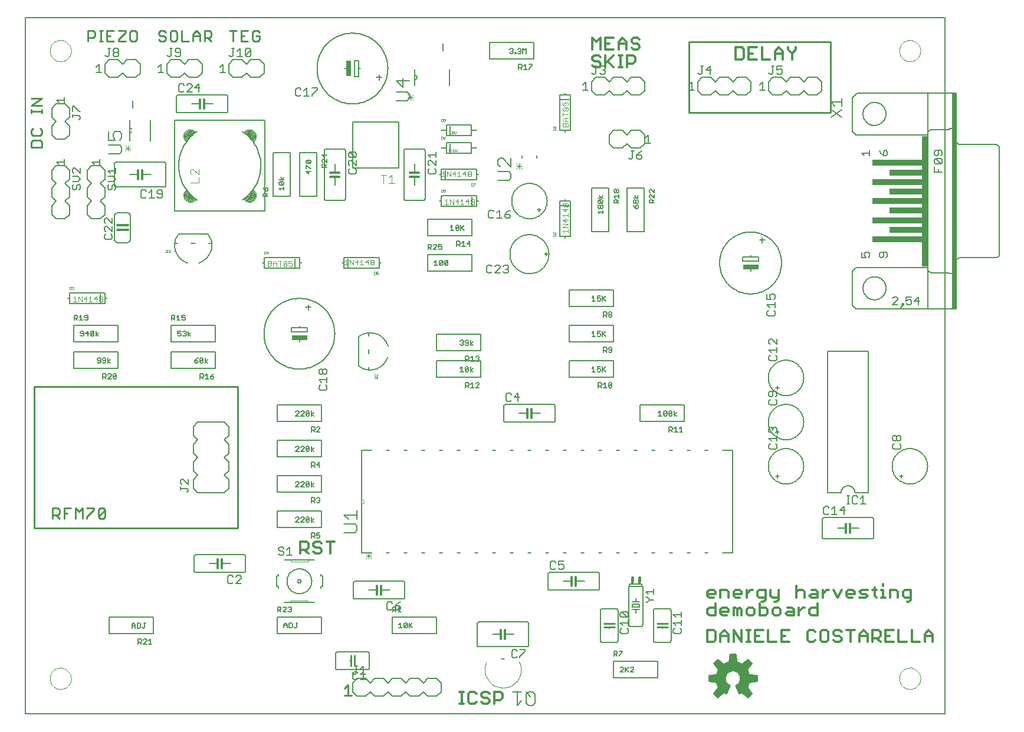
<source format=gto>
G75*
G70*
%OFA0B0*%
%FSLAX24Y24*%
%IPPOS*%
%LPD*%
%AMOC8*
5,1,8,0,0,1.08239X$1,22.5*
%
%ADD10C,0.0080*%
%ADD11C,0.0100*%
%ADD12C,0.0120*%
%ADD13C,0.0110*%
%ADD14C,0.0000*%
%ADD15C,0.0060*%
%ADD16C,0.0050*%
%ADD17C,0.0020*%
%ADD18C,0.0160*%
%ADD19R,0.0160X0.0230*%
%ADD20C,0.0070*%
%ADD21R,0.0300X0.7300*%
%ADD22R,0.0200X1.2200*%
%ADD23R,0.2850X0.0320*%
%ADD24R,0.1850X0.0320*%
%ADD25C,0.0059*%
%ADD26C,0.0030*%
%ADD27R,0.0250X0.0900*%
%ADD28C,0.0010*%
%ADD29R,0.0900X0.0250*%
%ADD30C,0.0040*%
D10*
X000140Y000140D02*
X000140Y039510D01*
X052132Y039510D01*
X052132Y000140D01*
X000140Y000140D01*
X004900Y004668D02*
X004900Y005612D01*
X007380Y005612D01*
X007380Y004668D01*
X004900Y004668D01*
X014400Y004668D02*
X016880Y004668D01*
X016880Y005612D01*
X014400Y005612D01*
X014400Y004668D01*
X018640Y001890D02*
X018890Y002140D01*
X019390Y002140D01*
X019640Y001890D01*
X019890Y002140D01*
X020390Y002140D01*
X020640Y001890D01*
X020890Y002140D01*
X021390Y002140D01*
X021640Y001890D01*
X021890Y002140D01*
X022390Y002140D01*
X022640Y001890D01*
X022890Y002140D01*
X023390Y002140D01*
X023640Y001890D01*
X023640Y001390D01*
X023390Y001140D01*
X022890Y001140D01*
X022640Y001390D01*
X022390Y001140D01*
X021890Y001140D01*
X021640Y001390D01*
X021390Y001140D01*
X020890Y001140D01*
X020640Y001390D01*
X020390Y001140D01*
X019890Y001140D01*
X019640Y001390D01*
X019390Y001140D01*
X018890Y001140D01*
X018640Y001390D01*
X018640Y001890D01*
X020900Y004668D02*
X023380Y004668D01*
X023380Y005612D01*
X020900Y005612D01*
X020900Y004668D01*
X018777Y010390D02*
X018159Y010390D01*
X018159Y010884D02*
X018777Y010884D01*
X018900Y010760D01*
X018900Y010513D01*
X018777Y010390D01*
X018900Y011145D02*
X018900Y011639D01*
X018900Y011392D02*
X018159Y011392D01*
X018406Y011145D01*
X016880Y011612D02*
X016880Y010668D01*
X014400Y010668D01*
X014400Y011612D01*
X016880Y011612D01*
X016880Y012668D02*
X014400Y012668D01*
X014400Y013612D01*
X016880Y013612D01*
X016880Y012668D01*
X016880Y014668D02*
X014400Y014668D01*
X014400Y015612D01*
X016880Y015612D01*
X016880Y014668D01*
X016880Y016668D02*
X014400Y016668D01*
X014400Y017612D01*
X016880Y017612D01*
X016880Y016668D01*
X018990Y019815D02*
X018990Y021465D01*
X019540Y021527D02*
X019540Y021685D01*
X019540Y020753D02*
X019540Y020527D01*
X018990Y019815D02*
X019041Y019778D01*
X019094Y019743D01*
X019150Y019711D01*
X019207Y019683D01*
X019266Y019659D01*
X019326Y019638D01*
X019387Y019621D01*
X019449Y019607D01*
X019512Y019598D01*
X019575Y019592D01*
X019639Y019590D01*
X019703Y019592D01*
X019766Y019598D01*
X019829Y019607D01*
X019891Y019620D01*
X019952Y019638D01*
X020012Y019658D01*
X020071Y019683D01*
X020128Y019710D01*
X020184Y019742D01*
X020237Y019776D01*
X020288Y019814D01*
X020337Y019855D01*
X020383Y019899D01*
X020427Y019945D01*
X020468Y019994D01*
X020505Y020045D01*
X020540Y020099D01*
X020571Y020154D01*
X020599Y020211D01*
X020623Y020270D01*
X020643Y020330D01*
X020643Y020950D02*
X020623Y021010D01*
X020599Y021069D01*
X020571Y021126D01*
X020540Y021181D01*
X020505Y021235D01*
X020468Y021286D01*
X020427Y021335D01*
X020383Y021381D01*
X020337Y021425D01*
X020288Y021466D01*
X020237Y021504D01*
X020184Y021538D01*
X020128Y021569D01*
X020071Y021597D01*
X020012Y021622D01*
X019952Y021642D01*
X019891Y021660D01*
X019829Y021673D01*
X019766Y021682D01*
X019703Y021688D01*
X019639Y021690D01*
X019575Y021688D01*
X019512Y021682D01*
X019449Y021673D01*
X019387Y021659D01*
X019326Y021642D01*
X019266Y021621D01*
X019207Y021597D01*
X019150Y021569D01*
X019094Y021537D01*
X019041Y021502D01*
X018990Y021465D01*
X019540Y019753D02*
X019540Y019595D01*
X023400Y019168D02*
X023400Y020112D01*
X025880Y020112D01*
X025880Y019168D01*
X023400Y019168D01*
X023400Y020668D02*
X023400Y021612D01*
X025880Y021612D01*
X025880Y020668D01*
X023400Y020668D01*
X022900Y025168D02*
X025380Y025168D01*
X025380Y026112D01*
X022900Y026112D01*
X022900Y025168D01*
X022900Y027168D02*
X022900Y028112D01*
X025380Y028112D01*
X025380Y027168D01*
X022900Y027168D01*
X023640Y028840D02*
X023640Y029140D01*
X023540Y029140D01*
X023640Y029140D02*
X023640Y029440D01*
X025640Y029440D01*
X025640Y029140D01*
X025740Y029140D01*
X025640Y029140D02*
X025640Y028840D01*
X023640Y028840D01*
X023640Y030340D02*
X023640Y030640D01*
X023540Y030640D01*
X023640Y030640D02*
X023640Y030940D01*
X025640Y030940D01*
X025640Y030640D01*
X025740Y030640D01*
X025640Y030640D02*
X025640Y030340D01*
X023640Y030340D01*
X023890Y030390D02*
X023890Y030890D01*
X023940Y031840D02*
X023940Y032140D01*
X023640Y032140D01*
X023940Y032140D02*
X023940Y032440D01*
X025340Y032440D01*
X025340Y032140D01*
X025640Y032140D01*
X025340Y032140D02*
X025340Y031840D01*
X023940Y031840D01*
X024140Y031890D02*
X024140Y032390D01*
X023940Y032840D02*
X023940Y033140D01*
X023640Y033140D01*
X023940Y033140D02*
X023940Y033440D01*
X025340Y033440D01*
X025340Y033140D01*
X025640Y033140D01*
X025340Y033140D02*
X025340Y032840D01*
X023940Y032840D01*
X024140Y032890D02*
X024140Y033390D01*
X021850Y034943D02*
X021850Y035190D01*
X021727Y035314D01*
X021109Y035314D01*
X021480Y035575D02*
X021480Y036069D01*
X021850Y035945D02*
X021109Y035945D01*
X021480Y035575D01*
X021850Y034943D02*
X021727Y034820D01*
X021109Y034820D01*
X021251Y033618D02*
X021251Y031020D01*
X018652Y031020D01*
X018652Y033618D01*
X021251Y033618D01*
X016612Y031880D02*
X016612Y029400D01*
X015668Y029400D01*
X015668Y031880D01*
X016612Y031880D01*
X015112Y031880D02*
X015112Y029400D01*
X014168Y029400D01*
X014168Y031880D01*
X015112Y031880D01*
X013699Y033709D02*
X013699Y028581D01*
X008581Y028581D01*
X008581Y033709D01*
X013699Y033709D01*
X012410Y033089D02*
X012500Y033027D01*
X012588Y032961D01*
X012672Y032890D01*
X012753Y032815D01*
X012830Y032737D01*
X012904Y032656D01*
X012974Y032570D01*
X013039Y032482D01*
X013100Y032391D01*
X013157Y032296D01*
X013209Y032200D01*
X013257Y032101D01*
X013300Y031999D01*
X013338Y031896D01*
X013371Y031791D01*
X013399Y031685D01*
X013422Y031578D01*
X013440Y031469D01*
X013453Y031360D01*
X013461Y031250D01*
X013463Y031140D01*
X013460Y031026D01*
X013452Y030912D01*
X013437Y030799D01*
X013418Y030687D01*
X013393Y030576D01*
X013362Y030466D01*
X013326Y030358D01*
X013285Y030252D01*
X013239Y030148D01*
X013188Y030046D01*
X013131Y029947D01*
X013070Y029851D01*
X013005Y029758D01*
X012935Y029668D01*
X012860Y029582D01*
X012781Y029499D01*
X012699Y029421D01*
X012613Y029346D01*
X012523Y029276D01*
X012429Y029211D01*
X009870Y029191D02*
X009780Y029253D01*
X009692Y029319D01*
X009608Y029390D01*
X009527Y029465D01*
X009450Y029543D01*
X009376Y029624D01*
X009306Y029710D01*
X009241Y029798D01*
X009180Y029889D01*
X009123Y029984D01*
X009071Y030080D01*
X009023Y030179D01*
X008980Y030281D01*
X008942Y030384D01*
X008909Y030489D01*
X008881Y030595D01*
X008858Y030702D01*
X008840Y030811D01*
X008827Y030920D01*
X008819Y031030D01*
X008817Y031140D01*
X008820Y031254D01*
X008828Y031368D01*
X008843Y031481D01*
X008862Y031593D01*
X008887Y031704D01*
X008918Y031814D01*
X008954Y031922D01*
X008995Y032028D01*
X009041Y032132D01*
X009092Y032234D01*
X009149Y032333D01*
X009210Y032429D01*
X009275Y032522D01*
X009345Y032612D01*
X009420Y032698D01*
X009499Y032781D01*
X009581Y032859D01*
X009667Y032934D01*
X009757Y033004D01*
X009851Y033069D01*
X005600Y032945D02*
X005600Y032698D01*
X005477Y032575D01*
X005230Y032575D02*
X005106Y032822D01*
X005106Y032945D01*
X005230Y033069D01*
X005477Y033069D01*
X005600Y032945D01*
X005230Y032575D02*
X004859Y032575D01*
X004859Y033069D01*
X004859Y032314D02*
X005477Y032314D01*
X005600Y032190D01*
X005600Y031943D01*
X005477Y031820D01*
X004859Y031820D01*
X008815Y027290D02*
X010465Y027290D01*
X010527Y026740D02*
X010685Y026740D01*
X009753Y026740D02*
X009527Y026740D01*
X008815Y027290D02*
X008778Y027239D01*
X008743Y027186D01*
X008711Y027130D01*
X008683Y027073D01*
X008659Y027014D01*
X008638Y026954D01*
X008621Y026893D01*
X008607Y026831D01*
X008598Y026768D01*
X008592Y026705D01*
X008590Y026641D01*
X008592Y026577D01*
X008598Y026514D01*
X008607Y026451D01*
X008620Y026389D01*
X008638Y026328D01*
X008658Y026268D01*
X008683Y026209D01*
X008710Y026152D01*
X008742Y026096D01*
X008776Y026043D01*
X008814Y025992D01*
X008855Y025943D01*
X008899Y025897D01*
X008945Y025853D01*
X008994Y025812D01*
X009045Y025775D01*
X009099Y025740D01*
X009154Y025709D01*
X009211Y025681D01*
X009270Y025657D01*
X009330Y025637D01*
X009950Y025637D02*
X010010Y025657D01*
X010069Y025681D01*
X010126Y025709D01*
X010181Y025740D01*
X010235Y025775D01*
X010286Y025812D01*
X010335Y025853D01*
X010381Y025897D01*
X010425Y025943D01*
X010466Y025992D01*
X010504Y026043D01*
X010538Y026096D01*
X010569Y026152D01*
X010597Y026209D01*
X010622Y026268D01*
X010642Y026328D01*
X010660Y026389D01*
X010673Y026451D01*
X010682Y026514D01*
X010688Y026577D01*
X010690Y026641D01*
X010688Y026705D01*
X010682Y026768D01*
X010673Y026831D01*
X010659Y026893D01*
X010642Y026954D01*
X010621Y027014D01*
X010597Y027073D01*
X010569Y027130D01*
X010537Y027186D01*
X010502Y027239D01*
X010465Y027290D01*
X008753Y026740D02*
X008595Y026740D01*
X004640Y023940D02*
X004640Y023640D01*
X004740Y023640D01*
X004640Y023640D02*
X004640Y023340D01*
X002640Y023340D01*
X002640Y023640D01*
X002540Y023640D01*
X002640Y023640D02*
X002640Y023940D01*
X004640Y023940D01*
X004390Y023890D02*
X004390Y023390D01*
X005380Y022112D02*
X002900Y022112D01*
X002900Y021168D01*
X005380Y021168D01*
X005380Y022112D01*
X005380Y020612D02*
X002900Y020612D01*
X002900Y019668D01*
X005380Y019668D01*
X005380Y020612D01*
X008400Y020612D02*
X008400Y019668D01*
X010880Y019668D01*
X010880Y020612D01*
X008400Y020612D01*
X008400Y021168D02*
X010880Y021168D01*
X010880Y022112D01*
X008400Y022112D01*
X008400Y021168D01*
X013640Y025340D02*
X013640Y025640D01*
X013540Y025640D01*
X013640Y025640D02*
X013640Y025940D01*
X015640Y025940D01*
X015640Y025640D01*
X015740Y025640D01*
X015640Y025640D02*
X015640Y025340D01*
X013640Y025340D01*
X015390Y025390D02*
X015390Y025890D01*
X018040Y025640D02*
X018140Y025640D01*
X018140Y025940D01*
X020140Y025940D01*
X020140Y025640D01*
X020240Y025640D01*
X020140Y025640D02*
X020140Y025340D01*
X018140Y025340D01*
X018140Y025640D01*
X018390Y025390D02*
X018390Y025890D01*
X025390Y028890D02*
X025390Y029390D01*
X026859Y030320D02*
X027477Y030320D01*
X027600Y030443D01*
X027600Y030690D01*
X027477Y030814D01*
X026859Y030814D01*
X026983Y031075D02*
X026859Y031198D01*
X026859Y031445D01*
X026983Y031569D01*
X027106Y031569D01*
X027600Y031075D01*
X027600Y031569D01*
X030340Y033140D02*
X030640Y033140D01*
X030640Y033040D01*
X030640Y033140D02*
X030940Y033140D01*
X030940Y035140D01*
X030640Y035140D01*
X030640Y035240D01*
X030640Y035140D02*
X030340Y035140D01*
X030340Y033140D01*
X030390Y034890D02*
X030890Y034890D01*
X028880Y037168D02*
X026400Y037168D01*
X026400Y038112D01*
X028880Y038112D01*
X028880Y037168D01*
X032168Y029880D02*
X032168Y027400D01*
X033112Y027400D01*
X033112Y029880D01*
X032168Y029880D01*
X030940Y029140D02*
X030940Y027140D01*
X030640Y027140D01*
X030640Y027040D01*
X030640Y027140D02*
X030340Y027140D01*
X030340Y029140D01*
X030640Y029140D01*
X030640Y029240D01*
X030640Y029140D02*
X030940Y029140D01*
X030890Y028890D02*
X030390Y028890D01*
X034168Y029880D02*
X034168Y027400D01*
X035112Y027400D01*
X035112Y029880D01*
X034168Y029880D01*
X033380Y024112D02*
X030900Y024112D01*
X030900Y023168D01*
X033380Y023168D01*
X033380Y024112D01*
X033380Y022112D02*
X030900Y022112D01*
X030900Y021168D01*
X033380Y021168D01*
X033380Y022112D01*
X033380Y020112D02*
X030900Y020112D01*
X030900Y019168D01*
X033380Y019168D01*
X033380Y020112D01*
X034900Y017612D02*
X037380Y017612D01*
X037380Y016668D01*
X034900Y016668D01*
X034900Y017612D01*
X035880Y003112D02*
X033400Y003112D01*
X033400Y002168D01*
X035880Y002168D01*
X035880Y003112D01*
X028950Y001247D02*
X028950Y000753D01*
X028827Y000629D01*
X028580Y000629D01*
X028456Y000753D01*
X028456Y001247D01*
X028580Y001370D01*
X028827Y001370D01*
X028950Y001247D01*
X028703Y001123D02*
X028456Y001370D01*
X028195Y001370D02*
X027701Y001370D01*
X027948Y001370D02*
X027948Y000629D01*
X028195Y000876D01*
D11*
X032840Y005040D02*
X033140Y005040D01*
X033440Y005040D01*
X033440Y005240D02*
X033140Y005240D01*
X032840Y005240D01*
X035840Y005240D02*
X036140Y005240D01*
X036440Y005240D01*
X036440Y005040D02*
X036140Y005040D01*
X035840Y005040D01*
X018740Y003440D02*
X018740Y003140D01*
X018740Y002840D01*
X018540Y002840D02*
X018540Y003140D01*
X018540Y003440D01*
X012140Y010640D02*
X012140Y018640D01*
X000640Y018640D01*
X000640Y010640D01*
X012140Y010640D01*
X037640Y034140D02*
X045640Y034140D01*
X045640Y038140D01*
X037640Y038140D01*
X037640Y034140D01*
D12*
X040300Y037150D02*
X040640Y037150D01*
X040754Y037263D01*
X040754Y037717D01*
X040640Y037831D01*
X040300Y037831D01*
X040300Y037150D01*
X041037Y037150D02*
X041037Y037831D01*
X041490Y037831D01*
X041773Y037831D02*
X041773Y037150D01*
X042227Y037150D01*
X042510Y037150D02*
X042510Y037604D01*
X042737Y037831D01*
X042964Y037604D01*
X042964Y037150D01*
X042964Y037490D02*
X042510Y037490D01*
X041490Y037150D02*
X041037Y037150D01*
X041037Y037490D02*
X041263Y037490D01*
X043247Y037717D02*
X043473Y037490D01*
X043473Y037150D01*
X043473Y037490D02*
X043700Y037717D01*
X043700Y037831D01*
X043247Y037831D02*
X043247Y037717D01*
X034864Y037813D02*
X034750Y037700D01*
X034523Y037700D01*
X034410Y037813D01*
X034523Y038040D02*
X034750Y038040D01*
X034864Y037927D01*
X034864Y037813D01*
X034523Y038040D02*
X034410Y038154D01*
X034410Y038267D01*
X034523Y038381D01*
X034750Y038381D01*
X034864Y038267D01*
X034127Y038154D02*
X034127Y037700D01*
X034164Y037381D02*
X034505Y037381D01*
X034618Y037267D01*
X034618Y037040D01*
X034505Y036927D01*
X034164Y036927D01*
X034164Y036700D02*
X034164Y037381D01*
X033900Y037381D02*
X033673Y037381D01*
X033787Y037381D02*
X033787Y036700D01*
X033900Y036700D02*
X033673Y036700D01*
X033390Y036700D02*
X033050Y037040D01*
X032937Y036927D02*
X033390Y037381D01*
X033390Y037700D02*
X032937Y037700D01*
X032937Y038381D01*
X033390Y038381D01*
X033673Y038154D02*
X033900Y038381D01*
X034127Y038154D01*
X034127Y038040D02*
X033673Y038040D01*
X033673Y038154D02*
X033673Y037700D01*
X033163Y038040D02*
X032937Y038040D01*
X032654Y037700D02*
X032654Y038381D01*
X032427Y038154D01*
X032200Y038381D01*
X032200Y037700D01*
X032313Y037381D02*
X032200Y037267D01*
X032200Y037154D01*
X032313Y037040D01*
X032540Y037040D01*
X032654Y036927D01*
X032654Y036813D01*
X032540Y036700D01*
X032313Y036700D01*
X032200Y036813D01*
X032313Y037381D02*
X032540Y037381D01*
X032654Y037267D01*
X032937Y037381D02*
X032937Y036700D01*
X022390Y030760D02*
X022140Y030760D01*
X021890Y030760D01*
X021890Y030510D02*
X022140Y030510D01*
X022390Y030510D01*
X017890Y030510D02*
X017640Y030510D01*
X017390Y030510D01*
X017390Y030760D02*
X017640Y030760D01*
X017890Y030760D01*
X010270Y034390D02*
X010270Y034640D01*
X010270Y034890D01*
X010020Y034890D02*
X010020Y034640D01*
X010020Y034390D01*
X006760Y030890D02*
X006760Y030640D01*
X006760Y030390D01*
X006510Y030390D02*
X006510Y030640D01*
X006510Y030890D01*
X005940Y027770D02*
X005340Y027770D01*
X005340Y027520D02*
X005940Y027520D01*
X015700Y009881D02*
X016040Y009881D01*
X016154Y009767D01*
X016154Y009540D01*
X016040Y009427D01*
X015700Y009427D01*
X015927Y009427D02*
X016154Y009200D01*
X016437Y009313D02*
X016550Y009200D01*
X016777Y009200D01*
X016890Y009313D01*
X016890Y009427D01*
X016777Y009540D01*
X016550Y009540D01*
X016437Y009654D01*
X016437Y009767D01*
X016550Y009881D01*
X016777Y009881D01*
X016890Y009767D01*
X017173Y009881D02*
X017627Y009881D01*
X017400Y009881D02*
X017400Y009200D01*
X015700Y009200D02*
X015700Y009881D01*
X011260Y008890D02*
X011260Y008640D01*
X011260Y008390D01*
X011010Y008390D02*
X011010Y008640D01*
X011010Y008890D01*
X020010Y007390D02*
X020010Y007140D01*
X020010Y006890D01*
X020260Y006890D02*
X020260Y007140D01*
X020260Y007390D01*
X027010Y004890D02*
X027010Y004640D01*
X027010Y004390D01*
X027260Y004390D02*
X027260Y004640D01*
X027260Y004890D01*
X031020Y007390D02*
X031020Y007640D01*
X031020Y007890D01*
X031270Y007890D02*
X031270Y007640D01*
X031270Y007390D01*
X027005Y001381D02*
X027118Y001267D01*
X027118Y001040D01*
X027005Y000927D01*
X026664Y000927D01*
X026664Y000700D02*
X026664Y001381D01*
X027005Y001381D01*
X026381Y001267D02*
X026268Y001381D01*
X026041Y001381D01*
X025928Y001267D01*
X025928Y001154D01*
X026041Y001040D01*
X026268Y001040D01*
X026381Y000927D01*
X026381Y000813D01*
X026268Y000700D01*
X026041Y000700D01*
X025928Y000813D01*
X025645Y000813D02*
X025531Y000700D01*
X025305Y000700D01*
X025191Y000813D01*
X025191Y001267D01*
X025305Y001381D01*
X025531Y001381D01*
X025645Y001267D01*
X024927Y001381D02*
X024700Y001381D01*
X024813Y001381D02*
X024813Y000700D01*
X024700Y000700D02*
X024927Y000700D01*
X038700Y004200D02*
X039040Y004200D01*
X039154Y004313D01*
X039154Y004767D01*
X039040Y004881D01*
X038700Y004881D01*
X038700Y004200D01*
X039437Y004200D02*
X039437Y004654D01*
X039663Y004881D01*
X039890Y004654D01*
X039890Y004200D01*
X040173Y004200D02*
X040173Y004881D01*
X040627Y004200D01*
X040627Y004881D01*
X040910Y004881D02*
X041137Y004881D01*
X041023Y004881D02*
X041023Y004200D01*
X040910Y004200D02*
X041137Y004200D01*
X041401Y004200D02*
X041855Y004200D01*
X042138Y004200D02*
X042138Y004881D01*
X041855Y004881D02*
X041401Y004881D01*
X041401Y004200D01*
X041401Y004540D02*
X041628Y004540D01*
X042138Y004200D02*
X042591Y004200D01*
X042874Y004200D02*
X042874Y004881D01*
X043328Y004881D01*
X043101Y004540D02*
X042874Y004540D01*
X042874Y004200D02*
X043328Y004200D01*
X044347Y004313D02*
X044461Y004200D01*
X044688Y004200D01*
X044801Y004313D01*
X045084Y004313D02*
X045084Y004767D01*
X045198Y004881D01*
X045424Y004881D01*
X045538Y004767D01*
X045538Y004313D01*
X045424Y004200D01*
X045198Y004200D01*
X045084Y004313D01*
X044801Y004767D02*
X044688Y004881D01*
X044461Y004881D01*
X044347Y004767D01*
X044347Y004313D01*
X045821Y004313D02*
X045934Y004200D01*
X046161Y004200D01*
X046274Y004313D01*
X046274Y004427D01*
X046161Y004540D01*
X045934Y004540D01*
X045821Y004654D01*
X045821Y004767D01*
X045934Y004881D01*
X046161Y004881D01*
X046274Y004767D01*
X046557Y004881D02*
X047011Y004881D01*
X046784Y004881D02*
X046784Y004200D01*
X047294Y004200D02*
X047294Y004654D01*
X047521Y004881D01*
X047748Y004654D01*
X047748Y004200D01*
X048031Y004200D02*
X048031Y004881D01*
X048371Y004881D01*
X048484Y004767D01*
X048484Y004540D01*
X048371Y004427D01*
X048031Y004427D01*
X048257Y004427D02*
X048484Y004200D01*
X048767Y004200D02*
X048767Y004881D01*
X049221Y004881D01*
X049504Y004881D02*
X049504Y004200D01*
X049958Y004200D01*
X050241Y004200D02*
X050694Y004200D01*
X050977Y004200D02*
X050977Y004654D01*
X051204Y004881D01*
X051431Y004654D01*
X051431Y004200D01*
X051431Y004540D02*
X050977Y004540D01*
X050241Y004200D02*
X050241Y004881D01*
X049221Y004200D02*
X048767Y004200D01*
X048767Y004540D02*
X048994Y004540D01*
X047748Y004540D02*
X047294Y004540D01*
X044924Y005700D02*
X044924Y006381D01*
X044924Y006154D02*
X044584Y006154D01*
X044470Y006040D01*
X044470Y005813D01*
X044584Y005700D01*
X044924Y005700D01*
X044197Y006154D02*
X044083Y006154D01*
X043856Y005927D01*
X043856Y005700D02*
X043856Y006154D01*
X043573Y006040D02*
X043573Y005700D01*
X043233Y005700D01*
X043120Y005813D01*
X043233Y005927D01*
X043573Y005927D01*
X043573Y006040D02*
X043460Y006154D01*
X043233Y006154D01*
X042837Y006040D02*
X042723Y006154D01*
X042497Y006154D01*
X042383Y006040D01*
X042383Y005813D01*
X042497Y005700D01*
X042723Y005700D01*
X042837Y005813D01*
X042837Y006040D01*
X042601Y006473D02*
X042487Y006473D01*
X042601Y006473D02*
X042714Y006587D01*
X042714Y007154D01*
X042260Y007154D02*
X042260Y006813D01*
X042374Y006700D01*
X042714Y006700D01*
X041977Y006700D02*
X041637Y006700D01*
X041524Y006813D01*
X041524Y007040D01*
X041637Y007154D01*
X041977Y007154D01*
X041977Y006587D01*
X041864Y006473D01*
X041751Y006473D01*
X041647Y006381D02*
X041647Y005700D01*
X041987Y005700D01*
X042100Y005813D01*
X042100Y006040D01*
X041987Y006154D01*
X041647Y006154D01*
X041364Y006040D02*
X041250Y006154D01*
X041023Y006154D01*
X040910Y006040D01*
X040910Y005813D01*
X041023Y005700D01*
X041250Y005700D01*
X041364Y005813D01*
X041364Y006040D01*
X040627Y006040D02*
X040514Y006154D01*
X040400Y006040D01*
X040400Y005700D01*
X040173Y005700D02*
X040173Y006154D01*
X040287Y006154D01*
X040400Y006040D01*
X040627Y006040D02*
X040627Y005700D01*
X039890Y005927D02*
X039437Y005927D01*
X039437Y006040D02*
X039550Y006154D01*
X039777Y006154D01*
X039890Y006040D01*
X039890Y005927D01*
X039777Y005700D02*
X039550Y005700D01*
X039437Y005813D01*
X039437Y006040D01*
X039154Y006154D02*
X038813Y006154D01*
X038700Y006040D01*
X038700Y005813D01*
X038813Y005700D01*
X039154Y005700D01*
X039154Y006381D01*
X039040Y006700D02*
X038813Y006700D01*
X038700Y006813D01*
X038700Y007040D01*
X038813Y007154D01*
X039040Y007154D01*
X039154Y007040D01*
X039154Y006927D01*
X038700Y006927D01*
X039437Y006700D02*
X039437Y007154D01*
X039777Y007154D01*
X039890Y007040D01*
X039890Y006700D01*
X040173Y006813D02*
X040173Y007040D01*
X040287Y007154D01*
X040514Y007154D01*
X040627Y007040D01*
X040627Y006927D01*
X040173Y006927D01*
X040173Y006813D02*
X040287Y006700D01*
X040514Y006700D01*
X040910Y006700D02*
X040910Y007154D01*
X040910Y006927D02*
X041137Y007154D01*
X041250Y007154D01*
X043734Y007040D02*
X043847Y007154D01*
X044074Y007154D01*
X044187Y007040D01*
X044187Y006700D01*
X044470Y006813D02*
X044584Y006927D01*
X044924Y006927D01*
X044924Y007040D02*
X044924Y006700D01*
X044584Y006700D01*
X044470Y006813D01*
X044584Y007154D02*
X044811Y007154D01*
X044924Y007040D01*
X045207Y006927D02*
X045434Y007154D01*
X045547Y007154D01*
X045821Y007154D02*
X046048Y006700D01*
X046274Y007154D01*
X046557Y007040D02*
X046557Y006813D01*
X046671Y006700D01*
X046898Y006700D01*
X047011Y006927D02*
X046557Y006927D01*
X046557Y007040D02*
X046671Y007154D01*
X046898Y007154D01*
X047011Y007040D01*
X047011Y006927D01*
X047294Y007040D02*
X047407Y007154D01*
X047748Y007154D01*
X047634Y006927D02*
X047407Y006927D01*
X047294Y007040D01*
X047294Y006700D02*
X047634Y006700D01*
X047748Y006813D01*
X047634Y006927D01*
X048031Y007154D02*
X048257Y007154D01*
X048144Y007267D02*
X048144Y006813D01*
X048257Y006700D01*
X048522Y006700D02*
X048749Y006700D01*
X048635Y006700D02*
X048635Y007154D01*
X048522Y007154D01*
X048635Y007381D02*
X048635Y007494D01*
X049013Y007154D02*
X049353Y007154D01*
X049467Y007040D01*
X049467Y006700D01*
X049749Y006813D02*
X049863Y006700D01*
X050203Y006700D01*
X050203Y006587D02*
X050203Y007154D01*
X049863Y007154D01*
X049749Y007040D01*
X049749Y006813D01*
X049976Y006473D02*
X050090Y006473D01*
X050203Y006587D01*
X049013Y006700D02*
X049013Y007154D01*
X045207Y007154D02*
X045207Y006700D01*
X043734Y006700D02*
X043734Y007381D01*
X046520Y010390D02*
X046520Y010640D01*
X046520Y010890D01*
X046770Y010890D02*
X046770Y010640D01*
X046770Y010390D01*
X039890Y004540D02*
X039437Y004540D01*
X028770Y016890D02*
X028770Y017140D01*
X028770Y017390D01*
X028520Y017390D02*
X028520Y017140D01*
X028520Y016890D01*
D13*
X018392Y001786D02*
X018195Y001589D01*
X018392Y001786D02*
X018392Y001195D01*
X018195Y001195D02*
X018589Y001195D01*
X004667Y011293D02*
X004568Y011195D01*
X004372Y011195D01*
X004273Y011293D01*
X004667Y011687D01*
X004667Y011293D01*
X004273Y011293D02*
X004273Y011687D01*
X004372Y011786D01*
X004568Y011786D01*
X004667Y011687D01*
X004022Y011687D02*
X003629Y011293D01*
X003629Y011195D01*
X003378Y011195D02*
X003378Y011786D01*
X003181Y011589D01*
X002984Y011786D01*
X002984Y011195D01*
X002536Y011490D02*
X002340Y011490D01*
X002089Y011490D02*
X002089Y011687D01*
X001990Y011786D01*
X001695Y011786D01*
X001695Y011195D01*
X001695Y011392D02*
X001990Y011392D01*
X002089Y011490D01*
X001892Y011392D02*
X002089Y011195D01*
X002340Y011195D02*
X002340Y011786D01*
X002733Y011786D01*
X003629Y011786D02*
X004022Y011786D01*
X004022Y011687D01*
X001085Y032195D02*
X000494Y032195D01*
X000494Y032490D01*
X000593Y032589D01*
X000987Y032589D01*
X001085Y032490D01*
X001085Y032195D01*
X000987Y032840D02*
X001085Y032938D01*
X001085Y033135D01*
X000987Y033233D01*
X000987Y032840D02*
X000593Y032840D01*
X000494Y032938D01*
X000494Y033135D01*
X000593Y033233D01*
X000494Y034129D02*
X000494Y034325D01*
X000494Y034227D02*
X001085Y034227D01*
X001085Y034129D02*
X001085Y034325D01*
X001085Y034558D02*
X000494Y034558D01*
X001085Y034952D01*
X000494Y034952D01*
X003695Y038195D02*
X003695Y038786D01*
X003990Y038786D01*
X004089Y038687D01*
X004089Y038490D01*
X003990Y038392D01*
X003695Y038392D01*
X004340Y038195D02*
X004536Y038195D01*
X004438Y038195D02*
X004438Y038786D01*
X004340Y038786D02*
X004536Y038786D01*
X004769Y038786D02*
X004769Y038195D01*
X005163Y038195D01*
X005414Y038195D02*
X005807Y038195D01*
X006058Y038293D02*
X006157Y038195D01*
X006354Y038195D01*
X006452Y038293D01*
X006452Y038687D01*
X006354Y038786D01*
X006157Y038786D01*
X006058Y038687D01*
X006058Y038293D01*
X005807Y038687D02*
X005414Y038293D01*
X005414Y038195D01*
X004966Y038490D02*
X004769Y038490D01*
X004769Y038786D02*
X005163Y038786D01*
X005414Y038786D02*
X005807Y038786D01*
X005807Y038687D01*
X007695Y038687D02*
X007695Y038589D01*
X007793Y038490D01*
X007990Y038490D01*
X008089Y038392D01*
X008089Y038293D01*
X007990Y038195D01*
X007793Y038195D01*
X007695Y038293D01*
X007695Y038687D02*
X007793Y038786D01*
X007990Y038786D01*
X008089Y038687D01*
X008340Y038687D02*
X008340Y038293D01*
X008438Y038195D01*
X008635Y038195D01*
X008733Y038293D01*
X008733Y038687D01*
X008635Y038786D01*
X008438Y038786D01*
X008340Y038687D01*
X008984Y038786D02*
X008984Y038195D01*
X009378Y038195D01*
X009629Y038195D02*
X009629Y038589D01*
X009825Y038786D01*
X010022Y038589D01*
X010022Y038195D01*
X010273Y038195D02*
X010273Y038786D01*
X010568Y038786D01*
X010667Y038687D01*
X010667Y038490D01*
X010568Y038392D01*
X010273Y038392D01*
X010470Y038392D02*
X010667Y038195D01*
X010022Y038490D02*
X009629Y038490D01*
X011695Y038786D02*
X012089Y038786D01*
X011892Y038786D02*
X011892Y038195D01*
X012340Y038195D02*
X012340Y038786D01*
X012733Y038786D01*
X012984Y038687D02*
X012984Y038293D01*
X013083Y038195D01*
X013279Y038195D01*
X013378Y038293D01*
X013378Y038490D01*
X013181Y038490D01*
X013378Y038687D02*
X013279Y038786D01*
X013083Y038786D01*
X012984Y038687D01*
X012536Y038490D02*
X012340Y038490D01*
X012340Y038195D02*
X012733Y038195D01*
D14*
X001540Y037640D02*
X001542Y037689D01*
X001548Y037737D01*
X001558Y037785D01*
X001572Y037832D01*
X001589Y037878D01*
X001610Y037922D01*
X001635Y037964D01*
X001663Y038004D01*
X001695Y038042D01*
X001729Y038077D01*
X001766Y038109D01*
X001805Y038138D01*
X001847Y038164D01*
X001891Y038186D01*
X001936Y038204D01*
X001983Y038219D01*
X002030Y038230D01*
X002079Y038237D01*
X002128Y038240D01*
X002177Y038239D01*
X002225Y038234D01*
X002274Y038225D01*
X002321Y038212D01*
X002367Y038195D01*
X002411Y038175D01*
X002454Y038151D01*
X002495Y038124D01*
X002533Y038093D01*
X002569Y038060D01*
X002601Y038024D01*
X002631Y037985D01*
X002658Y037944D01*
X002681Y037900D01*
X002700Y037855D01*
X002716Y037809D01*
X002728Y037762D01*
X002736Y037713D01*
X002740Y037664D01*
X002740Y037616D01*
X002736Y037567D01*
X002728Y037518D01*
X002716Y037471D01*
X002700Y037425D01*
X002681Y037380D01*
X002658Y037336D01*
X002631Y037295D01*
X002601Y037256D01*
X002569Y037220D01*
X002533Y037187D01*
X002495Y037156D01*
X002454Y037129D01*
X002411Y037105D01*
X002367Y037085D01*
X002321Y037068D01*
X002274Y037055D01*
X002225Y037046D01*
X002177Y037041D01*
X002128Y037040D01*
X002079Y037043D01*
X002030Y037050D01*
X001983Y037061D01*
X001936Y037076D01*
X001891Y037094D01*
X001847Y037116D01*
X001805Y037142D01*
X001766Y037171D01*
X001729Y037203D01*
X001695Y037238D01*
X001663Y037276D01*
X001635Y037316D01*
X001610Y037358D01*
X001589Y037402D01*
X001572Y037448D01*
X001558Y037495D01*
X001548Y037543D01*
X001542Y037591D01*
X001540Y037640D01*
X019160Y012260D02*
X019181Y012258D01*
X019201Y012253D01*
X019220Y012244D01*
X019237Y012232D01*
X019252Y012217D01*
X019264Y012200D01*
X019273Y012181D01*
X019278Y012161D01*
X019280Y012140D01*
X019278Y012119D01*
X019273Y012099D01*
X019264Y012080D01*
X019252Y012063D01*
X019237Y012048D01*
X019220Y012036D01*
X019201Y012027D01*
X019181Y012022D01*
X019160Y012020D01*
X026120Y002640D02*
X026122Y002577D01*
X026128Y002514D01*
X026138Y002452D01*
X026152Y002390D01*
X026170Y002329D01*
X026191Y002270D01*
X026216Y002212D01*
X026244Y002156D01*
X026276Y002101D01*
X026311Y002048D01*
X026349Y001998D01*
X026391Y001950D01*
X026435Y001905D01*
X026482Y001863D01*
X026531Y001824D01*
X026583Y001787D01*
X026637Y001755D01*
X026692Y001725D01*
X026750Y001699D01*
X026809Y001676D01*
X026869Y001658D01*
X026931Y001642D01*
X026993Y001631D01*
X027056Y001624D01*
X027119Y001620D01*
X027182Y001621D01*
X027245Y001625D01*
X027307Y001633D01*
X027369Y001645D01*
X027431Y001661D01*
X027491Y001680D01*
X027549Y001704D01*
X027607Y001730D01*
X027662Y001761D01*
X027715Y001794D01*
X027767Y001831D01*
X027816Y001871D01*
X027862Y001914D01*
X027906Y001960D01*
X027946Y002008D01*
X027984Y002059D01*
X028019Y002111D01*
X028050Y002166D01*
X028078Y002223D01*
X028102Y002281D01*
X028122Y002341D01*
X028139Y002402D01*
X028152Y002464D01*
X028161Y002526D01*
X028167Y002589D01*
X028168Y002652D01*
X028165Y002716D01*
X028159Y002778D01*
X028149Y002841D01*
X028135Y002902D01*
X028117Y002963D01*
X028096Y003022D01*
X028070Y003080D01*
X026220Y003090D02*
X026197Y003036D01*
X026177Y002982D01*
X026160Y002926D01*
X026145Y002870D01*
X026134Y002813D01*
X026126Y002755D01*
X026122Y002698D01*
X026120Y002640D01*
X049540Y002140D02*
X049542Y002189D01*
X049548Y002237D01*
X049558Y002285D01*
X049572Y002332D01*
X049589Y002378D01*
X049610Y002422D01*
X049635Y002464D01*
X049663Y002504D01*
X049695Y002542D01*
X049729Y002577D01*
X049766Y002609D01*
X049805Y002638D01*
X049847Y002664D01*
X049891Y002686D01*
X049936Y002704D01*
X049983Y002719D01*
X050030Y002730D01*
X050079Y002737D01*
X050128Y002740D01*
X050177Y002739D01*
X050225Y002734D01*
X050274Y002725D01*
X050321Y002712D01*
X050367Y002695D01*
X050411Y002675D01*
X050454Y002651D01*
X050495Y002624D01*
X050533Y002593D01*
X050569Y002560D01*
X050601Y002524D01*
X050631Y002485D01*
X050658Y002444D01*
X050681Y002400D01*
X050700Y002355D01*
X050716Y002309D01*
X050728Y002262D01*
X050736Y002213D01*
X050740Y002164D01*
X050740Y002116D01*
X050736Y002067D01*
X050728Y002018D01*
X050716Y001971D01*
X050700Y001925D01*
X050681Y001880D01*
X050658Y001836D01*
X050631Y001795D01*
X050601Y001756D01*
X050569Y001720D01*
X050533Y001687D01*
X050495Y001656D01*
X050454Y001629D01*
X050411Y001605D01*
X050367Y001585D01*
X050321Y001568D01*
X050274Y001555D01*
X050225Y001546D01*
X050177Y001541D01*
X050128Y001540D01*
X050079Y001543D01*
X050030Y001550D01*
X049983Y001561D01*
X049936Y001576D01*
X049891Y001594D01*
X049847Y001616D01*
X049805Y001642D01*
X049766Y001671D01*
X049729Y001703D01*
X049695Y001738D01*
X049663Y001776D01*
X049635Y001816D01*
X049610Y001858D01*
X049589Y001902D01*
X049572Y001948D01*
X049558Y001995D01*
X049548Y002043D01*
X049542Y002091D01*
X049540Y002140D01*
X049540Y037640D02*
X049542Y037689D01*
X049548Y037737D01*
X049558Y037785D01*
X049572Y037832D01*
X049589Y037878D01*
X049610Y037922D01*
X049635Y037964D01*
X049663Y038004D01*
X049695Y038042D01*
X049729Y038077D01*
X049766Y038109D01*
X049805Y038138D01*
X049847Y038164D01*
X049891Y038186D01*
X049936Y038204D01*
X049983Y038219D01*
X050030Y038230D01*
X050079Y038237D01*
X050128Y038240D01*
X050177Y038239D01*
X050225Y038234D01*
X050274Y038225D01*
X050321Y038212D01*
X050367Y038195D01*
X050411Y038175D01*
X050454Y038151D01*
X050495Y038124D01*
X050533Y038093D01*
X050569Y038060D01*
X050601Y038024D01*
X050631Y037985D01*
X050658Y037944D01*
X050681Y037900D01*
X050700Y037855D01*
X050716Y037809D01*
X050728Y037762D01*
X050736Y037713D01*
X050740Y037664D01*
X050740Y037616D01*
X050736Y037567D01*
X050728Y037518D01*
X050716Y037471D01*
X050700Y037425D01*
X050681Y037380D01*
X050658Y037336D01*
X050631Y037295D01*
X050601Y037256D01*
X050569Y037220D01*
X050533Y037187D01*
X050495Y037156D01*
X050454Y037129D01*
X050411Y037105D01*
X050367Y037085D01*
X050321Y037068D01*
X050274Y037055D01*
X050225Y037046D01*
X050177Y037041D01*
X050128Y037040D01*
X050079Y037043D01*
X050030Y037050D01*
X049983Y037061D01*
X049936Y037076D01*
X049891Y037094D01*
X049847Y037116D01*
X049805Y037142D01*
X049766Y037171D01*
X049729Y037203D01*
X049695Y037238D01*
X049663Y037276D01*
X049635Y037316D01*
X049610Y037358D01*
X049589Y037402D01*
X049572Y037448D01*
X049558Y037495D01*
X049548Y037543D01*
X049542Y037591D01*
X049540Y037640D01*
X001540Y002140D02*
X001542Y002189D01*
X001548Y002237D01*
X001558Y002285D01*
X001572Y002332D01*
X001589Y002378D01*
X001610Y002422D01*
X001635Y002464D01*
X001663Y002504D01*
X001695Y002542D01*
X001729Y002577D01*
X001766Y002609D01*
X001805Y002638D01*
X001847Y002664D01*
X001891Y002686D01*
X001936Y002704D01*
X001983Y002719D01*
X002030Y002730D01*
X002079Y002737D01*
X002128Y002740D01*
X002177Y002739D01*
X002225Y002734D01*
X002274Y002725D01*
X002321Y002712D01*
X002367Y002695D01*
X002411Y002675D01*
X002454Y002651D01*
X002495Y002624D01*
X002533Y002593D01*
X002569Y002560D01*
X002601Y002524D01*
X002631Y002485D01*
X002658Y002444D01*
X002681Y002400D01*
X002700Y002355D01*
X002716Y002309D01*
X002728Y002262D01*
X002736Y002213D01*
X002740Y002164D01*
X002740Y002116D01*
X002736Y002067D01*
X002728Y002018D01*
X002716Y001971D01*
X002700Y001925D01*
X002681Y001880D01*
X002658Y001836D01*
X002631Y001795D01*
X002601Y001756D01*
X002569Y001720D01*
X002533Y001687D01*
X002495Y001656D01*
X002454Y001629D01*
X002411Y001605D01*
X002367Y001585D01*
X002321Y001568D01*
X002274Y001555D01*
X002225Y001546D01*
X002177Y001541D01*
X002128Y001540D01*
X002079Y001543D01*
X002030Y001550D01*
X001983Y001561D01*
X001936Y001576D01*
X001891Y001594D01*
X001847Y001616D01*
X001805Y001642D01*
X001766Y001671D01*
X001729Y001703D01*
X001695Y001738D01*
X001663Y001776D01*
X001635Y001816D01*
X001610Y001858D01*
X001589Y001902D01*
X001572Y001948D01*
X001558Y001995D01*
X001548Y002043D01*
X001542Y002091D01*
X001540Y002140D01*
D15*
X009690Y008240D02*
X009690Y009040D01*
X009692Y009057D01*
X009696Y009074D01*
X009703Y009090D01*
X009713Y009104D01*
X009726Y009117D01*
X009740Y009127D01*
X009756Y009134D01*
X009773Y009138D01*
X009790Y009140D01*
X012490Y009140D01*
X012507Y009138D01*
X012524Y009134D01*
X012540Y009127D01*
X012554Y009117D01*
X012567Y009104D01*
X012577Y009090D01*
X012584Y009074D01*
X012588Y009057D01*
X012590Y009040D01*
X012590Y008240D01*
X012588Y008223D01*
X012584Y008206D01*
X012577Y008190D01*
X012567Y008176D01*
X012554Y008163D01*
X012540Y008153D01*
X012524Y008146D01*
X012507Y008142D01*
X012490Y008140D01*
X009790Y008140D01*
X009773Y008142D01*
X009756Y008146D01*
X009740Y008153D01*
X009726Y008163D01*
X009713Y008176D01*
X009703Y008190D01*
X009696Y008206D01*
X009692Y008223D01*
X009690Y008240D01*
X010540Y008640D02*
X011010Y008640D01*
X011260Y008640D02*
X011740Y008640D01*
X014340Y007940D02*
X014340Y007340D01*
X014440Y007340D01*
X014440Y007240D01*
X014440Y007940D02*
X014340Y007940D01*
X014440Y007940D02*
X014440Y008040D01*
X014790Y008840D02*
X015140Y008840D01*
X016140Y008840D01*
X016490Y008840D01*
X016840Y008040D02*
X016840Y007940D01*
X016940Y007940D01*
X016940Y007340D01*
X016840Y007340D01*
X016840Y007240D01*
X016490Y006440D02*
X016090Y006440D01*
X015140Y006440D01*
X014790Y006440D01*
X015540Y007640D02*
X015542Y007660D01*
X015548Y007678D01*
X015557Y007696D01*
X015569Y007711D01*
X015584Y007723D01*
X015602Y007732D01*
X015620Y007738D01*
X015640Y007740D01*
X015660Y007738D01*
X015678Y007732D01*
X015696Y007723D01*
X015711Y007711D01*
X015723Y007696D01*
X015732Y007678D01*
X015738Y007660D01*
X015740Y007640D01*
X015738Y007620D01*
X015732Y007602D01*
X015723Y007584D01*
X015711Y007569D01*
X015696Y007557D01*
X015678Y007548D01*
X015660Y007542D01*
X015640Y007540D01*
X015620Y007542D01*
X015602Y007548D01*
X015584Y007557D01*
X015569Y007569D01*
X015557Y007584D01*
X015548Y007602D01*
X015542Y007620D01*
X015540Y007640D01*
X014940Y007640D02*
X014942Y007692D01*
X014948Y007744D01*
X014958Y007796D01*
X014971Y007846D01*
X014988Y007896D01*
X015009Y007944D01*
X015034Y007990D01*
X015062Y008034D01*
X015093Y008076D01*
X015127Y008116D01*
X015164Y008153D01*
X015204Y008187D01*
X015246Y008218D01*
X015290Y008246D01*
X015336Y008271D01*
X015384Y008292D01*
X015434Y008309D01*
X015484Y008322D01*
X015536Y008332D01*
X015588Y008338D01*
X015640Y008340D01*
X015692Y008338D01*
X015744Y008332D01*
X015796Y008322D01*
X015846Y008309D01*
X015896Y008292D01*
X015944Y008271D01*
X015990Y008246D01*
X016034Y008218D01*
X016076Y008187D01*
X016116Y008153D01*
X016153Y008116D01*
X016187Y008076D01*
X016218Y008034D01*
X016246Y007990D01*
X016271Y007944D01*
X016292Y007896D01*
X016309Y007846D01*
X016322Y007796D01*
X016332Y007744D01*
X016338Y007692D01*
X016340Y007640D01*
X016338Y007588D01*
X016332Y007536D01*
X016322Y007484D01*
X016309Y007434D01*
X016292Y007384D01*
X016271Y007336D01*
X016246Y007290D01*
X016218Y007246D01*
X016187Y007204D01*
X016153Y007164D01*
X016116Y007127D01*
X016076Y007093D01*
X016034Y007062D01*
X015990Y007034D01*
X015944Y007009D01*
X015896Y006988D01*
X015846Y006971D01*
X015796Y006958D01*
X015744Y006948D01*
X015692Y006942D01*
X015640Y006940D01*
X015588Y006942D01*
X015536Y006948D01*
X015484Y006958D01*
X015434Y006971D01*
X015384Y006988D01*
X015336Y007009D01*
X015290Y007034D01*
X015246Y007062D01*
X015204Y007093D01*
X015164Y007127D01*
X015127Y007164D01*
X015093Y007204D01*
X015062Y007246D01*
X015034Y007290D01*
X015009Y007336D01*
X014988Y007384D01*
X014971Y007434D01*
X014958Y007484D01*
X014948Y007536D01*
X014942Y007588D01*
X014940Y007640D01*
X018690Y007540D02*
X018690Y006740D01*
X018692Y006723D01*
X018696Y006706D01*
X018703Y006690D01*
X018713Y006676D01*
X018726Y006663D01*
X018740Y006653D01*
X018756Y006646D01*
X018773Y006642D01*
X018790Y006640D01*
X021490Y006640D01*
X021507Y006642D01*
X021524Y006646D01*
X021540Y006653D01*
X021554Y006663D01*
X021567Y006676D01*
X021577Y006690D01*
X021584Y006706D01*
X021588Y006723D01*
X021590Y006740D01*
X021590Y007540D01*
X021588Y007557D01*
X021584Y007574D01*
X021577Y007590D01*
X021567Y007604D01*
X021554Y007617D01*
X021540Y007627D01*
X021524Y007634D01*
X021507Y007638D01*
X021490Y007640D01*
X018790Y007640D01*
X018773Y007638D01*
X018756Y007634D01*
X018740Y007627D01*
X018726Y007617D01*
X018713Y007604D01*
X018703Y007590D01*
X018696Y007574D01*
X018692Y007557D01*
X018690Y007540D01*
X019540Y007140D02*
X020010Y007140D01*
X020260Y007140D02*
X020740Y007140D01*
X020730Y009240D02*
X020570Y009240D01*
X021550Y009240D02*
X021730Y009240D01*
X022550Y009240D02*
X022730Y009240D01*
X023550Y009240D02*
X023730Y009240D01*
X024550Y009240D02*
X024730Y009240D01*
X025550Y009240D02*
X025730Y009240D01*
X026550Y009240D02*
X026730Y009240D01*
X027550Y009240D02*
X027730Y009240D01*
X028550Y009240D02*
X028730Y009240D01*
X029550Y009240D02*
X029730Y009240D01*
X030550Y009240D02*
X030730Y009240D01*
X031550Y009240D02*
X031730Y009240D01*
X032550Y009240D02*
X032730Y009240D01*
X033550Y009240D02*
X033730Y009240D01*
X034550Y009240D02*
X034730Y009240D01*
X035550Y009240D02*
X035730Y009240D01*
X036550Y009240D02*
X036730Y009240D01*
X037550Y009240D02*
X037730Y009240D01*
X038550Y009240D02*
X038730Y009240D01*
X039550Y009240D02*
X040120Y009240D01*
X040120Y015040D01*
X039550Y015040D01*
X038730Y015040D02*
X038550Y015040D01*
X037730Y015040D02*
X037550Y015040D01*
X036730Y015040D02*
X036550Y015040D01*
X035730Y015040D02*
X035550Y015040D01*
X034730Y015040D02*
X034550Y015040D01*
X033730Y015040D02*
X033550Y015040D01*
X032730Y015040D02*
X032550Y015040D01*
X031730Y015040D02*
X031550Y015040D01*
X030730Y015040D02*
X030550Y015040D01*
X029730Y015040D02*
X029550Y015040D01*
X028730Y015040D02*
X028550Y015040D01*
X027730Y015040D02*
X027550Y015040D01*
X026730Y015040D02*
X026550Y015040D01*
X025730Y015040D02*
X025550Y015040D01*
X024730Y015040D02*
X024550Y015040D01*
X023730Y015040D02*
X023550Y015040D01*
X022730Y015040D02*
X022550Y015040D01*
X021730Y015040D02*
X021550Y015040D01*
X020730Y015040D02*
X020550Y015040D01*
X019730Y015040D02*
X019160Y015040D01*
X019160Y012260D01*
X019160Y012020D01*
X019160Y009240D01*
X019710Y009240D01*
X025690Y005240D02*
X025690Y004040D01*
X025692Y004023D01*
X025696Y004006D01*
X025703Y003990D01*
X025713Y003976D01*
X025726Y003963D01*
X025740Y003953D01*
X025756Y003946D01*
X025773Y003942D01*
X025790Y003940D01*
X028490Y003940D01*
X028507Y003942D01*
X028524Y003946D01*
X028540Y003953D01*
X028554Y003963D01*
X028567Y003976D01*
X028577Y003990D01*
X028584Y004006D01*
X028588Y004023D01*
X028590Y004040D01*
X028590Y005240D01*
X028588Y005257D01*
X028584Y005274D01*
X028577Y005290D01*
X028567Y005304D01*
X028554Y005317D01*
X028540Y005327D01*
X028524Y005334D01*
X028507Y005338D01*
X028490Y005340D01*
X025790Y005340D01*
X025773Y005338D01*
X025756Y005334D01*
X025740Y005327D01*
X025726Y005317D01*
X025713Y005304D01*
X025703Y005290D01*
X025696Y005274D01*
X025692Y005257D01*
X025690Y005240D01*
X026540Y004640D02*
X027010Y004640D01*
X027260Y004640D02*
X027740Y004640D01*
X027210Y003260D02*
X027050Y003260D01*
X029790Y007140D02*
X032490Y007140D01*
X032507Y007142D01*
X032524Y007146D01*
X032540Y007153D01*
X032554Y007163D01*
X032567Y007176D01*
X032577Y007190D01*
X032584Y007206D01*
X032588Y007223D01*
X032590Y007240D01*
X032590Y008040D01*
X032588Y008057D01*
X032584Y008074D01*
X032577Y008090D01*
X032567Y008104D01*
X032554Y008117D01*
X032540Y008127D01*
X032524Y008134D01*
X032507Y008138D01*
X032490Y008140D01*
X029790Y008140D01*
X029773Y008138D01*
X029756Y008134D01*
X029740Y008127D01*
X029726Y008117D01*
X029713Y008104D01*
X029703Y008090D01*
X029696Y008074D01*
X029692Y008057D01*
X029690Y008040D01*
X029690Y007240D01*
X029692Y007223D01*
X029696Y007206D01*
X029703Y007190D01*
X029713Y007176D01*
X029726Y007163D01*
X029740Y007153D01*
X029756Y007146D01*
X029773Y007142D01*
X029790Y007140D01*
X030540Y007640D02*
X031020Y007640D01*
X031270Y007640D02*
X031740Y007640D01*
X032740Y006090D02*
X033540Y006090D01*
X033557Y006088D01*
X033574Y006084D01*
X033590Y006077D01*
X033604Y006067D01*
X033617Y006054D01*
X033627Y006040D01*
X033634Y006024D01*
X033638Y006007D01*
X033640Y005990D01*
X033640Y004290D01*
X033638Y004273D01*
X033634Y004256D01*
X033627Y004240D01*
X033617Y004226D01*
X033604Y004213D01*
X033590Y004203D01*
X033574Y004196D01*
X033557Y004192D01*
X033540Y004190D01*
X032740Y004190D01*
X032723Y004192D01*
X032706Y004196D01*
X032690Y004203D01*
X032676Y004213D01*
X032663Y004226D01*
X032653Y004240D01*
X032646Y004256D01*
X032642Y004273D01*
X032640Y004290D01*
X032640Y005990D01*
X032642Y006007D01*
X032646Y006024D01*
X032653Y006040D01*
X032663Y006054D01*
X032676Y006067D01*
X032690Y006077D01*
X032706Y006084D01*
X032723Y006088D01*
X032740Y006090D01*
X033140Y005290D02*
X033140Y005240D01*
X033140Y005040D02*
X033140Y004990D01*
X034240Y005190D02*
X034240Y007340D01*
X034290Y007340D01*
X034990Y007340D01*
X035040Y007340D01*
X035040Y005190D01*
X035038Y005173D01*
X035034Y005156D01*
X035027Y005140D01*
X035017Y005126D01*
X035004Y005113D01*
X034990Y005103D01*
X034974Y005096D01*
X034957Y005092D01*
X034940Y005090D01*
X034340Y005090D01*
X034323Y005092D01*
X034306Y005096D01*
X034290Y005103D01*
X034276Y005113D01*
X034263Y005126D01*
X034253Y005140D01*
X034246Y005156D01*
X034242Y005173D01*
X034240Y005190D01*
X034640Y005840D02*
X034640Y006040D01*
X034440Y006040D01*
X034440Y006190D02*
X034840Y006190D01*
X034840Y006340D01*
X034440Y006340D01*
X034440Y006190D01*
X034640Y006040D02*
X034840Y006040D01*
X034840Y006490D02*
X034640Y006490D01*
X034440Y006490D01*
X034640Y006490D02*
X034640Y006690D01*
X034290Y007340D02*
X034290Y007490D01*
X034990Y007490D01*
X034990Y007340D01*
X035740Y006090D02*
X036540Y006090D01*
X036557Y006088D01*
X036574Y006084D01*
X036590Y006077D01*
X036604Y006067D01*
X036617Y006054D01*
X036627Y006040D01*
X036634Y006024D01*
X036638Y006007D01*
X036640Y005990D01*
X036640Y004290D01*
X036638Y004273D01*
X036634Y004256D01*
X036627Y004240D01*
X036617Y004226D01*
X036604Y004213D01*
X036590Y004203D01*
X036574Y004196D01*
X036557Y004192D01*
X036540Y004190D01*
X035740Y004190D01*
X035723Y004192D01*
X035706Y004196D01*
X035690Y004203D01*
X035676Y004213D01*
X035663Y004226D01*
X035653Y004240D01*
X035646Y004256D01*
X035642Y004273D01*
X035640Y004290D01*
X035640Y005990D01*
X035642Y006007D01*
X035646Y006024D01*
X035653Y006040D01*
X035663Y006054D01*
X035676Y006067D01*
X035690Y006077D01*
X035706Y006084D01*
X035723Y006088D01*
X035740Y006090D01*
X036140Y005290D02*
X036140Y005240D01*
X036140Y005040D02*
X036140Y004990D01*
X045190Y010140D02*
X045190Y011140D01*
X045192Y011157D01*
X045196Y011174D01*
X045203Y011190D01*
X045213Y011204D01*
X045226Y011217D01*
X045240Y011227D01*
X045256Y011234D01*
X045273Y011238D01*
X045290Y011240D01*
X047990Y011240D01*
X048007Y011238D01*
X048024Y011234D01*
X048040Y011227D01*
X048054Y011217D01*
X048067Y011204D01*
X048077Y011190D01*
X048084Y011174D01*
X048088Y011157D01*
X048090Y011140D01*
X048090Y010140D01*
X048088Y010123D01*
X048084Y010106D01*
X048077Y010090D01*
X048067Y010076D01*
X048054Y010063D01*
X048040Y010053D01*
X048024Y010046D01*
X048007Y010042D01*
X047990Y010040D01*
X045290Y010040D01*
X045273Y010042D01*
X045256Y010046D01*
X045240Y010053D01*
X045226Y010063D01*
X045213Y010076D01*
X045203Y010090D01*
X045196Y010106D01*
X045192Y010123D01*
X045190Y010140D01*
X046040Y010640D02*
X046520Y010640D01*
X046770Y010640D02*
X047240Y010640D01*
X047040Y012640D02*
X047790Y012640D01*
X047790Y020640D01*
X045490Y020640D01*
X045490Y012640D01*
X046240Y012640D01*
X046242Y012679D01*
X046248Y012718D01*
X046257Y012756D01*
X046270Y012793D01*
X046287Y012829D01*
X046307Y012862D01*
X046331Y012894D01*
X046357Y012923D01*
X046386Y012949D01*
X046418Y012973D01*
X046451Y012993D01*
X046487Y013010D01*
X046524Y013023D01*
X046562Y013032D01*
X046601Y013038D01*
X046640Y013040D01*
X046679Y013038D01*
X046718Y013032D01*
X046756Y013023D01*
X046793Y013010D01*
X046829Y012993D01*
X046862Y012973D01*
X046894Y012949D01*
X046923Y012923D01*
X046949Y012894D01*
X046973Y012862D01*
X046993Y012829D01*
X047010Y012793D01*
X047023Y012756D01*
X047032Y012718D01*
X047038Y012679D01*
X047040Y012640D01*
X049540Y013590D02*
X049640Y013590D01*
X049640Y013690D01*
X049640Y013590D02*
X049740Y013590D01*
X049640Y013590D02*
X049640Y013490D01*
X049140Y014140D02*
X049142Y014203D01*
X049148Y014265D01*
X049158Y014327D01*
X049171Y014389D01*
X049189Y014449D01*
X049210Y014508D01*
X049235Y014566D01*
X049264Y014622D01*
X049296Y014676D01*
X049331Y014728D01*
X049369Y014777D01*
X049411Y014825D01*
X049455Y014869D01*
X049503Y014911D01*
X049552Y014949D01*
X049604Y014984D01*
X049658Y015016D01*
X049714Y015045D01*
X049772Y015070D01*
X049831Y015091D01*
X049891Y015109D01*
X049953Y015122D01*
X050015Y015132D01*
X050077Y015138D01*
X050140Y015140D01*
X050203Y015138D01*
X050265Y015132D01*
X050327Y015122D01*
X050389Y015109D01*
X050449Y015091D01*
X050508Y015070D01*
X050566Y015045D01*
X050622Y015016D01*
X050676Y014984D01*
X050728Y014949D01*
X050777Y014911D01*
X050825Y014869D01*
X050869Y014825D01*
X050911Y014777D01*
X050949Y014728D01*
X050984Y014676D01*
X051016Y014622D01*
X051045Y014566D01*
X051070Y014508D01*
X051091Y014449D01*
X051109Y014389D01*
X051122Y014327D01*
X051132Y014265D01*
X051138Y014203D01*
X051140Y014140D01*
X051138Y014077D01*
X051132Y014015D01*
X051122Y013953D01*
X051109Y013891D01*
X051091Y013831D01*
X051070Y013772D01*
X051045Y013714D01*
X051016Y013658D01*
X050984Y013604D01*
X050949Y013552D01*
X050911Y013503D01*
X050869Y013455D01*
X050825Y013411D01*
X050777Y013369D01*
X050728Y013331D01*
X050676Y013296D01*
X050622Y013264D01*
X050566Y013235D01*
X050508Y013210D01*
X050449Y013189D01*
X050389Y013171D01*
X050327Y013158D01*
X050265Y013148D01*
X050203Y013142D01*
X050140Y013140D01*
X050077Y013142D01*
X050015Y013148D01*
X049953Y013158D01*
X049891Y013171D01*
X049831Y013189D01*
X049772Y013210D01*
X049714Y013235D01*
X049658Y013264D01*
X049604Y013296D01*
X049552Y013331D01*
X049503Y013369D01*
X049455Y013411D01*
X049411Y013455D01*
X049369Y013503D01*
X049331Y013552D01*
X049296Y013604D01*
X049264Y013658D01*
X049235Y013714D01*
X049210Y013772D01*
X049189Y013831D01*
X049171Y013891D01*
X049158Y013953D01*
X049148Y014015D01*
X049142Y014077D01*
X049140Y014140D01*
X042140Y014140D02*
X042142Y014203D01*
X042148Y014265D01*
X042158Y014327D01*
X042171Y014389D01*
X042189Y014449D01*
X042210Y014508D01*
X042235Y014566D01*
X042264Y014622D01*
X042296Y014676D01*
X042331Y014728D01*
X042369Y014777D01*
X042411Y014825D01*
X042455Y014869D01*
X042503Y014911D01*
X042552Y014949D01*
X042604Y014984D01*
X042658Y015016D01*
X042714Y015045D01*
X042772Y015070D01*
X042831Y015091D01*
X042891Y015109D01*
X042953Y015122D01*
X043015Y015132D01*
X043077Y015138D01*
X043140Y015140D01*
X043203Y015138D01*
X043265Y015132D01*
X043327Y015122D01*
X043389Y015109D01*
X043449Y015091D01*
X043508Y015070D01*
X043566Y015045D01*
X043622Y015016D01*
X043676Y014984D01*
X043728Y014949D01*
X043777Y014911D01*
X043825Y014869D01*
X043869Y014825D01*
X043911Y014777D01*
X043949Y014728D01*
X043984Y014676D01*
X044016Y014622D01*
X044045Y014566D01*
X044070Y014508D01*
X044091Y014449D01*
X044109Y014389D01*
X044122Y014327D01*
X044132Y014265D01*
X044138Y014203D01*
X044140Y014140D01*
X044138Y014077D01*
X044132Y014015D01*
X044122Y013953D01*
X044109Y013891D01*
X044091Y013831D01*
X044070Y013772D01*
X044045Y013714D01*
X044016Y013658D01*
X043984Y013604D01*
X043949Y013552D01*
X043911Y013503D01*
X043869Y013455D01*
X043825Y013411D01*
X043777Y013369D01*
X043728Y013331D01*
X043676Y013296D01*
X043622Y013264D01*
X043566Y013235D01*
X043508Y013210D01*
X043449Y013189D01*
X043389Y013171D01*
X043327Y013158D01*
X043265Y013148D01*
X043203Y013142D01*
X043140Y013140D01*
X043077Y013142D01*
X043015Y013148D01*
X042953Y013158D01*
X042891Y013171D01*
X042831Y013189D01*
X042772Y013210D01*
X042714Y013235D01*
X042658Y013264D01*
X042604Y013296D01*
X042552Y013331D01*
X042503Y013369D01*
X042455Y013411D01*
X042411Y013455D01*
X042369Y013503D01*
X042331Y013552D01*
X042296Y013604D01*
X042264Y013658D01*
X042235Y013714D01*
X042210Y013772D01*
X042189Y013831D01*
X042171Y013891D01*
X042158Y013953D01*
X042148Y014015D01*
X042142Y014077D01*
X042140Y014140D01*
X042640Y013690D02*
X042640Y013590D01*
X042540Y013590D01*
X042640Y013590D02*
X042740Y013590D01*
X042640Y013590D02*
X042640Y013490D01*
X042640Y015990D02*
X042640Y016090D01*
X042540Y016090D01*
X042640Y016090D02*
X042640Y016190D01*
X042640Y016090D02*
X042740Y016090D01*
X042140Y016640D02*
X042142Y016703D01*
X042148Y016765D01*
X042158Y016827D01*
X042171Y016889D01*
X042189Y016949D01*
X042210Y017008D01*
X042235Y017066D01*
X042264Y017122D01*
X042296Y017176D01*
X042331Y017228D01*
X042369Y017277D01*
X042411Y017325D01*
X042455Y017369D01*
X042503Y017411D01*
X042552Y017449D01*
X042604Y017484D01*
X042658Y017516D01*
X042714Y017545D01*
X042772Y017570D01*
X042831Y017591D01*
X042891Y017609D01*
X042953Y017622D01*
X043015Y017632D01*
X043077Y017638D01*
X043140Y017640D01*
X043203Y017638D01*
X043265Y017632D01*
X043327Y017622D01*
X043389Y017609D01*
X043449Y017591D01*
X043508Y017570D01*
X043566Y017545D01*
X043622Y017516D01*
X043676Y017484D01*
X043728Y017449D01*
X043777Y017411D01*
X043825Y017369D01*
X043869Y017325D01*
X043911Y017277D01*
X043949Y017228D01*
X043984Y017176D01*
X044016Y017122D01*
X044045Y017066D01*
X044070Y017008D01*
X044091Y016949D01*
X044109Y016889D01*
X044122Y016827D01*
X044132Y016765D01*
X044138Y016703D01*
X044140Y016640D01*
X044138Y016577D01*
X044132Y016515D01*
X044122Y016453D01*
X044109Y016391D01*
X044091Y016331D01*
X044070Y016272D01*
X044045Y016214D01*
X044016Y016158D01*
X043984Y016104D01*
X043949Y016052D01*
X043911Y016003D01*
X043869Y015955D01*
X043825Y015911D01*
X043777Y015869D01*
X043728Y015831D01*
X043676Y015796D01*
X043622Y015764D01*
X043566Y015735D01*
X043508Y015710D01*
X043449Y015689D01*
X043389Y015671D01*
X043327Y015658D01*
X043265Y015648D01*
X043203Y015642D01*
X043140Y015640D01*
X043077Y015642D01*
X043015Y015648D01*
X042953Y015658D01*
X042891Y015671D01*
X042831Y015689D01*
X042772Y015710D01*
X042714Y015735D01*
X042658Y015764D01*
X042604Y015796D01*
X042552Y015831D01*
X042503Y015869D01*
X042455Y015911D01*
X042411Y015955D01*
X042369Y016003D01*
X042331Y016052D01*
X042296Y016104D01*
X042264Y016158D01*
X042235Y016214D01*
X042210Y016272D01*
X042189Y016331D01*
X042171Y016391D01*
X042158Y016453D01*
X042148Y016515D01*
X042142Y016577D01*
X042140Y016640D01*
X042640Y018490D02*
X042640Y018590D01*
X042540Y018590D01*
X042640Y018590D02*
X042640Y018690D01*
X042640Y018590D02*
X042740Y018590D01*
X042140Y019140D02*
X042142Y019203D01*
X042148Y019265D01*
X042158Y019327D01*
X042171Y019389D01*
X042189Y019449D01*
X042210Y019508D01*
X042235Y019566D01*
X042264Y019622D01*
X042296Y019676D01*
X042331Y019728D01*
X042369Y019777D01*
X042411Y019825D01*
X042455Y019869D01*
X042503Y019911D01*
X042552Y019949D01*
X042604Y019984D01*
X042658Y020016D01*
X042714Y020045D01*
X042772Y020070D01*
X042831Y020091D01*
X042891Y020109D01*
X042953Y020122D01*
X043015Y020132D01*
X043077Y020138D01*
X043140Y020140D01*
X043203Y020138D01*
X043265Y020132D01*
X043327Y020122D01*
X043389Y020109D01*
X043449Y020091D01*
X043508Y020070D01*
X043566Y020045D01*
X043622Y020016D01*
X043676Y019984D01*
X043728Y019949D01*
X043777Y019911D01*
X043825Y019869D01*
X043869Y019825D01*
X043911Y019777D01*
X043949Y019728D01*
X043984Y019676D01*
X044016Y019622D01*
X044045Y019566D01*
X044070Y019508D01*
X044091Y019449D01*
X044109Y019389D01*
X044122Y019327D01*
X044132Y019265D01*
X044138Y019203D01*
X044140Y019140D01*
X044138Y019077D01*
X044132Y019015D01*
X044122Y018953D01*
X044109Y018891D01*
X044091Y018831D01*
X044070Y018772D01*
X044045Y018714D01*
X044016Y018658D01*
X043984Y018604D01*
X043949Y018552D01*
X043911Y018503D01*
X043869Y018455D01*
X043825Y018411D01*
X043777Y018369D01*
X043728Y018331D01*
X043676Y018296D01*
X043622Y018264D01*
X043566Y018235D01*
X043508Y018210D01*
X043449Y018189D01*
X043389Y018171D01*
X043327Y018158D01*
X043265Y018148D01*
X043203Y018142D01*
X043140Y018140D01*
X043077Y018142D01*
X043015Y018148D01*
X042953Y018158D01*
X042891Y018171D01*
X042831Y018189D01*
X042772Y018210D01*
X042714Y018235D01*
X042658Y018264D01*
X042604Y018296D01*
X042552Y018331D01*
X042503Y018369D01*
X042455Y018411D01*
X042411Y018455D01*
X042369Y018503D01*
X042331Y018552D01*
X042296Y018604D01*
X042264Y018658D01*
X042235Y018714D01*
X042210Y018772D01*
X042189Y018831D01*
X042171Y018891D01*
X042158Y018953D01*
X042148Y019015D01*
X042142Y019077D01*
X042140Y019140D01*
X046890Y023240D02*
X047090Y023040D01*
X051090Y023040D01*
X051140Y023040D01*
X051140Y025040D01*
X051140Y025390D01*
X047090Y025390D01*
X046890Y025190D01*
X046890Y023240D01*
X047490Y024210D02*
X047492Y024260D01*
X047498Y024310D01*
X047508Y024360D01*
X047521Y024408D01*
X047538Y024456D01*
X047559Y024502D01*
X047583Y024546D01*
X047611Y024588D01*
X047642Y024628D01*
X047676Y024665D01*
X047713Y024700D01*
X047752Y024731D01*
X047793Y024760D01*
X047837Y024785D01*
X047883Y024807D01*
X047930Y024825D01*
X047978Y024839D01*
X048027Y024850D01*
X048077Y024857D01*
X048127Y024860D01*
X048178Y024859D01*
X048228Y024854D01*
X048278Y024845D01*
X048326Y024833D01*
X048374Y024816D01*
X048420Y024796D01*
X048465Y024773D01*
X048508Y024746D01*
X048548Y024716D01*
X048586Y024683D01*
X048621Y024647D01*
X048654Y024608D01*
X048683Y024567D01*
X048709Y024524D01*
X048732Y024479D01*
X048751Y024432D01*
X048766Y024384D01*
X048778Y024335D01*
X048786Y024285D01*
X048790Y024235D01*
X048790Y024185D01*
X048786Y024135D01*
X048778Y024085D01*
X048766Y024036D01*
X048751Y023988D01*
X048732Y023941D01*
X048709Y023896D01*
X048683Y023853D01*
X048654Y023812D01*
X048621Y023773D01*
X048586Y023737D01*
X048548Y023704D01*
X048508Y023674D01*
X048465Y023647D01*
X048420Y023624D01*
X048374Y023604D01*
X048326Y023587D01*
X048278Y023575D01*
X048228Y023566D01*
X048178Y023561D01*
X048127Y023560D01*
X048077Y023563D01*
X048027Y023570D01*
X047978Y023581D01*
X047930Y023595D01*
X047883Y023613D01*
X047837Y023635D01*
X047793Y023660D01*
X047752Y023689D01*
X047713Y023720D01*
X047676Y023755D01*
X047642Y023792D01*
X047611Y023832D01*
X047583Y023874D01*
X047559Y023918D01*
X047538Y023964D01*
X047521Y024012D01*
X047508Y024060D01*
X047498Y024110D01*
X047492Y024160D01*
X047490Y024210D01*
X050840Y025490D02*
X051140Y025490D01*
X051140Y025390D01*
X051140Y025490D02*
X051140Y032790D01*
X050840Y032790D01*
X050840Y025490D01*
X051140Y025340D02*
X051142Y025310D01*
X051147Y025280D01*
X051156Y025251D01*
X051169Y025224D01*
X051184Y025198D01*
X051203Y025174D01*
X051224Y025153D01*
X051248Y025134D01*
X051274Y025119D01*
X051301Y025106D01*
X051330Y025097D01*
X051360Y025092D01*
X051390Y025090D01*
X052340Y025090D01*
X052340Y025040D01*
X052540Y025040D01*
X052540Y024040D01*
X052540Y023040D01*
X052340Y023040D01*
X051140Y023040D01*
X052540Y023040D02*
X052740Y023040D01*
X052740Y026090D01*
X052740Y032190D01*
X052740Y035240D01*
X052540Y035240D01*
X052540Y034240D01*
X052540Y033240D01*
X052540Y025040D01*
X052740Y025690D02*
X052742Y025720D01*
X052747Y025750D01*
X052756Y025779D01*
X052769Y025806D01*
X052784Y025832D01*
X052803Y025856D01*
X052824Y025877D01*
X052848Y025896D01*
X052874Y025911D01*
X052901Y025924D01*
X052930Y025933D01*
X052960Y025938D01*
X052990Y025940D01*
X054990Y025940D01*
X055016Y025942D01*
X055042Y025947D01*
X055067Y025955D01*
X055090Y025967D01*
X055112Y025981D01*
X055131Y025999D01*
X055149Y026018D01*
X055163Y026040D01*
X055175Y026063D01*
X055183Y026088D01*
X055188Y026114D01*
X055190Y026140D01*
X055190Y026240D01*
X055190Y032040D01*
X055190Y032140D01*
X055188Y032166D01*
X055183Y032192D01*
X055175Y032217D01*
X055163Y032240D01*
X055149Y032262D01*
X055131Y032281D01*
X055112Y032299D01*
X055090Y032313D01*
X055067Y032325D01*
X055042Y032333D01*
X055016Y032338D01*
X054990Y032340D01*
X052990Y032340D01*
X052960Y032342D01*
X052930Y032347D01*
X052901Y032356D01*
X052874Y032369D01*
X052848Y032384D01*
X052824Y032403D01*
X052803Y032424D01*
X052784Y032448D01*
X052769Y032474D01*
X052756Y032501D01*
X052747Y032530D01*
X052742Y032560D01*
X052740Y032590D01*
X052540Y033240D02*
X052340Y033240D01*
X052340Y033190D01*
X051390Y033190D01*
X051360Y033188D01*
X051330Y033183D01*
X051301Y033174D01*
X051274Y033161D01*
X051248Y033146D01*
X051224Y033127D01*
X051203Y033106D01*
X051184Y033082D01*
X051169Y033056D01*
X051156Y033029D01*
X051147Y033000D01*
X051142Y032970D01*
X051140Y032940D01*
X051140Y032890D02*
X047090Y032890D01*
X046890Y033090D01*
X046890Y034990D01*
X047140Y035240D01*
X051090Y035240D01*
X051140Y035240D01*
X052340Y035240D01*
X052540Y035240D01*
X051140Y035240D02*
X051140Y033240D01*
X051140Y032890D01*
X051140Y032790D01*
X047490Y034070D02*
X047492Y034120D01*
X047498Y034170D01*
X047508Y034220D01*
X047521Y034268D01*
X047538Y034316D01*
X047559Y034362D01*
X047583Y034406D01*
X047611Y034448D01*
X047642Y034488D01*
X047676Y034525D01*
X047713Y034560D01*
X047752Y034591D01*
X047793Y034620D01*
X047837Y034645D01*
X047883Y034667D01*
X047930Y034685D01*
X047978Y034699D01*
X048027Y034710D01*
X048077Y034717D01*
X048127Y034720D01*
X048178Y034719D01*
X048228Y034714D01*
X048278Y034705D01*
X048326Y034693D01*
X048374Y034676D01*
X048420Y034656D01*
X048465Y034633D01*
X048508Y034606D01*
X048548Y034576D01*
X048586Y034543D01*
X048621Y034507D01*
X048654Y034468D01*
X048683Y034427D01*
X048709Y034384D01*
X048732Y034339D01*
X048751Y034292D01*
X048766Y034244D01*
X048778Y034195D01*
X048786Y034145D01*
X048790Y034095D01*
X048790Y034045D01*
X048786Y033995D01*
X048778Y033945D01*
X048766Y033896D01*
X048751Y033848D01*
X048732Y033801D01*
X048709Y033756D01*
X048683Y033713D01*
X048654Y033672D01*
X048621Y033633D01*
X048586Y033597D01*
X048548Y033564D01*
X048508Y033534D01*
X048465Y033507D01*
X048420Y033484D01*
X048374Y033464D01*
X048326Y033447D01*
X048278Y033435D01*
X048228Y033426D01*
X048178Y033421D01*
X048127Y033420D01*
X048077Y033423D01*
X048027Y033430D01*
X047978Y033441D01*
X047930Y033455D01*
X047883Y033473D01*
X047837Y033495D01*
X047793Y033520D01*
X047752Y033549D01*
X047713Y033580D01*
X047676Y033615D01*
X047642Y033652D01*
X047611Y033692D01*
X047583Y033734D01*
X047559Y033778D01*
X047538Y033824D01*
X047521Y033872D01*
X047508Y033920D01*
X047498Y033970D01*
X047492Y034020D01*
X047490Y034070D01*
X045140Y035390D02*
X045140Y035890D01*
X044890Y036140D01*
X044390Y036140D01*
X044140Y035890D01*
X043890Y036140D01*
X043390Y036140D01*
X043140Y035890D01*
X042890Y036140D01*
X042390Y036140D01*
X042140Y035890D01*
X042140Y035390D01*
X042390Y035140D01*
X042890Y035140D01*
X043140Y035390D01*
X043390Y035140D01*
X043890Y035140D01*
X044140Y035390D01*
X044390Y035140D01*
X044890Y035140D01*
X045140Y035390D01*
X041140Y035390D02*
X041140Y035890D01*
X040890Y036140D01*
X040390Y036140D01*
X040140Y035890D01*
X039890Y036140D01*
X039390Y036140D01*
X039140Y035890D01*
X038890Y036140D01*
X038390Y036140D01*
X038140Y035890D01*
X038140Y035390D01*
X038390Y035140D01*
X038890Y035140D01*
X039140Y035390D01*
X039390Y035140D01*
X039890Y035140D01*
X040140Y035390D01*
X040390Y035140D01*
X040890Y035140D01*
X041140Y035390D01*
X035140Y035390D02*
X034890Y035140D01*
X034390Y035140D01*
X034140Y035390D01*
X033890Y035140D01*
X033390Y035140D01*
X033140Y035390D01*
X032890Y035140D01*
X032390Y035140D01*
X032140Y035390D01*
X032140Y035890D01*
X032390Y036140D01*
X032890Y036140D01*
X033140Y035890D01*
X033390Y036140D01*
X033890Y036140D01*
X034140Y035890D01*
X034390Y036140D01*
X034890Y036140D01*
X035140Y035890D01*
X035140Y035390D01*
X034890Y033140D02*
X034390Y033140D01*
X034140Y032890D01*
X033890Y033140D01*
X033390Y033140D01*
X033140Y032890D01*
X033140Y032390D02*
X033390Y032140D01*
X033890Y032140D01*
X034140Y032390D01*
X034390Y032140D01*
X034890Y032140D01*
X035140Y032390D01*
X035140Y032890D01*
X034890Y033140D01*
X029070Y031710D02*
X029070Y031570D01*
X028210Y031570D02*
X028210Y031710D01*
X027640Y029140D02*
X027642Y029203D01*
X027648Y029265D01*
X027658Y029327D01*
X027671Y029389D01*
X027689Y029449D01*
X027710Y029508D01*
X027735Y029566D01*
X027764Y029622D01*
X027796Y029676D01*
X027831Y029728D01*
X027869Y029777D01*
X027911Y029825D01*
X027955Y029869D01*
X028003Y029911D01*
X028052Y029949D01*
X028104Y029984D01*
X028158Y030016D01*
X028214Y030045D01*
X028272Y030070D01*
X028331Y030091D01*
X028391Y030109D01*
X028453Y030122D01*
X028515Y030132D01*
X028577Y030138D01*
X028640Y030140D01*
X028703Y030138D01*
X028765Y030132D01*
X028827Y030122D01*
X028889Y030109D01*
X028949Y030091D01*
X029008Y030070D01*
X029066Y030045D01*
X029122Y030016D01*
X029176Y029984D01*
X029228Y029949D01*
X029277Y029911D01*
X029325Y029869D01*
X029369Y029825D01*
X029411Y029777D01*
X029449Y029728D01*
X029484Y029676D01*
X029516Y029622D01*
X029545Y029566D01*
X029570Y029508D01*
X029591Y029449D01*
X029609Y029389D01*
X029622Y029327D01*
X029632Y029265D01*
X029638Y029203D01*
X029640Y029140D01*
X029638Y029077D01*
X029632Y029015D01*
X029622Y028953D01*
X029609Y028891D01*
X029591Y028831D01*
X029570Y028772D01*
X029545Y028714D01*
X029516Y028658D01*
X029484Y028604D01*
X029449Y028552D01*
X029411Y028503D01*
X029369Y028455D01*
X029325Y028411D01*
X029277Y028369D01*
X029228Y028331D01*
X029176Y028296D01*
X029122Y028264D01*
X029066Y028235D01*
X029008Y028210D01*
X028949Y028189D01*
X028889Y028171D01*
X028827Y028158D01*
X028765Y028148D01*
X028703Y028142D01*
X028640Y028140D01*
X028577Y028142D01*
X028515Y028148D01*
X028453Y028158D01*
X028391Y028171D01*
X028331Y028189D01*
X028272Y028210D01*
X028214Y028235D01*
X028158Y028264D01*
X028104Y028296D01*
X028052Y028331D01*
X028003Y028369D01*
X027955Y028411D01*
X027911Y028455D01*
X027869Y028503D01*
X027831Y028552D01*
X027796Y028604D01*
X027764Y028658D01*
X027735Y028714D01*
X027710Y028772D01*
X027689Y028831D01*
X027671Y028891D01*
X027658Y028953D01*
X027648Y029015D01*
X027642Y029077D01*
X027640Y029140D01*
X029090Y028640D02*
X029190Y028640D01*
X029190Y028540D01*
X029190Y028640D02*
X029190Y028740D01*
X029190Y028640D02*
X029290Y028640D01*
X029590Y026240D02*
X029590Y026040D01*
X029490Y026140D02*
X029690Y026140D01*
X027540Y026140D02*
X027542Y026206D01*
X027548Y026271D01*
X027558Y026336D01*
X027571Y026401D01*
X027589Y026464D01*
X027610Y026527D01*
X027635Y026587D01*
X027664Y026647D01*
X027696Y026704D01*
X027731Y026760D01*
X027770Y026813D01*
X027812Y026864D01*
X027856Y026912D01*
X027904Y026957D01*
X027954Y027000D01*
X028007Y027039D01*
X028062Y027076D01*
X028119Y027109D01*
X028178Y027138D01*
X028238Y027164D01*
X028300Y027186D01*
X028363Y027205D01*
X028427Y027219D01*
X028492Y027230D01*
X028558Y027237D01*
X028624Y027240D01*
X028689Y027239D01*
X028755Y027234D01*
X028820Y027225D01*
X028885Y027212D01*
X028948Y027196D01*
X029011Y027176D01*
X029072Y027151D01*
X029132Y027124D01*
X029190Y027093D01*
X029246Y027058D01*
X029300Y027020D01*
X029351Y026979D01*
X029400Y026935D01*
X029446Y026888D01*
X029490Y026839D01*
X029530Y026787D01*
X029567Y026732D01*
X029601Y026676D01*
X029631Y026617D01*
X029658Y026557D01*
X029681Y026496D01*
X029700Y026433D01*
X029716Y026369D01*
X029728Y026304D01*
X029736Y026239D01*
X029740Y026173D01*
X029740Y026107D01*
X029736Y026041D01*
X029728Y025976D01*
X029716Y025911D01*
X029700Y025847D01*
X029681Y025784D01*
X029658Y025723D01*
X029631Y025663D01*
X029601Y025604D01*
X029567Y025548D01*
X029530Y025493D01*
X029490Y025441D01*
X029446Y025392D01*
X029400Y025345D01*
X029351Y025301D01*
X029300Y025260D01*
X029246Y025222D01*
X029190Y025187D01*
X029132Y025156D01*
X029072Y025129D01*
X029011Y025104D01*
X028948Y025084D01*
X028885Y025068D01*
X028820Y025055D01*
X028755Y025046D01*
X028689Y025041D01*
X028624Y025040D01*
X028558Y025043D01*
X028492Y025050D01*
X028427Y025061D01*
X028363Y025075D01*
X028300Y025094D01*
X028238Y025116D01*
X028178Y025142D01*
X028119Y025171D01*
X028062Y025204D01*
X028007Y025241D01*
X027954Y025280D01*
X027904Y025323D01*
X027856Y025368D01*
X027812Y025416D01*
X027770Y025467D01*
X027731Y025520D01*
X027696Y025576D01*
X027664Y025633D01*
X027635Y025693D01*
X027610Y025753D01*
X027589Y025816D01*
X027571Y025879D01*
X027558Y025944D01*
X027548Y026009D01*
X027542Y026074D01*
X027540Y026140D01*
X022740Y029290D02*
X022740Y031990D01*
X022738Y032007D01*
X022734Y032024D01*
X022727Y032040D01*
X022717Y032054D01*
X022704Y032067D01*
X022690Y032077D01*
X022674Y032084D01*
X022657Y032088D01*
X022640Y032090D01*
X021640Y032090D01*
X021623Y032088D01*
X021606Y032084D01*
X021590Y032077D01*
X021576Y032067D01*
X021563Y032054D01*
X021553Y032040D01*
X021546Y032024D01*
X021542Y032007D01*
X021540Y031990D01*
X021540Y029290D01*
X021542Y029273D01*
X021546Y029256D01*
X021553Y029240D01*
X021563Y029226D01*
X021576Y029213D01*
X021590Y029203D01*
X021606Y029196D01*
X021623Y029192D01*
X021640Y029190D01*
X022640Y029190D01*
X022657Y029192D01*
X022674Y029196D01*
X022690Y029203D01*
X022704Y029213D01*
X022717Y029226D01*
X022727Y029240D01*
X022734Y029256D01*
X022738Y029273D01*
X022740Y029290D01*
X022140Y030040D02*
X022140Y030510D01*
X022140Y030760D02*
X022140Y031240D01*
X018240Y031990D02*
X018240Y029290D01*
X018238Y029273D01*
X018234Y029256D01*
X018227Y029240D01*
X018217Y029226D01*
X018204Y029213D01*
X018190Y029203D01*
X018174Y029196D01*
X018157Y029192D01*
X018140Y029190D01*
X017140Y029190D01*
X017123Y029192D01*
X017106Y029196D01*
X017090Y029203D01*
X017076Y029213D01*
X017063Y029226D01*
X017053Y029240D01*
X017046Y029256D01*
X017042Y029273D01*
X017040Y029290D01*
X017040Y031990D01*
X017042Y032007D01*
X017046Y032024D01*
X017053Y032040D01*
X017063Y032054D01*
X017076Y032067D01*
X017090Y032077D01*
X017106Y032084D01*
X017123Y032088D01*
X017140Y032090D01*
X018140Y032090D01*
X018157Y032088D01*
X018174Y032084D01*
X018190Y032077D01*
X018204Y032067D01*
X018217Y032054D01*
X018227Y032040D01*
X018234Y032024D01*
X018238Y032007D01*
X018240Y031990D01*
X017640Y031240D02*
X017640Y030760D01*
X017640Y030510D02*
X017640Y030040D01*
X011590Y034240D02*
X011590Y035040D01*
X011588Y035057D01*
X011584Y035074D01*
X011577Y035090D01*
X011567Y035104D01*
X011554Y035117D01*
X011540Y035127D01*
X011524Y035134D01*
X011507Y035138D01*
X011490Y035140D01*
X008790Y035140D01*
X008773Y035138D01*
X008756Y035134D01*
X008740Y035127D01*
X008726Y035117D01*
X008713Y035104D01*
X008703Y035090D01*
X008696Y035074D01*
X008692Y035057D01*
X008690Y035040D01*
X008690Y034240D01*
X008692Y034223D01*
X008696Y034206D01*
X008703Y034190D01*
X008713Y034176D01*
X008726Y034163D01*
X008740Y034153D01*
X008756Y034146D01*
X008773Y034142D01*
X008790Y034140D01*
X011490Y034140D01*
X011507Y034142D01*
X011524Y034146D01*
X011540Y034153D01*
X011554Y034163D01*
X011567Y034176D01*
X011577Y034190D01*
X011584Y034206D01*
X011588Y034223D01*
X011590Y034240D01*
X010740Y034640D02*
X010270Y034640D01*
X010020Y034640D02*
X009540Y034640D01*
X009390Y036140D02*
X009140Y036390D01*
X008890Y036140D01*
X008390Y036140D01*
X008140Y036390D01*
X008140Y036890D01*
X008390Y037140D01*
X008890Y037140D01*
X009140Y036890D01*
X009390Y037140D01*
X009890Y037140D01*
X010140Y036890D01*
X010140Y036390D02*
X009890Y036140D01*
X009390Y036140D01*
X006640Y036390D02*
X006390Y036140D01*
X005890Y036140D01*
X005640Y036390D01*
X005390Y036140D01*
X004890Y036140D01*
X004640Y036390D01*
X004640Y036890D01*
X004890Y037140D01*
X005390Y037140D01*
X005640Y036890D01*
X005890Y037140D01*
X006390Y037140D01*
X006640Y036890D01*
X006220Y034800D02*
X006220Y034410D01*
X006050Y033730D02*
X006050Y033260D01*
X006050Y033020D01*
X006050Y032550D01*
X006140Y033220D02*
X006125Y033234D01*
X006108Y033245D01*
X006090Y033253D01*
X006070Y033258D01*
X006050Y033260D01*
X006140Y033060D02*
X006125Y033046D01*
X006108Y033035D01*
X006090Y033027D01*
X006070Y033022D01*
X006050Y033020D01*
X007230Y032550D02*
X007230Y033730D01*
X007990Y031340D02*
X005290Y031340D01*
X005273Y031338D01*
X005256Y031334D01*
X005240Y031327D01*
X005226Y031317D01*
X005213Y031304D01*
X005203Y031290D01*
X005196Y031274D01*
X005192Y031257D01*
X005190Y031240D01*
X005190Y030040D01*
X005192Y030023D01*
X005196Y030006D01*
X005203Y029990D01*
X005213Y029976D01*
X005226Y029963D01*
X005240Y029953D01*
X005256Y029946D01*
X005273Y029942D01*
X005290Y029940D01*
X007990Y029940D01*
X008007Y029942D01*
X008024Y029946D01*
X008040Y029953D01*
X008054Y029963D01*
X008067Y029976D01*
X008077Y029990D01*
X008084Y030006D01*
X008088Y030023D01*
X008090Y030040D01*
X008090Y031240D01*
X008088Y031257D01*
X008084Y031274D01*
X008077Y031290D01*
X008067Y031304D01*
X008054Y031317D01*
X008040Y031327D01*
X008024Y031334D01*
X008007Y031338D01*
X007990Y031340D01*
X007240Y030640D02*
X006760Y030640D01*
X006510Y030640D02*
X006040Y030640D01*
X004640Y030390D02*
X004390Y030140D01*
X004640Y029890D01*
X004640Y029390D01*
X004390Y029140D01*
X004640Y028890D01*
X004640Y028390D01*
X004390Y028140D01*
X003890Y028140D01*
X003640Y028390D01*
X003640Y028890D01*
X003890Y029140D01*
X003640Y029390D01*
X003640Y029890D01*
X003890Y030140D01*
X003640Y030390D01*
X003640Y030890D01*
X003890Y031140D01*
X004390Y031140D01*
X004640Y030890D01*
X004640Y030390D01*
X002640Y030390D02*
X002390Y030140D01*
X002640Y029890D01*
X002640Y029390D01*
X002390Y029140D01*
X002640Y028890D01*
X002640Y028390D01*
X002390Y028140D01*
X001890Y028140D01*
X001640Y028390D01*
X001640Y028890D01*
X001890Y029140D01*
X001640Y029390D01*
X001640Y029890D01*
X001890Y030140D01*
X001640Y030390D01*
X001640Y030890D01*
X001890Y031140D01*
X002390Y031140D01*
X002640Y030890D01*
X002640Y030390D01*
X002390Y032640D02*
X002640Y032890D01*
X002640Y033390D01*
X002390Y033640D01*
X002640Y033890D01*
X002640Y034390D01*
X002390Y034640D01*
X001890Y034640D01*
X001640Y034390D01*
X001640Y033890D01*
X001890Y033640D01*
X001640Y033390D01*
X001640Y032890D01*
X001890Y032640D01*
X005390Y028490D02*
X005890Y028490D01*
X005916Y028488D01*
X005942Y028483D01*
X005967Y028475D01*
X005990Y028463D01*
X006012Y028449D01*
X006031Y028431D01*
X006049Y028412D01*
X006063Y028390D01*
X006075Y028367D01*
X006083Y028342D01*
X006088Y028316D01*
X006090Y028290D01*
X006090Y026990D01*
X006088Y026964D01*
X006083Y026938D01*
X006075Y026913D01*
X006063Y026890D01*
X006049Y026868D01*
X006031Y026849D01*
X006012Y026831D01*
X005990Y026817D01*
X005967Y026805D01*
X005942Y026797D01*
X005916Y026792D01*
X005890Y026790D01*
X005390Y026790D01*
X005364Y026792D01*
X005338Y026797D01*
X005313Y026805D01*
X005290Y026817D01*
X005268Y026831D01*
X005249Y026849D01*
X005231Y026868D01*
X005217Y026890D01*
X005205Y026913D01*
X005197Y026938D01*
X005192Y026964D01*
X005190Y026990D01*
X005190Y028290D01*
X005192Y028316D01*
X005197Y028342D01*
X005205Y028367D01*
X005217Y028390D01*
X005231Y028412D01*
X005249Y028431D01*
X005268Y028449D01*
X005290Y028463D01*
X005313Y028475D01*
X005338Y028483D01*
X005364Y028488D01*
X005390Y028490D01*
X011890Y036140D02*
X012390Y036140D01*
X012640Y036390D01*
X012890Y036140D01*
X013390Y036140D01*
X013640Y036390D01*
X013640Y036890D02*
X013390Y037140D01*
X012890Y037140D01*
X012640Y036890D01*
X012390Y037140D01*
X011890Y037140D01*
X011640Y036890D01*
X011640Y036390D01*
X011890Y036140D01*
X018190Y036640D02*
X018390Y036640D01*
X016640Y036640D02*
X016642Y036738D01*
X016650Y036836D01*
X016662Y036933D01*
X016678Y037030D01*
X016700Y037126D01*
X016726Y037221D01*
X016757Y037314D01*
X016792Y037405D01*
X016832Y037495D01*
X016876Y037583D01*
X016925Y037668D01*
X016977Y037751D01*
X017034Y037831D01*
X017094Y037909D01*
X017158Y037983D01*
X017226Y038054D01*
X017297Y038122D01*
X017371Y038186D01*
X017449Y038246D01*
X017529Y038303D01*
X017612Y038355D01*
X017697Y038404D01*
X017785Y038448D01*
X017875Y038488D01*
X017966Y038523D01*
X018059Y038554D01*
X018154Y038580D01*
X018250Y038602D01*
X018347Y038618D01*
X018444Y038630D01*
X018542Y038638D01*
X018640Y038640D01*
X018738Y038638D01*
X018836Y038630D01*
X018933Y038618D01*
X019030Y038602D01*
X019126Y038580D01*
X019221Y038554D01*
X019314Y038523D01*
X019405Y038488D01*
X019495Y038448D01*
X019583Y038404D01*
X019668Y038355D01*
X019751Y038303D01*
X019831Y038246D01*
X019909Y038186D01*
X019983Y038122D01*
X020054Y038054D01*
X020122Y037983D01*
X020186Y037909D01*
X020246Y037831D01*
X020303Y037751D01*
X020355Y037668D01*
X020404Y037583D01*
X020448Y037495D01*
X020488Y037405D01*
X020523Y037314D01*
X020554Y037221D01*
X020580Y037126D01*
X020602Y037030D01*
X020618Y036933D01*
X020630Y036836D01*
X020638Y036738D01*
X020640Y036640D01*
X020638Y036542D01*
X020630Y036444D01*
X020618Y036347D01*
X020602Y036250D01*
X020580Y036154D01*
X020554Y036059D01*
X020523Y035966D01*
X020488Y035875D01*
X020448Y035785D01*
X020404Y035697D01*
X020355Y035612D01*
X020303Y035529D01*
X020246Y035449D01*
X020186Y035371D01*
X020122Y035297D01*
X020054Y035226D01*
X019983Y035158D01*
X019909Y035094D01*
X019831Y035034D01*
X019751Y034977D01*
X019668Y034925D01*
X019583Y034876D01*
X019495Y034832D01*
X019405Y034792D01*
X019314Y034757D01*
X019221Y034726D01*
X019126Y034700D01*
X019030Y034678D01*
X018933Y034662D01*
X018836Y034650D01*
X018738Y034642D01*
X018640Y034640D01*
X018542Y034642D01*
X018444Y034650D01*
X018347Y034662D01*
X018250Y034678D01*
X018154Y034700D01*
X018059Y034726D01*
X017966Y034757D01*
X017875Y034792D01*
X017785Y034832D01*
X017697Y034876D01*
X017612Y034925D01*
X017529Y034977D01*
X017449Y035034D01*
X017371Y035094D01*
X017297Y035158D01*
X017226Y035226D01*
X017158Y035297D01*
X017094Y035371D01*
X017034Y035449D01*
X016977Y035529D01*
X016925Y035612D01*
X016876Y035697D01*
X016832Y035785D01*
X016792Y035875D01*
X016757Y035966D01*
X016726Y036059D01*
X016700Y036154D01*
X016678Y036250D01*
X016662Y036347D01*
X016650Y036444D01*
X016642Y036542D01*
X016640Y036640D01*
X018740Y036190D02*
X018990Y036190D01*
X018990Y036640D01*
X018990Y037090D01*
X018740Y037090D01*
X018740Y036190D01*
X018990Y036640D02*
X019090Y036640D01*
X019990Y036140D02*
X020290Y036140D01*
X020140Y035990D02*
X020140Y036290D01*
X022160Y036260D02*
X022160Y036020D01*
X022160Y035690D01*
X022160Y036020D02*
X022181Y036022D01*
X022201Y036027D01*
X022220Y036036D01*
X022237Y036048D01*
X022252Y036063D01*
X022264Y036080D01*
X022273Y036099D01*
X022278Y036119D01*
X022280Y036140D01*
X022278Y036161D01*
X022273Y036181D01*
X022264Y036200D01*
X022252Y036217D01*
X022237Y036232D01*
X022220Y036244D01*
X022201Y036253D01*
X022181Y036258D01*
X022160Y036260D01*
X022160Y036590D01*
X023770Y037640D02*
X023760Y038050D01*
X024120Y036590D02*
X024120Y035690D01*
X016140Y023290D02*
X016140Y022990D01*
X016290Y023140D02*
X015990Y023140D01*
X015640Y022090D02*
X015640Y021990D01*
X016090Y021990D01*
X016090Y021740D01*
X015190Y021740D01*
X015190Y021990D01*
X015640Y021990D01*
X013640Y021640D02*
X013642Y021738D01*
X013650Y021836D01*
X013662Y021933D01*
X013678Y022030D01*
X013700Y022126D01*
X013726Y022221D01*
X013757Y022314D01*
X013792Y022405D01*
X013832Y022495D01*
X013876Y022583D01*
X013925Y022668D01*
X013977Y022751D01*
X014034Y022831D01*
X014094Y022909D01*
X014158Y022983D01*
X014226Y023054D01*
X014297Y023122D01*
X014371Y023186D01*
X014449Y023246D01*
X014529Y023303D01*
X014612Y023355D01*
X014697Y023404D01*
X014785Y023448D01*
X014875Y023488D01*
X014966Y023523D01*
X015059Y023554D01*
X015154Y023580D01*
X015250Y023602D01*
X015347Y023618D01*
X015444Y023630D01*
X015542Y023638D01*
X015640Y023640D01*
X015738Y023638D01*
X015836Y023630D01*
X015933Y023618D01*
X016030Y023602D01*
X016126Y023580D01*
X016221Y023554D01*
X016314Y023523D01*
X016405Y023488D01*
X016495Y023448D01*
X016583Y023404D01*
X016668Y023355D01*
X016751Y023303D01*
X016831Y023246D01*
X016909Y023186D01*
X016983Y023122D01*
X017054Y023054D01*
X017122Y022983D01*
X017186Y022909D01*
X017246Y022831D01*
X017303Y022751D01*
X017355Y022668D01*
X017404Y022583D01*
X017448Y022495D01*
X017488Y022405D01*
X017523Y022314D01*
X017554Y022221D01*
X017580Y022126D01*
X017602Y022030D01*
X017618Y021933D01*
X017630Y021836D01*
X017638Y021738D01*
X017640Y021640D01*
X017638Y021542D01*
X017630Y021444D01*
X017618Y021347D01*
X017602Y021250D01*
X017580Y021154D01*
X017554Y021059D01*
X017523Y020966D01*
X017488Y020875D01*
X017448Y020785D01*
X017404Y020697D01*
X017355Y020612D01*
X017303Y020529D01*
X017246Y020449D01*
X017186Y020371D01*
X017122Y020297D01*
X017054Y020226D01*
X016983Y020158D01*
X016909Y020094D01*
X016831Y020034D01*
X016751Y019977D01*
X016668Y019925D01*
X016583Y019876D01*
X016495Y019832D01*
X016405Y019792D01*
X016314Y019757D01*
X016221Y019726D01*
X016126Y019700D01*
X016030Y019678D01*
X015933Y019662D01*
X015836Y019650D01*
X015738Y019642D01*
X015640Y019640D01*
X015542Y019642D01*
X015444Y019650D01*
X015347Y019662D01*
X015250Y019678D01*
X015154Y019700D01*
X015059Y019726D01*
X014966Y019757D01*
X014875Y019792D01*
X014785Y019832D01*
X014697Y019876D01*
X014612Y019925D01*
X014529Y019977D01*
X014449Y020034D01*
X014371Y020094D01*
X014297Y020158D01*
X014226Y020226D01*
X014158Y020297D01*
X014094Y020371D01*
X014034Y020449D01*
X013977Y020529D01*
X013925Y020612D01*
X013876Y020697D01*
X013832Y020785D01*
X013792Y020875D01*
X013757Y020966D01*
X013726Y021059D01*
X013700Y021154D01*
X013678Y021250D01*
X013662Y021347D01*
X013650Y021444D01*
X013642Y021542D01*
X013640Y021640D01*
X015640Y021390D02*
X015640Y021190D01*
X011390Y016640D02*
X009890Y016640D01*
X009640Y016390D01*
X009640Y015890D01*
X009890Y015640D01*
X009640Y015390D01*
X009640Y014890D01*
X009890Y014640D01*
X009640Y014390D01*
X009640Y013890D01*
X009890Y013640D01*
X009640Y013390D01*
X009640Y012890D01*
X009890Y012640D01*
X011390Y012640D01*
X011640Y012890D01*
X011640Y013390D01*
X011390Y013640D01*
X011640Y013890D01*
X011640Y014390D01*
X011390Y014640D01*
X011640Y014890D01*
X011640Y015390D01*
X011390Y015640D01*
X011640Y015890D01*
X011640Y016390D01*
X011390Y016640D01*
X017790Y003640D02*
X019490Y003640D01*
X019507Y003638D01*
X019524Y003634D01*
X019540Y003627D01*
X019554Y003617D01*
X019567Y003604D01*
X019577Y003590D01*
X019584Y003574D01*
X019588Y003557D01*
X019590Y003540D01*
X019590Y002740D01*
X019588Y002723D01*
X019584Y002706D01*
X019577Y002690D01*
X019567Y002676D01*
X019554Y002663D01*
X019540Y002653D01*
X019524Y002646D01*
X019507Y002642D01*
X019490Y002640D01*
X017790Y002640D01*
X017773Y002642D01*
X017756Y002646D01*
X017740Y002653D01*
X017726Y002663D01*
X017713Y002676D01*
X017703Y002690D01*
X017696Y002706D01*
X017692Y002723D01*
X017690Y002740D01*
X017690Y003540D01*
X017692Y003557D01*
X017696Y003574D01*
X017703Y003590D01*
X017713Y003604D01*
X017726Y003617D01*
X017740Y003627D01*
X017756Y003634D01*
X017773Y003638D01*
X017790Y003640D01*
X018490Y003140D02*
X018540Y003140D01*
X018740Y003140D02*
X018790Y003140D01*
X027290Y016640D02*
X029990Y016640D01*
X030007Y016642D01*
X030024Y016646D01*
X030040Y016653D01*
X030054Y016663D01*
X030067Y016676D01*
X030077Y016690D01*
X030084Y016706D01*
X030088Y016723D01*
X030090Y016740D01*
X030090Y017540D01*
X030088Y017557D01*
X030084Y017574D01*
X030077Y017590D01*
X030067Y017604D01*
X030054Y017617D01*
X030040Y017627D01*
X030024Y017634D01*
X030007Y017638D01*
X029990Y017640D01*
X027290Y017640D01*
X027273Y017638D01*
X027256Y017634D01*
X027240Y017627D01*
X027226Y017617D01*
X027213Y017604D01*
X027203Y017590D01*
X027196Y017574D01*
X027192Y017557D01*
X027190Y017540D01*
X027190Y016740D01*
X027192Y016723D01*
X027196Y016706D01*
X027203Y016690D01*
X027213Y016676D01*
X027226Y016663D01*
X027240Y016653D01*
X027256Y016646D01*
X027273Y016642D01*
X027290Y016640D01*
X028040Y017140D02*
X028520Y017140D01*
X028770Y017140D02*
X029240Y017140D01*
X040690Y025740D02*
X041590Y025740D01*
X041590Y025990D01*
X041140Y025990D01*
X040690Y025990D01*
X040690Y025740D01*
X039390Y025640D02*
X039392Y025726D01*
X039398Y025812D01*
X039409Y025897D01*
X039424Y025981D01*
X039442Y026065D01*
X039465Y026148D01*
X039492Y026230D01*
X039523Y026310D01*
X039558Y026388D01*
X039597Y026465D01*
X039639Y026540D01*
X039685Y026612D01*
X039734Y026682D01*
X039787Y026750D01*
X039843Y026815D01*
X039903Y026877D01*
X039965Y026937D01*
X040030Y026993D01*
X040098Y027046D01*
X040168Y027095D01*
X040240Y027141D01*
X040315Y027183D01*
X040392Y027222D01*
X040470Y027257D01*
X040550Y027288D01*
X040632Y027315D01*
X040715Y027338D01*
X040799Y027356D01*
X040883Y027371D01*
X040968Y027382D01*
X041054Y027388D01*
X041140Y027390D01*
X041226Y027388D01*
X041312Y027382D01*
X041397Y027371D01*
X041481Y027356D01*
X041565Y027338D01*
X041648Y027315D01*
X041730Y027288D01*
X041810Y027257D01*
X041888Y027222D01*
X041965Y027183D01*
X042040Y027141D01*
X042112Y027095D01*
X042182Y027046D01*
X042250Y026993D01*
X042315Y026937D01*
X042377Y026877D01*
X042437Y026815D01*
X042493Y026750D01*
X042546Y026682D01*
X042595Y026612D01*
X042641Y026540D01*
X042683Y026465D01*
X042722Y026388D01*
X042757Y026310D01*
X042788Y026230D01*
X042815Y026148D01*
X042838Y026065D01*
X042856Y025981D01*
X042871Y025897D01*
X042882Y025812D01*
X042888Y025726D01*
X042890Y025640D01*
X042888Y025554D01*
X042882Y025468D01*
X042871Y025383D01*
X042856Y025299D01*
X042838Y025215D01*
X042815Y025132D01*
X042788Y025050D01*
X042757Y024970D01*
X042722Y024892D01*
X042683Y024815D01*
X042641Y024740D01*
X042595Y024668D01*
X042546Y024598D01*
X042493Y024530D01*
X042437Y024465D01*
X042377Y024403D01*
X042315Y024343D01*
X042250Y024287D01*
X042182Y024234D01*
X042112Y024185D01*
X042040Y024139D01*
X041965Y024097D01*
X041888Y024058D01*
X041810Y024023D01*
X041730Y023992D01*
X041648Y023965D01*
X041565Y023942D01*
X041481Y023924D01*
X041397Y023909D01*
X041312Y023898D01*
X041226Y023892D01*
X041140Y023890D01*
X041054Y023892D01*
X040968Y023898D01*
X040883Y023909D01*
X040799Y023924D01*
X040715Y023942D01*
X040632Y023965D01*
X040550Y023992D01*
X040470Y024023D01*
X040392Y024058D01*
X040315Y024097D01*
X040240Y024139D01*
X040168Y024185D01*
X040098Y024234D01*
X040030Y024287D01*
X039965Y024343D01*
X039903Y024403D01*
X039843Y024465D01*
X039787Y024530D01*
X039734Y024598D01*
X039685Y024668D01*
X039639Y024740D01*
X039597Y024815D01*
X039558Y024892D01*
X039523Y024970D01*
X039492Y025050D01*
X039465Y025132D01*
X039442Y025215D01*
X039424Y025299D01*
X039409Y025383D01*
X039398Y025468D01*
X039392Y025554D01*
X039390Y025640D01*
X041140Y025390D02*
X041140Y025190D01*
X041140Y025990D02*
X041140Y026090D01*
X041790Y026790D02*
X041790Y027090D01*
X041940Y026940D02*
X041640Y026940D01*
D16*
X042065Y023875D02*
X042065Y023575D01*
X042290Y023575D01*
X042215Y023725D01*
X042215Y023800D01*
X042290Y023875D01*
X042440Y023875D01*
X042515Y023800D01*
X042515Y023650D01*
X042440Y023575D01*
X042515Y023414D02*
X042515Y023114D01*
X042515Y023264D02*
X042065Y023264D01*
X042215Y023114D01*
X042140Y022954D02*
X042065Y022879D01*
X042065Y022729D01*
X042140Y022654D01*
X042440Y022654D01*
X042515Y022729D01*
X042515Y022879D01*
X042440Y022954D01*
X042315Y021336D02*
X042240Y021336D01*
X042165Y021261D01*
X042165Y021111D01*
X042240Y021036D01*
X042315Y021336D02*
X042615Y021036D01*
X042615Y021336D01*
X042615Y020876D02*
X042615Y020575D01*
X042615Y020726D02*
X042165Y020726D01*
X042315Y020575D01*
X042240Y020415D02*
X042165Y020340D01*
X042165Y020190D01*
X042240Y020115D01*
X042540Y020115D01*
X042615Y020190D01*
X042615Y020340D01*
X042540Y020415D01*
X042540Y018376D02*
X042240Y018376D01*
X042165Y018301D01*
X042165Y018150D01*
X042240Y018075D01*
X042315Y018075D01*
X042390Y018150D01*
X042390Y018376D01*
X042540Y018376D02*
X042615Y018301D01*
X042615Y018150D01*
X042540Y018075D01*
X042540Y017915D02*
X042615Y017840D01*
X042615Y017690D01*
X042540Y017615D01*
X042240Y017615D01*
X042165Y017690D01*
X042165Y017840D01*
X042240Y017915D01*
X042240Y016336D02*
X042315Y016336D01*
X042390Y016261D01*
X042465Y016336D01*
X042540Y016336D01*
X042615Y016261D01*
X042615Y016111D01*
X042540Y016036D01*
X042615Y015876D02*
X042615Y015575D01*
X042615Y015726D02*
X042165Y015726D01*
X042315Y015575D01*
X042240Y015415D02*
X042165Y015340D01*
X042165Y015190D01*
X042240Y015115D01*
X042540Y015115D01*
X042615Y015190D01*
X042615Y015340D01*
X042540Y015415D01*
X042240Y016036D02*
X042165Y016111D01*
X042165Y016261D01*
X042240Y016336D01*
X042390Y016261D02*
X042390Y016186D01*
X046587Y012465D02*
X046737Y012465D01*
X046662Y012465D02*
X046662Y012015D01*
X046587Y012015D02*
X046737Y012015D01*
X046894Y012090D02*
X046969Y012015D01*
X047119Y012015D01*
X047194Y012090D01*
X047355Y012015D02*
X047655Y012015D01*
X047505Y012015D02*
X047505Y012465D01*
X047355Y012315D01*
X047194Y012390D02*
X047119Y012465D01*
X046969Y012465D01*
X046894Y012390D01*
X046894Y012090D01*
X046411Y011865D02*
X046186Y011640D01*
X046486Y011640D01*
X046411Y011415D02*
X046411Y011865D01*
X045876Y011865D02*
X045876Y011415D01*
X046026Y011415D02*
X045725Y011415D01*
X045565Y011490D02*
X045490Y011415D01*
X045340Y011415D01*
X045265Y011490D01*
X045265Y011790D01*
X045340Y011865D01*
X045490Y011865D01*
X045565Y011790D01*
X045725Y011715D02*
X045876Y011865D01*
X049165Y015190D02*
X049240Y015115D01*
X049540Y015115D01*
X049615Y015190D01*
X049615Y015340D01*
X049540Y015415D01*
X049540Y015575D02*
X049465Y015575D01*
X049390Y015650D01*
X049390Y015801D01*
X049465Y015876D01*
X049540Y015876D01*
X049615Y015801D01*
X049615Y015650D01*
X049540Y015575D01*
X049390Y015650D02*
X049315Y015575D01*
X049240Y015575D01*
X049165Y015650D01*
X049165Y015801D01*
X049240Y015876D01*
X049315Y015876D01*
X049390Y015801D01*
X049240Y015415D02*
X049165Y015340D01*
X049165Y015190D01*
X049625Y023115D02*
X049776Y023265D01*
X049700Y023265D01*
X049700Y023340D01*
X049776Y023340D01*
X049776Y023265D01*
X049932Y023340D02*
X050007Y023265D01*
X050158Y023265D01*
X050233Y023340D01*
X050233Y023490D01*
X050158Y023565D01*
X050082Y023565D01*
X049932Y023490D01*
X049932Y023715D01*
X050233Y023715D01*
X050393Y023490D02*
X050693Y023490D01*
X050618Y023265D02*
X050618Y023715D01*
X050393Y023490D01*
X049465Y023565D02*
X049465Y023640D01*
X049390Y023715D01*
X049240Y023715D01*
X049165Y023640D01*
X049465Y023565D02*
X049165Y023265D01*
X049465Y023265D01*
X048790Y025955D02*
X048865Y026030D01*
X048865Y026180D01*
X048790Y026255D01*
X048490Y026255D01*
X048415Y026180D01*
X048415Y026030D01*
X048490Y025955D01*
X048565Y025955D01*
X048640Y026030D01*
X048640Y026255D01*
X047865Y026180D02*
X047865Y026030D01*
X047790Y025955D01*
X047640Y025955D02*
X047565Y026105D01*
X047565Y026180D01*
X047640Y026255D01*
X047790Y026255D01*
X047865Y026180D01*
X047640Y025955D02*
X047415Y025955D01*
X047415Y026255D01*
X051515Y030784D02*
X051515Y031084D01*
X051590Y031244D02*
X051515Y031319D01*
X051515Y031469D01*
X051590Y031544D01*
X051890Y031244D01*
X051965Y031319D01*
X051965Y031469D01*
X051890Y031544D01*
X051590Y031544D01*
X051590Y031705D02*
X051665Y031705D01*
X051740Y031780D01*
X051740Y032005D01*
X051890Y032005D02*
X051590Y032005D01*
X051515Y031930D01*
X051515Y031780D01*
X051590Y031705D01*
X051890Y031705D02*
X051965Y031780D01*
X051965Y031930D01*
X051890Y032005D01*
X051890Y031244D02*
X051590Y031244D01*
X051740Y030934D02*
X051740Y030784D01*
X051965Y030784D02*
X051515Y030784D01*
X048865Y031780D02*
X048865Y031930D01*
X048790Y032005D01*
X048715Y032005D01*
X048640Y031930D01*
X048640Y031705D01*
X048790Y031705D01*
X048865Y031780D01*
X048640Y031705D02*
X048490Y031855D01*
X048415Y032005D01*
X047865Y032005D02*
X047865Y031705D01*
X047865Y031855D02*
X047415Y031855D01*
X047565Y031705D01*
X042926Y036390D02*
X042851Y036315D01*
X042700Y036315D01*
X042625Y036390D01*
X042625Y036540D02*
X042776Y036615D01*
X042851Y036615D01*
X042926Y036540D01*
X042926Y036390D01*
X042625Y036540D02*
X042625Y036765D01*
X042926Y036765D01*
X042465Y036765D02*
X042315Y036765D01*
X042390Y036765D02*
X042390Y036390D01*
X042315Y036315D01*
X042240Y036315D01*
X042165Y036390D01*
X041815Y035865D02*
X041815Y035415D01*
X041665Y035415D02*
X041965Y035415D01*
X041665Y035715D02*
X041815Y035865D01*
X038926Y036540D02*
X038625Y036540D01*
X038851Y036765D01*
X038851Y036315D01*
X038390Y036390D02*
X038390Y036765D01*
X038315Y036765D02*
X038465Y036765D01*
X038390Y036390D02*
X038315Y036315D01*
X038240Y036315D01*
X038165Y036390D01*
X037815Y035865D02*
X037815Y035415D01*
X037665Y035415D02*
X037965Y035415D01*
X037665Y035715D02*
X037815Y035865D01*
X035355Y032865D02*
X035355Y032415D01*
X035205Y032415D02*
X035505Y032415D01*
X035205Y032715D02*
X035355Y032865D01*
X035005Y031965D02*
X034855Y031890D01*
X034705Y031740D01*
X034930Y031740D01*
X035005Y031665D01*
X035005Y031590D01*
X034930Y031515D01*
X034780Y031515D01*
X034705Y031590D01*
X034705Y031740D01*
X034544Y031965D02*
X034394Y031965D01*
X034469Y031965D02*
X034469Y031590D01*
X034394Y031515D01*
X034319Y031515D01*
X034244Y031590D01*
X033140Y032390D02*
X033140Y032890D01*
X031965Y035415D02*
X031665Y035415D01*
X031815Y035415D02*
X031815Y035865D01*
X031665Y035715D01*
X032240Y036315D02*
X032315Y036315D01*
X032390Y036390D01*
X032390Y036765D01*
X032315Y036765D02*
X032465Y036765D01*
X032625Y036690D02*
X032700Y036765D01*
X032851Y036765D01*
X032926Y036690D01*
X032926Y036615D01*
X032851Y036540D01*
X032926Y036465D01*
X032926Y036390D01*
X032851Y036315D01*
X032700Y036315D01*
X032625Y036390D01*
X032776Y036540D02*
X032851Y036540D01*
X032240Y036315D02*
X032165Y036390D01*
X028801Y036820D02*
X028620Y036640D01*
X028620Y036595D01*
X028506Y036595D02*
X028326Y036595D01*
X028416Y036595D02*
X028416Y036865D01*
X028326Y036775D01*
X028211Y036730D02*
X028166Y036685D01*
X028031Y036685D01*
X028031Y036595D02*
X028031Y036865D01*
X028166Y036865D01*
X028211Y036820D01*
X028211Y036730D01*
X028121Y036685D02*
X028211Y036595D01*
X028620Y036865D02*
X028801Y036865D01*
X028801Y036820D01*
X028451Y037495D02*
X028451Y037765D01*
X028360Y037675D01*
X028270Y037765D01*
X028270Y037495D01*
X028156Y037540D02*
X028111Y037495D01*
X028021Y037495D01*
X027976Y037540D01*
X027873Y037540D02*
X027873Y037495D01*
X027828Y037495D01*
X027828Y037540D01*
X027873Y037540D01*
X027714Y037540D02*
X027669Y037495D01*
X027579Y037495D01*
X027534Y037540D01*
X027624Y037630D02*
X027669Y037630D01*
X027714Y037585D01*
X027714Y037540D01*
X027669Y037630D02*
X027714Y037675D01*
X027714Y037720D01*
X027669Y037765D01*
X027579Y037765D01*
X027534Y037720D01*
X027976Y037720D02*
X028021Y037765D01*
X028111Y037765D01*
X028156Y037720D01*
X028156Y037675D01*
X028111Y037630D01*
X028156Y037585D01*
X028156Y037540D01*
X028111Y037630D02*
X028066Y037630D01*
X023365Y031905D02*
X023365Y031605D01*
X023365Y031755D02*
X022915Y031755D01*
X023065Y031605D01*
X023065Y031444D02*
X022990Y031444D01*
X022915Y031369D01*
X022915Y031219D01*
X022990Y031144D01*
X022990Y030984D02*
X022915Y030909D01*
X022915Y030759D01*
X022990Y030684D01*
X023290Y030684D01*
X023365Y030759D01*
X023365Y030909D01*
X023290Y030984D01*
X023365Y031144D02*
X023065Y031444D01*
X023365Y031444D02*
X023365Y031144D01*
X026334Y028540D02*
X026334Y028240D01*
X026409Y028165D01*
X026559Y028165D01*
X026634Y028240D01*
X026794Y028165D02*
X027094Y028165D01*
X026944Y028165D02*
X026944Y028615D01*
X026794Y028465D01*
X026634Y028540D02*
X026559Y028615D01*
X026409Y028615D01*
X026334Y028540D01*
X027255Y028390D02*
X027255Y028240D01*
X027330Y028165D01*
X027480Y028165D01*
X027555Y028240D01*
X027555Y028315D01*
X027480Y028390D01*
X027255Y028390D01*
X027405Y028540D01*
X027555Y028615D01*
X024951Y027765D02*
X024770Y027585D01*
X024815Y027630D02*
X024951Y027495D01*
X024770Y027495D02*
X024770Y027765D01*
X024656Y027720D02*
X024476Y027540D01*
X024521Y027495D01*
X024611Y027495D01*
X024656Y027540D01*
X024656Y027720D01*
X024611Y027765D01*
X024521Y027765D01*
X024476Y027720D01*
X024476Y027540D01*
X024361Y027495D02*
X024181Y027495D01*
X024271Y027495D02*
X024271Y027765D01*
X024181Y027675D01*
X024531Y026865D02*
X024666Y026865D01*
X024711Y026820D01*
X024711Y026730D01*
X024666Y026685D01*
X024531Y026685D01*
X024531Y026595D02*
X024531Y026865D01*
X024621Y026685D02*
X024711Y026595D01*
X024826Y026595D02*
X025006Y026595D01*
X024916Y026595D02*
X024916Y026865D01*
X024826Y026775D01*
X025120Y026730D02*
X025301Y026730D01*
X025255Y026595D02*
X025255Y026865D01*
X025120Y026730D01*
X024034Y025740D02*
X023854Y025560D01*
X023899Y025515D01*
X023989Y025515D01*
X024034Y025560D01*
X024034Y025740D01*
X023989Y025785D01*
X023899Y025785D01*
X023854Y025740D01*
X023854Y025560D01*
X023740Y025560D02*
X023740Y025740D01*
X023560Y025560D01*
X023605Y025515D01*
X023695Y025515D01*
X023740Y025560D01*
X023740Y025740D02*
X023695Y025785D01*
X023605Y025785D01*
X023560Y025740D01*
X023560Y025560D01*
X023445Y025515D02*
X023265Y025515D01*
X023355Y025515D02*
X023355Y025785D01*
X023265Y025695D01*
X023210Y026415D02*
X023390Y026595D01*
X023390Y026640D01*
X023345Y026685D01*
X023255Y026685D01*
X023210Y026640D01*
X023095Y026640D02*
X023095Y026550D01*
X023050Y026505D01*
X022915Y026505D01*
X022915Y026415D02*
X022915Y026685D01*
X023050Y026685D01*
X023095Y026640D01*
X023005Y026505D02*
X023095Y026415D01*
X023210Y026415D02*
X023390Y026415D01*
X023504Y026460D02*
X023549Y026415D01*
X023639Y026415D01*
X023684Y026460D01*
X023684Y026550D01*
X023639Y026595D01*
X023594Y026595D01*
X023504Y026550D01*
X023504Y026685D01*
X023684Y026685D01*
X026234Y025440D02*
X026234Y025140D01*
X026309Y025065D01*
X026459Y025065D01*
X026534Y025140D01*
X026694Y025065D02*
X026994Y025365D01*
X026994Y025440D01*
X026919Y025515D01*
X026769Y025515D01*
X026694Y025440D01*
X026534Y025440D02*
X026459Y025515D01*
X026309Y025515D01*
X026234Y025440D01*
X026694Y025065D02*
X026994Y025065D01*
X027155Y025140D02*
X027230Y025065D01*
X027380Y025065D01*
X027455Y025140D01*
X027455Y025215D01*
X027380Y025290D01*
X027305Y025290D01*
X027380Y025290D02*
X027455Y025365D01*
X027455Y025440D01*
X027380Y025515D01*
X027230Y025515D01*
X027155Y025440D01*
X025319Y021265D02*
X025319Y020995D01*
X025319Y021085D02*
X025455Y021175D01*
X025319Y021085D02*
X025455Y020995D01*
X025205Y021040D02*
X025205Y021220D01*
X025160Y021265D01*
X025070Y021265D01*
X025025Y021220D01*
X025025Y021175D01*
X025070Y021130D01*
X025205Y021130D01*
X025205Y021040D02*
X025160Y020995D01*
X025070Y020995D01*
X025025Y021040D01*
X024910Y021040D02*
X024865Y020995D01*
X024775Y020995D01*
X024730Y021040D01*
X024820Y021130D02*
X024865Y021130D01*
X024910Y021085D01*
X024910Y021040D01*
X024865Y021130D02*
X024910Y021175D01*
X024910Y021220D01*
X024865Y021265D01*
X024775Y021265D01*
X024730Y021220D01*
X025031Y020365D02*
X025166Y020365D01*
X025211Y020320D01*
X025211Y020230D01*
X025166Y020185D01*
X025031Y020185D01*
X025031Y020095D02*
X025031Y020365D01*
X025121Y020185D02*
X025211Y020095D01*
X025326Y020095D02*
X025506Y020095D01*
X025416Y020095D02*
X025416Y020365D01*
X025326Y020275D01*
X025620Y020320D02*
X025665Y020365D01*
X025755Y020365D01*
X025801Y020320D01*
X025801Y020275D01*
X025755Y020230D01*
X025801Y020185D01*
X025801Y020140D01*
X025755Y020095D01*
X025665Y020095D01*
X025620Y020140D01*
X025710Y020230D02*
X025755Y020230D01*
X025455Y019675D02*
X025319Y019585D01*
X025455Y019495D01*
X025319Y019495D02*
X025319Y019765D01*
X025205Y019720D02*
X025025Y019540D01*
X025070Y019495D01*
X025160Y019495D01*
X025205Y019540D01*
X025205Y019720D01*
X025160Y019765D01*
X025070Y019765D01*
X025025Y019720D01*
X025025Y019540D01*
X024910Y019495D02*
X024730Y019495D01*
X024820Y019495D02*
X024820Y019765D01*
X024730Y019675D01*
X025031Y018865D02*
X025166Y018865D01*
X025211Y018820D01*
X025211Y018730D01*
X025166Y018685D01*
X025031Y018685D01*
X025031Y018595D02*
X025031Y018865D01*
X025121Y018685D02*
X025211Y018595D01*
X025326Y018595D02*
X025506Y018595D01*
X025416Y018595D02*
X025416Y018865D01*
X025326Y018775D01*
X025620Y018820D02*
X025665Y018865D01*
X025755Y018865D01*
X025801Y018820D01*
X025801Y018775D01*
X025620Y018595D01*
X025801Y018595D01*
X027315Y018190D02*
X027315Y017890D01*
X027390Y017815D01*
X027540Y017815D01*
X027615Y017890D01*
X027775Y018040D02*
X028001Y018265D01*
X028001Y017815D01*
X028076Y018040D02*
X027775Y018040D01*
X027615Y018190D02*
X027540Y018265D01*
X027390Y018265D01*
X027315Y018190D01*
X032181Y019495D02*
X032361Y019495D01*
X032271Y019495D02*
X032271Y019765D01*
X032181Y019675D01*
X032476Y019630D02*
X032566Y019675D01*
X032611Y019675D01*
X032656Y019630D01*
X032656Y019540D01*
X032611Y019495D01*
X032521Y019495D01*
X032476Y019540D01*
X032476Y019630D02*
X032476Y019765D01*
X032656Y019765D01*
X032770Y019765D02*
X032770Y019495D01*
X032770Y019585D02*
X032951Y019765D01*
X032815Y019630D02*
X032951Y019495D01*
X032916Y018865D02*
X032916Y018595D01*
X032826Y018595D02*
X033006Y018595D01*
X033120Y018640D02*
X033301Y018820D01*
X033301Y018640D01*
X033255Y018595D01*
X033165Y018595D01*
X033120Y018640D01*
X033120Y018820D01*
X033165Y018865D01*
X033255Y018865D01*
X033301Y018820D01*
X032916Y018865D02*
X032826Y018775D01*
X032711Y018730D02*
X032666Y018685D01*
X032531Y018685D01*
X032531Y018595D02*
X032531Y018865D01*
X032666Y018865D01*
X032711Y018820D01*
X032711Y018730D01*
X032621Y018685D02*
X032711Y018595D01*
X032826Y020595D02*
X032826Y020865D01*
X032961Y020865D01*
X033006Y020820D01*
X033006Y020730D01*
X032961Y020685D01*
X032826Y020685D01*
X032916Y020685D02*
X033006Y020595D01*
X033120Y020640D02*
X033165Y020595D01*
X033255Y020595D01*
X033301Y020640D01*
X033301Y020820D01*
X033255Y020865D01*
X033165Y020865D01*
X033120Y020820D01*
X033120Y020775D01*
X033165Y020730D01*
X033301Y020730D01*
X032951Y021495D02*
X032815Y021630D01*
X032770Y021585D02*
X032951Y021765D01*
X032770Y021765D02*
X032770Y021495D01*
X032656Y021540D02*
X032611Y021495D01*
X032521Y021495D01*
X032476Y021540D01*
X032476Y021630D02*
X032566Y021675D01*
X032611Y021675D01*
X032656Y021630D01*
X032656Y021540D01*
X032476Y021630D02*
X032476Y021765D01*
X032656Y021765D01*
X032271Y021765D02*
X032271Y021495D01*
X032181Y021495D02*
X032361Y021495D01*
X032181Y021675D02*
X032271Y021765D01*
X032826Y022595D02*
X032826Y022865D01*
X032961Y022865D01*
X033006Y022820D01*
X033006Y022730D01*
X032961Y022685D01*
X032826Y022685D01*
X032916Y022685D02*
X033006Y022595D01*
X033120Y022640D02*
X033120Y022685D01*
X033165Y022730D01*
X033255Y022730D01*
X033301Y022685D01*
X033301Y022640D01*
X033255Y022595D01*
X033165Y022595D01*
X033120Y022640D01*
X033165Y022730D02*
X033120Y022775D01*
X033120Y022820D01*
X033165Y022865D01*
X033255Y022865D01*
X033301Y022820D01*
X033301Y022775D01*
X033255Y022730D01*
X032951Y023495D02*
X032815Y023630D01*
X032770Y023585D02*
X032951Y023765D01*
X032770Y023765D02*
X032770Y023495D01*
X032656Y023540D02*
X032611Y023495D01*
X032521Y023495D01*
X032476Y023540D01*
X032476Y023630D02*
X032566Y023675D01*
X032611Y023675D01*
X032656Y023630D01*
X032656Y023540D01*
X032476Y023630D02*
X032476Y023765D01*
X032656Y023765D01*
X032271Y023765D02*
X032271Y023495D01*
X032181Y023495D02*
X032361Y023495D01*
X032181Y023675D02*
X032271Y023765D01*
X032605Y028436D02*
X032515Y028526D01*
X032785Y028526D01*
X032785Y028436D02*
X032785Y028616D01*
X032740Y028730D02*
X032695Y028730D01*
X032650Y028775D01*
X032650Y028865D01*
X032695Y028910D01*
X032740Y028910D01*
X032785Y028865D01*
X032785Y028775D01*
X032740Y028730D01*
X032650Y028775D02*
X032605Y028730D01*
X032560Y028730D01*
X032515Y028775D01*
X032515Y028865D01*
X032560Y028910D01*
X032605Y028910D01*
X032650Y028865D01*
X032740Y029025D02*
X032560Y029205D01*
X032740Y029205D01*
X032785Y029160D01*
X032785Y029070D01*
X032740Y029025D01*
X032560Y029025D01*
X032515Y029070D01*
X032515Y029160D01*
X032560Y029205D01*
X032515Y029319D02*
X032785Y029319D01*
X032695Y029319D02*
X032605Y029455D01*
X032695Y029319D02*
X032785Y029455D01*
X033415Y029416D02*
X033685Y029416D01*
X033685Y029326D02*
X033685Y029506D01*
X033640Y029620D02*
X033595Y029620D01*
X033550Y029665D01*
X033550Y029755D01*
X033595Y029801D01*
X033640Y029801D01*
X033685Y029755D01*
X033685Y029665D01*
X033640Y029620D01*
X033550Y029665D02*
X033505Y029620D01*
X033460Y029620D01*
X033415Y029665D01*
X033415Y029755D01*
X033460Y029801D01*
X033505Y029801D01*
X033550Y029755D01*
X033415Y029416D02*
X033505Y029326D01*
X033550Y029211D02*
X033595Y029166D01*
X033595Y029031D01*
X033685Y029031D02*
X033415Y029031D01*
X033415Y029166D01*
X033460Y029211D01*
X033550Y029211D01*
X033595Y029121D02*
X033685Y029211D01*
X034515Y029160D02*
X034560Y029205D01*
X034605Y029205D01*
X034650Y029160D01*
X034650Y029070D01*
X034605Y029025D01*
X034560Y029025D01*
X034515Y029070D01*
X034515Y029160D01*
X034650Y029160D02*
X034695Y029205D01*
X034740Y029205D01*
X034785Y029160D01*
X034785Y029070D01*
X034740Y029025D01*
X034695Y029025D01*
X034650Y029070D01*
X034695Y028910D02*
X034650Y028865D01*
X034650Y028730D01*
X034740Y028730D01*
X034785Y028775D01*
X034785Y028865D01*
X034740Y028910D01*
X034695Y028910D01*
X034560Y028820D02*
X034650Y028730D01*
X034560Y028820D02*
X034515Y028910D01*
X034515Y029319D02*
X034785Y029319D01*
X034695Y029319D02*
X034605Y029455D01*
X034695Y029319D02*
X034785Y029455D01*
X035415Y029461D02*
X035415Y029371D01*
X035460Y029326D01*
X035460Y029211D02*
X035550Y029211D01*
X035595Y029166D01*
X035595Y029031D01*
X035685Y029031D02*
X035415Y029031D01*
X035415Y029166D01*
X035460Y029211D01*
X035595Y029121D02*
X035685Y029211D01*
X035685Y029326D02*
X035505Y029506D01*
X035460Y029506D01*
X035415Y029461D01*
X035460Y029620D02*
X035415Y029665D01*
X035415Y029755D01*
X035460Y029801D01*
X035505Y029801D01*
X035685Y029620D01*
X035685Y029801D01*
X035685Y029506D02*
X035685Y029326D01*
X036026Y017265D02*
X036026Y016995D01*
X035936Y016995D02*
X036116Y016995D01*
X036230Y017040D02*
X036410Y017220D01*
X036410Y017040D01*
X036365Y016995D01*
X036275Y016995D01*
X036230Y017040D01*
X036230Y017220D01*
X036275Y017265D01*
X036365Y017265D01*
X036410Y017220D01*
X036525Y017220D02*
X036525Y017040D01*
X036705Y017220D01*
X036705Y017040D01*
X036660Y016995D01*
X036570Y016995D01*
X036525Y017040D01*
X036525Y017220D02*
X036570Y017265D01*
X036660Y017265D01*
X036705Y017220D01*
X036819Y017265D02*
X036819Y016995D01*
X036819Y017085D02*
X036955Y017175D01*
X036819Y017085D02*
X036955Y016995D01*
X036916Y016365D02*
X036916Y016095D01*
X036826Y016095D02*
X037006Y016095D01*
X037120Y016095D02*
X037301Y016095D01*
X037210Y016095D02*
X037210Y016365D01*
X037120Y016275D01*
X036916Y016365D02*
X036826Y016275D01*
X036711Y016320D02*
X036711Y016230D01*
X036666Y016185D01*
X036531Y016185D01*
X036531Y016095D02*
X036531Y016365D01*
X036666Y016365D01*
X036711Y016320D01*
X036621Y016185D02*
X036711Y016095D01*
X035936Y017175D02*
X036026Y017265D01*
X030576Y008765D02*
X030275Y008765D01*
X030275Y008540D01*
X030426Y008615D01*
X030501Y008615D01*
X030576Y008540D01*
X030576Y008390D01*
X030501Y008315D01*
X030350Y008315D01*
X030275Y008390D01*
X030115Y008390D02*
X030040Y008315D01*
X029890Y008315D01*
X029815Y008390D01*
X029815Y008690D01*
X029890Y008765D01*
X030040Y008765D01*
X030115Y008690D01*
X033765Y005830D02*
X033840Y005905D01*
X034140Y005605D01*
X034215Y005680D01*
X034215Y005830D01*
X034140Y005905D01*
X033840Y005905D01*
X033765Y005830D02*
X033765Y005680D01*
X033840Y005605D01*
X034140Y005605D01*
X034215Y005444D02*
X034215Y005144D01*
X034215Y005294D02*
X033765Y005294D01*
X033915Y005144D01*
X033840Y004984D02*
X033765Y004909D01*
X033765Y004759D01*
X033840Y004684D01*
X034140Y004684D01*
X034215Y004759D01*
X034215Y004909D01*
X034140Y004984D01*
X033890Y003685D02*
X033710Y003685D01*
X033595Y003640D02*
X033595Y003550D01*
X033550Y003505D01*
X033415Y003505D01*
X033415Y003415D02*
X033415Y003685D01*
X033550Y003685D01*
X033595Y003640D01*
X033505Y003505D02*
X033595Y003415D01*
X033710Y003415D02*
X033710Y003460D01*
X033890Y003640D01*
X033890Y003685D01*
X033900Y002785D02*
X033810Y002785D01*
X033765Y002740D01*
X033900Y002785D02*
X033945Y002740D01*
X033945Y002695D01*
X033765Y002515D01*
X033945Y002515D01*
X034060Y002515D02*
X034060Y002785D01*
X034105Y002650D02*
X034240Y002515D01*
X034354Y002515D02*
X034534Y002695D01*
X034534Y002740D01*
X034489Y002785D01*
X034399Y002785D01*
X034354Y002740D01*
X034240Y002785D02*
X034060Y002605D01*
X034354Y002515D02*
X034534Y002515D01*
X036765Y004759D02*
X036840Y004684D01*
X037140Y004684D01*
X037215Y004759D01*
X037215Y004909D01*
X037140Y004984D01*
X037215Y005144D02*
X037215Y005444D01*
X037215Y005294D02*
X036765Y005294D01*
X036915Y005144D01*
X036840Y004984D02*
X036765Y004909D01*
X036765Y004759D01*
X036915Y005605D02*
X036765Y005755D01*
X037215Y005755D01*
X037215Y005605D02*
X037215Y005905D01*
X035665Y006594D02*
X035440Y006594D01*
X035290Y006744D01*
X035215Y006744D01*
X035365Y006905D02*
X035215Y007055D01*
X035665Y007055D01*
X035665Y006905D02*
X035665Y007205D01*
X035440Y006594D02*
X035290Y006444D01*
X035215Y006444D01*
X028405Y003765D02*
X028405Y003690D01*
X028105Y003390D01*
X028105Y003315D01*
X027944Y003390D02*
X027869Y003315D01*
X027719Y003315D01*
X027644Y003390D01*
X027644Y003690D01*
X027719Y003765D01*
X027869Y003765D01*
X027944Y003690D01*
X028105Y003765D02*
X028405Y003765D01*
X022034Y005015D02*
X021899Y005150D01*
X021854Y005105D02*
X022034Y005285D01*
X021854Y005285D02*
X021854Y005015D01*
X021740Y005060D02*
X021695Y005015D01*
X021605Y005015D01*
X021560Y005060D01*
X021740Y005240D01*
X021740Y005060D01*
X021740Y005240D02*
X021695Y005285D01*
X021605Y005285D01*
X021560Y005240D01*
X021560Y005060D01*
X021445Y005015D02*
X021265Y005015D01*
X021355Y005015D02*
X021355Y005285D01*
X021265Y005195D01*
X021300Y005915D02*
X021300Y006185D01*
X021210Y006095D01*
X021280Y006015D02*
X021355Y006090D01*
X021355Y006165D01*
X021280Y006240D01*
X021055Y006240D01*
X021055Y006090D01*
X021130Y006015D01*
X021280Y006015D01*
X021210Y005915D02*
X021390Y005915D01*
X021095Y005915D02*
X021005Y006005D01*
X021050Y006005D02*
X020915Y006005D01*
X020894Y006090D02*
X020819Y006015D01*
X020669Y006015D01*
X020594Y006090D01*
X020594Y006390D01*
X020669Y006465D01*
X020819Y006465D01*
X020894Y006390D01*
X020915Y006185D02*
X021050Y006185D01*
X021095Y006140D01*
X021095Y006050D01*
X021050Y006005D01*
X020915Y005915D02*
X020915Y006185D01*
X021055Y006240D02*
X021205Y006390D01*
X021355Y006465D01*
X019246Y002835D02*
X019246Y002385D01*
X019255Y002515D02*
X019255Y002065D01*
X019105Y002065D02*
X019405Y002065D01*
X019396Y002385D02*
X019095Y002385D01*
X019105Y002365D02*
X019255Y002515D01*
X019095Y002685D02*
X019246Y002835D01*
X018935Y002835D02*
X018785Y002835D01*
X018860Y002835D02*
X018860Y002460D01*
X018785Y002385D01*
X018710Y002385D01*
X018635Y002460D01*
X018644Y002440D02*
X018644Y002140D01*
X018719Y002065D01*
X018869Y002065D01*
X018944Y002140D01*
X018944Y002440D02*
X018869Y002515D01*
X018719Y002515D01*
X018644Y002440D01*
X015489Y005060D02*
X015489Y005285D01*
X015444Y005285D02*
X015534Y005285D01*
X015489Y005060D02*
X015444Y005015D01*
X015399Y005015D01*
X015354Y005060D01*
X015240Y005060D02*
X015240Y005240D01*
X015195Y005285D01*
X015060Y005285D01*
X015060Y005015D01*
X015195Y005015D01*
X015240Y005060D01*
X014945Y005015D02*
X014945Y005195D01*
X014855Y005285D01*
X014765Y005195D01*
X014765Y005015D01*
X014765Y005150D02*
X014945Y005150D01*
X014890Y005915D02*
X014710Y005915D01*
X014890Y006095D01*
X014890Y006140D01*
X014845Y006185D01*
X014755Y006185D01*
X014710Y006140D01*
X014595Y006140D02*
X014595Y006050D01*
X014550Y006005D01*
X014415Y006005D01*
X014415Y005915D02*
X014415Y006185D01*
X014550Y006185D01*
X014595Y006140D01*
X014505Y006005D02*
X014595Y005915D01*
X015004Y005960D02*
X015049Y005915D01*
X015139Y005915D01*
X015184Y005960D01*
X015184Y006005D01*
X015139Y006050D01*
X015094Y006050D01*
X015139Y006050D02*
X015184Y006095D01*
X015184Y006140D01*
X015139Y006185D01*
X015049Y006185D01*
X015004Y006140D01*
X012355Y007515D02*
X012055Y007515D01*
X012355Y007815D01*
X012355Y007890D01*
X012280Y007965D01*
X012130Y007965D01*
X012055Y007890D01*
X011894Y007890D02*
X011819Y007965D01*
X011669Y007965D01*
X011594Y007890D01*
X011594Y007590D01*
X011669Y007515D01*
X011819Y007515D01*
X011894Y007590D01*
X014465Y009190D02*
X014540Y009115D01*
X014690Y009115D01*
X014765Y009190D01*
X014765Y009265D01*
X014690Y009340D01*
X014540Y009340D01*
X014465Y009415D01*
X014465Y009490D01*
X014540Y009565D01*
X014690Y009565D01*
X014765Y009490D01*
X014925Y009415D02*
X015076Y009565D01*
X015076Y009115D01*
X015226Y009115D02*
X014925Y009115D01*
X016326Y010095D02*
X016326Y010365D01*
X016461Y010365D01*
X016506Y010320D01*
X016506Y010230D01*
X016461Y010185D01*
X016326Y010185D01*
X016416Y010185D02*
X016506Y010095D01*
X016620Y010140D02*
X016665Y010095D01*
X016755Y010095D01*
X016801Y010140D01*
X016801Y010230D01*
X016755Y010275D01*
X016710Y010275D01*
X016620Y010230D01*
X016620Y010365D01*
X016801Y010365D01*
X016455Y010995D02*
X016319Y011085D01*
X016455Y011175D01*
X016319Y011265D02*
X016319Y010995D01*
X016205Y011040D02*
X016160Y010995D01*
X016070Y010995D01*
X016025Y011040D01*
X016205Y011220D01*
X016205Y011040D01*
X016205Y011220D02*
X016160Y011265D01*
X016070Y011265D01*
X016025Y011220D01*
X016025Y011040D01*
X015910Y010995D02*
X015730Y010995D01*
X015910Y011175D01*
X015910Y011220D01*
X015865Y011265D01*
X015775Y011265D01*
X015730Y011220D01*
X015616Y011220D02*
X015571Y011265D01*
X015481Y011265D01*
X015436Y011220D01*
X015616Y011220D02*
X015616Y011175D01*
X015436Y010995D01*
X015616Y010995D01*
X016326Y012095D02*
X016326Y012365D01*
X016461Y012365D01*
X016506Y012320D01*
X016506Y012230D01*
X016461Y012185D01*
X016326Y012185D01*
X016416Y012185D02*
X016506Y012095D01*
X016620Y012140D02*
X016665Y012095D01*
X016755Y012095D01*
X016801Y012140D01*
X016801Y012185D01*
X016755Y012230D01*
X016710Y012230D01*
X016755Y012230D02*
X016801Y012275D01*
X016801Y012320D01*
X016755Y012365D01*
X016665Y012365D01*
X016620Y012320D01*
X016455Y012995D02*
X016319Y013085D01*
X016455Y013175D01*
X016319Y013265D02*
X016319Y012995D01*
X016205Y013040D02*
X016160Y012995D01*
X016070Y012995D01*
X016025Y013040D01*
X016205Y013220D01*
X016205Y013040D01*
X016205Y013220D02*
X016160Y013265D01*
X016070Y013265D01*
X016025Y013220D01*
X016025Y013040D01*
X015910Y012995D02*
X015730Y012995D01*
X015910Y013175D01*
X015910Y013220D01*
X015865Y013265D01*
X015775Y013265D01*
X015730Y013220D01*
X015616Y013220D02*
X015571Y013265D01*
X015481Y013265D01*
X015436Y013220D01*
X015616Y013220D02*
X015616Y013175D01*
X015436Y012995D01*
X015616Y012995D01*
X016326Y014095D02*
X016326Y014365D01*
X016461Y014365D01*
X016506Y014320D01*
X016506Y014230D01*
X016461Y014185D01*
X016326Y014185D01*
X016416Y014185D02*
X016506Y014095D01*
X016620Y014230D02*
X016801Y014230D01*
X016755Y014095D02*
X016755Y014365D01*
X016620Y014230D01*
X016455Y014995D02*
X016319Y015085D01*
X016455Y015175D01*
X016319Y015265D02*
X016319Y014995D01*
X016205Y015040D02*
X016160Y014995D01*
X016070Y014995D01*
X016025Y015040D01*
X016205Y015220D01*
X016205Y015040D01*
X016205Y015220D02*
X016160Y015265D01*
X016070Y015265D01*
X016025Y015220D01*
X016025Y015040D01*
X015910Y014995D02*
X015730Y014995D01*
X015910Y015175D01*
X015910Y015220D01*
X015865Y015265D01*
X015775Y015265D01*
X015730Y015220D01*
X015616Y015220D02*
X015571Y015265D01*
X015481Y015265D01*
X015436Y015220D01*
X015616Y015220D02*
X015616Y015175D01*
X015436Y014995D01*
X015616Y014995D01*
X016326Y016095D02*
X016326Y016365D01*
X016461Y016365D01*
X016506Y016320D01*
X016506Y016230D01*
X016461Y016185D01*
X016326Y016185D01*
X016416Y016185D02*
X016506Y016095D01*
X016620Y016095D02*
X016801Y016275D01*
X016801Y016320D01*
X016755Y016365D01*
X016665Y016365D01*
X016620Y016320D01*
X016620Y016095D02*
X016801Y016095D01*
X016455Y016995D02*
X016319Y017085D01*
X016455Y017175D01*
X016319Y017265D02*
X016319Y016995D01*
X016205Y017040D02*
X016160Y016995D01*
X016070Y016995D01*
X016025Y017040D01*
X016205Y017220D01*
X016205Y017040D01*
X016205Y017220D02*
X016160Y017265D01*
X016070Y017265D01*
X016025Y017220D01*
X016025Y017040D01*
X015910Y016995D02*
X015730Y016995D01*
X015910Y017175D01*
X015910Y017220D01*
X015865Y017265D01*
X015775Y017265D01*
X015730Y017220D01*
X015616Y017220D02*
X015571Y017265D01*
X015481Y017265D01*
X015436Y017220D01*
X015616Y017220D02*
X015616Y017175D01*
X015436Y016995D01*
X015616Y016995D01*
X016820Y018434D02*
X017120Y018434D01*
X017195Y018509D01*
X017195Y018659D01*
X017120Y018734D01*
X017195Y018894D02*
X017195Y019194D01*
X017195Y019044D02*
X016745Y019044D01*
X016895Y018894D01*
X016820Y018734D02*
X016745Y018659D01*
X016745Y018509D01*
X016820Y018434D01*
X016820Y019355D02*
X016895Y019355D01*
X016970Y019430D01*
X016970Y019580D01*
X017045Y019655D01*
X017120Y019655D01*
X017195Y019580D01*
X017195Y019430D01*
X017120Y019355D01*
X017045Y019355D01*
X016970Y019430D01*
X016970Y019580D02*
X016895Y019655D01*
X016820Y019655D01*
X016745Y019580D01*
X016745Y019430D01*
X016820Y019355D01*
X010801Y019365D02*
X010710Y019320D01*
X010620Y019230D01*
X010755Y019230D01*
X010801Y019185D01*
X010801Y019140D01*
X010755Y019095D01*
X010665Y019095D01*
X010620Y019140D01*
X010620Y019230D01*
X010506Y019095D02*
X010326Y019095D01*
X010416Y019095D02*
X010416Y019365D01*
X010326Y019275D01*
X010211Y019230D02*
X010166Y019185D01*
X010031Y019185D01*
X010031Y019095D02*
X010031Y019365D01*
X010166Y019365D01*
X010211Y019320D01*
X010211Y019230D01*
X010121Y019185D02*
X010211Y019095D01*
X010160Y019995D02*
X010070Y019995D01*
X010025Y020040D01*
X010205Y020220D01*
X010205Y020040D01*
X010160Y019995D01*
X010025Y020040D02*
X010025Y020220D01*
X010070Y020265D01*
X010160Y020265D01*
X010205Y020220D01*
X010319Y020265D02*
X010319Y019995D01*
X010319Y020085D02*
X010455Y020175D01*
X010319Y020085D02*
X010455Y019995D01*
X009910Y020040D02*
X009910Y020085D01*
X009865Y020130D01*
X009730Y020130D01*
X009730Y020040D01*
X009775Y019995D01*
X009865Y019995D01*
X009910Y020040D01*
X009820Y020220D02*
X009730Y020130D01*
X009820Y020220D02*
X009910Y020265D01*
X009489Y021515D02*
X009354Y021605D01*
X009489Y021695D01*
X009354Y021785D02*
X009354Y021515D01*
X009240Y021560D02*
X009195Y021515D01*
X009105Y021515D01*
X009060Y021560D01*
X008945Y021560D02*
X008900Y021515D01*
X008810Y021515D01*
X008765Y021560D01*
X008765Y021650D02*
X008855Y021695D01*
X008900Y021695D01*
X008945Y021650D01*
X008945Y021560D01*
X008765Y021650D02*
X008765Y021785D01*
X008945Y021785D01*
X009060Y021740D02*
X009105Y021785D01*
X009195Y021785D01*
X009240Y021740D01*
X009240Y021695D01*
X009195Y021650D01*
X009240Y021605D01*
X009240Y021560D01*
X009195Y021650D02*
X009150Y021650D01*
X009139Y022415D02*
X009049Y022415D01*
X009004Y022460D01*
X009004Y022550D02*
X009094Y022595D01*
X009139Y022595D01*
X009184Y022550D01*
X009184Y022460D01*
X009139Y022415D01*
X009004Y022550D02*
X009004Y022685D01*
X009184Y022685D01*
X008800Y022685D02*
X008800Y022415D01*
X008710Y022415D02*
X008890Y022415D01*
X008710Y022595D02*
X008800Y022685D01*
X008595Y022640D02*
X008595Y022550D01*
X008550Y022505D01*
X008415Y022505D01*
X008415Y022415D02*
X008415Y022685D01*
X008550Y022685D01*
X008595Y022640D01*
X008505Y022505D02*
X008595Y022415D01*
X004955Y020175D02*
X004819Y020085D01*
X004955Y019995D01*
X004819Y019995D02*
X004819Y020265D01*
X004705Y020220D02*
X004660Y020265D01*
X004570Y020265D01*
X004525Y020220D01*
X004525Y020175D01*
X004570Y020130D01*
X004705Y020130D01*
X004705Y020040D02*
X004705Y020220D01*
X004705Y020040D02*
X004660Y019995D01*
X004570Y019995D01*
X004525Y020040D01*
X004410Y020040D02*
X004410Y020220D01*
X004365Y020265D01*
X004275Y020265D01*
X004230Y020220D01*
X004230Y020175D01*
X004275Y020130D01*
X004410Y020130D01*
X004410Y020040D02*
X004365Y019995D01*
X004275Y019995D01*
X004230Y020040D01*
X004531Y019365D02*
X004666Y019365D01*
X004711Y019320D01*
X004711Y019230D01*
X004666Y019185D01*
X004531Y019185D01*
X004531Y019095D02*
X004531Y019365D01*
X004621Y019185D02*
X004711Y019095D01*
X004826Y019095D02*
X005006Y019275D01*
X005006Y019320D01*
X004961Y019365D01*
X004871Y019365D01*
X004826Y019320D01*
X004826Y019095D02*
X005006Y019095D01*
X005120Y019140D02*
X005301Y019320D01*
X005301Y019140D01*
X005255Y019095D01*
X005165Y019095D01*
X005120Y019140D01*
X005120Y019320D01*
X005165Y019365D01*
X005255Y019365D01*
X005301Y019320D01*
X004284Y021515D02*
X004149Y021605D01*
X004284Y021695D01*
X004149Y021785D02*
X004149Y021515D01*
X004034Y021560D02*
X003989Y021515D01*
X003899Y021515D01*
X003854Y021560D01*
X004034Y021740D01*
X004034Y021560D01*
X003854Y021560D02*
X003854Y021740D01*
X003899Y021785D01*
X003989Y021785D01*
X004034Y021740D01*
X003740Y021650D02*
X003560Y021650D01*
X003695Y021785D01*
X003695Y021515D01*
X003445Y021560D02*
X003445Y021740D01*
X003400Y021785D01*
X003310Y021785D01*
X003265Y021740D01*
X003265Y021695D01*
X003310Y021650D01*
X003445Y021650D01*
X003445Y021560D02*
X003400Y021515D01*
X003310Y021515D01*
X003265Y021560D01*
X003300Y022415D02*
X003300Y022685D01*
X003210Y022595D01*
X003095Y022550D02*
X003050Y022505D01*
X002915Y022505D01*
X002915Y022415D02*
X002915Y022685D01*
X003050Y022685D01*
X003095Y022640D01*
X003095Y022550D01*
X003005Y022505D02*
X003095Y022415D01*
X003210Y022415D02*
X003390Y022415D01*
X003504Y022460D02*
X003549Y022415D01*
X003639Y022415D01*
X003684Y022460D01*
X003684Y022640D01*
X003639Y022685D01*
X003549Y022685D01*
X003504Y022640D01*
X003504Y022595D01*
X003549Y022550D01*
X003684Y022550D01*
X004690Y026965D02*
X004990Y026965D01*
X005065Y027040D01*
X005065Y027190D01*
X004990Y027265D01*
X005065Y027425D02*
X004765Y027726D01*
X004690Y027726D01*
X004615Y027651D01*
X004615Y027500D01*
X004690Y027425D01*
X004690Y027265D02*
X004615Y027190D01*
X004615Y027040D01*
X004690Y026965D01*
X005065Y027425D02*
X005065Y027726D01*
X005065Y027886D02*
X004765Y028186D01*
X004690Y028186D01*
X004615Y028111D01*
X004615Y027961D01*
X004690Y027886D01*
X005065Y027886D02*
X005065Y028186D01*
X006684Y029390D02*
X006759Y029315D01*
X006909Y029315D01*
X006984Y029390D01*
X007144Y029315D02*
X007444Y029315D01*
X007294Y029315D02*
X007294Y029765D01*
X007144Y029615D01*
X006984Y029690D02*
X006909Y029765D01*
X006759Y029765D01*
X006684Y029690D01*
X006684Y029390D01*
X007605Y029390D02*
X007680Y029315D01*
X007830Y029315D01*
X007905Y029390D01*
X007905Y029690D01*
X007830Y029765D01*
X007680Y029765D01*
X007605Y029690D01*
X007605Y029615D01*
X007680Y029540D01*
X007905Y029540D01*
X005265Y029859D02*
X005190Y029784D01*
X005265Y029859D02*
X005265Y030009D01*
X005190Y030084D01*
X005115Y030084D01*
X005040Y030009D01*
X005040Y029859D01*
X004965Y029784D01*
X004890Y029784D01*
X004815Y029859D01*
X004815Y030009D01*
X004890Y030084D01*
X004815Y030244D02*
X005115Y030244D01*
X005265Y030394D01*
X005115Y030544D01*
X004815Y030544D01*
X004965Y030705D02*
X004815Y030855D01*
X005265Y030855D01*
X005265Y030705D02*
X005265Y031005D01*
X004365Y031205D02*
X004365Y031505D01*
X004365Y031355D02*
X003915Y031355D01*
X004065Y031205D01*
X003265Y031005D02*
X003265Y030705D01*
X002965Y031005D01*
X002890Y031005D01*
X002815Y030930D01*
X002815Y030780D01*
X002890Y030705D01*
X002815Y030544D02*
X003115Y030544D01*
X003265Y030394D01*
X003115Y030244D01*
X002815Y030244D01*
X002890Y030084D02*
X002815Y030009D01*
X002815Y029859D01*
X002890Y029784D01*
X002965Y029784D01*
X003040Y029859D01*
X003040Y030009D01*
X003115Y030084D01*
X003190Y030084D01*
X003265Y030009D01*
X003265Y029859D01*
X003190Y029784D01*
X002365Y031205D02*
X002365Y031505D01*
X002365Y031355D02*
X001915Y031355D01*
X002065Y031205D01*
X001890Y032640D02*
X002390Y032640D01*
X002815Y033894D02*
X002815Y034044D01*
X002815Y033969D02*
X003190Y033969D01*
X003265Y033894D01*
X003265Y033819D01*
X003190Y033744D01*
X003190Y034205D02*
X003265Y034205D01*
X003190Y034205D02*
X002890Y034505D01*
X002815Y034505D01*
X002815Y034205D01*
X002365Y034705D02*
X002365Y035005D01*
X002365Y034855D02*
X001915Y034855D01*
X002065Y034705D01*
X004165Y036415D02*
X004465Y036415D01*
X004315Y036415D02*
X004315Y036865D01*
X004165Y036715D01*
X004740Y037315D02*
X004815Y037315D01*
X004890Y037390D01*
X004890Y037765D01*
X004815Y037765D02*
X004965Y037765D01*
X005125Y037690D02*
X005125Y037615D01*
X005200Y037540D01*
X005351Y037540D01*
X005426Y037465D01*
X005426Y037390D01*
X005351Y037315D01*
X005200Y037315D01*
X005125Y037390D01*
X005125Y037465D01*
X005200Y037540D01*
X005351Y037540D02*
X005426Y037615D01*
X005426Y037690D01*
X005351Y037765D01*
X005200Y037765D01*
X005125Y037690D01*
X004740Y037315D02*
X004665Y037390D01*
X006640Y036890D02*
X006640Y036390D01*
X007665Y036415D02*
X007965Y036415D01*
X007815Y036415D02*
X007815Y036865D01*
X007665Y036715D01*
X008240Y037315D02*
X008315Y037315D01*
X008390Y037390D01*
X008390Y037765D01*
X008315Y037765D02*
X008465Y037765D01*
X008625Y037690D02*
X008625Y037615D01*
X008700Y037540D01*
X008926Y037540D01*
X008926Y037390D02*
X008926Y037690D01*
X008851Y037765D01*
X008700Y037765D01*
X008625Y037690D01*
X008625Y037390D02*
X008700Y037315D01*
X008851Y037315D01*
X008926Y037390D01*
X008240Y037315D02*
X008165Y037390D01*
X008890Y035765D02*
X008815Y035690D01*
X008815Y035390D01*
X008890Y035315D01*
X009040Y035315D01*
X009115Y035390D01*
X009275Y035315D02*
X009576Y035615D01*
X009576Y035690D01*
X009501Y035765D01*
X009350Y035765D01*
X009275Y035690D01*
X009115Y035690D02*
X009040Y035765D01*
X008890Y035765D01*
X009275Y035315D02*
X009576Y035315D01*
X009736Y035540D02*
X010036Y035540D01*
X009961Y035315D02*
X009961Y035765D01*
X009736Y035540D01*
X010140Y036390D02*
X010140Y036890D01*
X011165Y036715D02*
X011315Y036865D01*
X011315Y036415D01*
X011165Y036415D02*
X011465Y036415D01*
X011740Y037315D02*
X011815Y037315D01*
X011890Y037390D01*
X011890Y037765D01*
X011815Y037765D02*
X011965Y037765D01*
X012125Y037615D02*
X012276Y037765D01*
X012276Y037315D01*
X012426Y037315D02*
X012125Y037315D01*
X011740Y037315D02*
X011665Y037390D01*
X012586Y037390D02*
X012586Y037690D01*
X012661Y037765D01*
X012811Y037765D01*
X012886Y037690D01*
X012586Y037390D01*
X012661Y037315D01*
X012811Y037315D01*
X012886Y037390D01*
X012886Y037690D01*
X013640Y036890D02*
X013640Y036390D01*
X015434Y035460D02*
X015434Y035160D01*
X015509Y035085D01*
X015659Y035085D01*
X015734Y035160D01*
X015894Y035085D02*
X016194Y035085D01*
X016044Y035085D02*
X016044Y035535D01*
X015894Y035385D01*
X015734Y035460D02*
X015659Y035535D01*
X015509Y035535D01*
X015434Y035460D01*
X016355Y035535D02*
X016655Y035535D01*
X016655Y035460D01*
X016355Y035160D01*
X016355Y035085D01*
X017050Y031801D02*
X017050Y031620D01*
X016915Y031755D01*
X017185Y031755D01*
X017185Y031506D02*
X017185Y031326D01*
X017005Y031506D01*
X016960Y031506D01*
X016915Y031461D01*
X016915Y031371D01*
X016960Y031326D01*
X016960Y031211D02*
X017050Y031211D01*
X017095Y031166D01*
X017095Y031031D01*
X017185Y031031D02*
X016915Y031031D01*
X016915Y031166D01*
X016960Y031211D01*
X017095Y031121D02*
X017185Y031211D01*
X016285Y031315D02*
X016240Y031270D01*
X016060Y031451D01*
X016240Y031451D01*
X016285Y031405D01*
X016285Y031315D01*
X016240Y031270D02*
X016060Y031270D01*
X016015Y031315D01*
X016015Y031405D01*
X016060Y031451D01*
X016060Y031156D02*
X016240Y030976D01*
X016285Y030976D01*
X016285Y030816D02*
X016015Y030816D01*
X016150Y030681D01*
X016150Y030861D01*
X016015Y030976D02*
X016015Y031156D01*
X016060Y031156D01*
X014765Y030489D02*
X014675Y030354D01*
X014585Y030489D01*
X014495Y030354D02*
X014765Y030354D01*
X014720Y030240D02*
X014765Y030195D01*
X014765Y030105D01*
X014720Y030060D01*
X014540Y030240D01*
X014720Y030240D01*
X014540Y030240D02*
X014495Y030195D01*
X014495Y030105D01*
X014540Y030060D01*
X014720Y030060D01*
X014765Y029945D02*
X014765Y029765D01*
X014765Y029855D02*
X014495Y029855D01*
X014585Y029765D01*
X013865Y029755D02*
X013865Y029845D01*
X013820Y029890D01*
X013775Y029890D01*
X013730Y029845D01*
X013730Y029710D01*
X013820Y029710D01*
X013865Y029755D01*
X013730Y029710D02*
X013640Y029800D01*
X013595Y029890D01*
X013640Y029595D02*
X013730Y029595D01*
X013775Y029550D01*
X013775Y029415D01*
X013865Y029415D02*
X013595Y029415D01*
X013595Y029550D01*
X013640Y029595D01*
X013775Y029505D02*
X013865Y029595D01*
X018415Y030759D02*
X018490Y030684D01*
X018790Y030684D01*
X018865Y030759D01*
X018865Y030909D01*
X018790Y030984D01*
X018865Y031144D02*
X018565Y031444D01*
X018490Y031444D01*
X018415Y031369D01*
X018415Y031219D01*
X018490Y031144D01*
X018490Y030984D02*
X018415Y030909D01*
X018415Y030759D01*
X018865Y031144D02*
X018865Y031444D01*
X018790Y031605D02*
X018490Y031905D01*
X018790Y031905D01*
X018865Y031830D01*
X018865Y031680D01*
X018790Y031605D01*
X018490Y031605D01*
X018415Y031680D01*
X018415Y031830D01*
X018490Y031905D01*
X009365Y013426D02*
X009365Y013125D01*
X009065Y013426D01*
X008990Y013426D01*
X008915Y013351D01*
X008915Y013200D01*
X008990Y013125D01*
X008915Y012965D02*
X008915Y012815D01*
X008915Y012890D02*
X009290Y012890D01*
X009365Y012815D01*
X009365Y012740D01*
X009290Y012665D01*
X006951Y005265D02*
X006860Y005265D01*
X006905Y005265D02*
X006905Y005040D01*
X006860Y004995D01*
X006815Y004995D01*
X006770Y005040D01*
X006656Y005040D02*
X006656Y005220D01*
X006611Y005265D01*
X006476Y005265D01*
X006476Y004995D01*
X006611Y004995D01*
X006656Y005040D01*
X006361Y004995D02*
X006361Y005175D01*
X006271Y005265D01*
X006181Y005175D01*
X006181Y004995D01*
X006181Y005130D02*
X006361Y005130D01*
X006531Y004365D02*
X006666Y004365D01*
X006711Y004320D01*
X006711Y004230D01*
X006666Y004185D01*
X006531Y004185D01*
X006531Y004095D02*
X006531Y004365D01*
X006621Y004185D02*
X006711Y004095D01*
X006826Y004095D02*
X007006Y004275D01*
X007006Y004320D01*
X006961Y004365D01*
X006871Y004365D01*
X006826Y004320D01*
X006826Y004095D02*
X007006Y004095D01*
X007120Y004095D02*
X007301Y004095D01*
X007210Y004095D02*
X007210Y004365D01*
X007120Y004275D01*
D17*
X015140Y006440D02*
X015140Y006540D01*
X016090Y006540D01*
X016090Y006440D01*
X016140Y008740D02*
X015140Y008740D01*
X015140Y008840D01*
X016140Y008840D02*
X016140Y008740D01*
X019923Y019105D02*
X019900Y019129D01*
X019900Y019175D01*
X019923Y019199D01*
X020017Y019199D01*
X020040Y019175D01*
X020040Y019129D01*
X020017Y019105D01*
X019923Y019105D01*
X019993Y019152D02*
X020040Y019199D01*
X020040Y019253D02*
X019947Y019346D01*
X019923Y019346D01*
X019900Y019323D01*
X019900Y019276D01*
X019923Y019253D01*
X020040Y019253D02*
X020040Y019346D01*
X008346Y026263D02*
X008323Y026240D01*
X008276Y026240D01*
X008253Y026263D01*
X008199Y026263D02*
X008175Y026240D01*
X008129Y026240D01*
X008105Y026263D01*
X008105Y026357D01*
X008129Y026380D01*
X008175Y026380D01*
X008199Y026357D01*
X008199Y026263D01*
X008199Y026240D02*
X008152Y026287D01*
X008253Y026357D02*
X008276Y026380D01*
X008323Y026380D01*
X008346Y026357D01*
X008346Y026333D01*
X008323Y026310D01*
X008346Y026287D01*
X008346Y026263D01*
X008323Y026310D02*
X008299Y026310D01*
D18*
X034440Y007840D02*
X034440Y007690D01*
X034840Y007640D02*
X034840Y007840D01*
D19*
X034840Y007625D03*
X034440Y007625D03*
D20*
X045674Y033886D02*
X046305Y034306D01*
X046305Y034530D02*
X046305Y034951D01*
X046305Y034741D02*
X045674Y034741D01*
X045885Y034530D01*
X045674Y034306D02*
X046305Y033886D01*
D21*
X050990Y029140D03*
D22*
X052640Y029140D03*
D23*
X049415Y029150D03*
X049415Y028060D03*
X049415Y026980D03*
X049415Y030220D03*
X049415Y031300D03*
D24*
X049915Y030760D03*
X049915Y029680D03*
X049915Y028610D03*
X049915Y027520D03*
D25*
X040308Y003508D02*
X039972Y003508D01*
X039927Y003063D01*
X039826Y003034D01*
X039730Y002994D01*
X039638Y002943D01*
X039292Y003226D01*
X039054Y002988D01*
X039337Y002642D01*
X039286Y002550D01*
X039246Y002454D01*
X039217Y002353D01*
X038772Y002308D01*
X038772Y001972D01*
X039217Y001927D01*
X039246Y001826D01*
X039286Y001730D01*
X039337Y001638D01*
X039054Y001292D01*
X039292Y001054D01*
X039638Y001337D01*
X039706Y001298D01*
X039777Y001265D01*
X039975Y001742D01*
X039911Y001775D01*
X039853Y001819D01*
X039803Y001872D01*
X039763Y001932D01*
X039734Y001998D01*
X039715Y002068D01*
X039709Y002140D01*
X039717Y002220D01*
X039739Y002298D01*
X039776Y002370D01*
X039825Y002434D01*
X039886Y002488D01*
X039955Y002529D01*
X040031Y002557D01*
X040111Y002570D01*
X040191Y002568D01*
X040270Y002550D01*
X040345Y002519D01*
X040412Y002474D01*
X040469Y002417D01*
X040515Y002351D01*
X040548Y002277D01*
X040567Y002199D01*
X040570Y002118D01*
X040558Y002038D01*
X040532Y001962D01*
X040492Y001892D01*
X040439Y001830D01*
X040376Y001780D01*
X040305Y001742D01*
X040503Y001265D01*
X040574Y001298D01*
X040642Y001337D01*
X040988Y001054D01*
X041226Y001292D01*
X040943Y001638D01*
X040994Y001730D01*
X041034Y001826D01*
X041063Y001927D01*
X041508Y001972D01*
X041508Y002308D01*
X041063Y002353D01*
X041034Y002454D01*
X040994Y002550D01*
X040943Y002642D01*
X041226Y002988D01*
X040988Y003226D01*
X040642Y002943D01*
X040550Y002994D01*
X040454Y003034D01*
X040353Y003063D01*
X040308Y003508D01*
X040311Y003478D02*
X039969Y003478D01*
X039963Y003421D02*
X040317Y003421D01*
X040323Y003363D02*
X039957Y003363D01*
X039952Y003306D02*
X040328Y003306D01*
X040334Y003248D02*
X039946Y003248D01*
X039940Y003190D02*
X040340Y003190D01*
X040346Y003133D02*
X039934Y003133D01*
X039928Y003075D02*
X040352Y003075D01*
X040493Y003018D02*
X039787Y003018D01*
X039668Y002960D02*
X040612Y002960D01*
X040663Y002960D02*
X041203Y002960D01*
X041196Y003018D02*
X040733Y003018D01*
X040804Y003075D02*
X041139Y003075D01*
X041081Y003133D02*
X040874Y003133D01*
X040945Y003190D02*
X041024Y003190D01*
X041156Y002903D02*
X039124Y002903D01*
X039077Y002960D02*
X039617Y002960D01*
X039547Y003018D02*
X039084Y003018D01*
X039141Y003075D02*
X039476Y003075D01*
X039406Y003133D02*
X039199Y003133D01*
X039256Y003190D02*
X039335Y003190D01*
X039171Y002845D02*
X041109Y002845D01*
X041062Y002788D02*
X039218Y002788D01*
X039265Y002730D02*
X041015Y002730D01*
X040968Y002672D02*
X039312Y002672D01*
X039322Y002615D02*
X040958Y002615D01*
X040990Y002557D02*
X040239Y002557D01*
X040373Y002500D02*
X041015Y002500D01*
X041037Y002442D02*
X040444Y002442D01*
X040492Y002385D02*
X041054Y002385D01*
X041319Y002327D02*
X040526Y002327D01*
X040550Y002270D02*
X041508Y002270D01*
X041508Y002212D02*
X040563Y002212D01*
X040568Y002154D02*
X041508Y002154D01*
X041508Y002097D02*
X040567Y002097D01*
X040559Y002039D02*
X041508Y002039D01*
X041508Y001982D02*
X040539Y001982D01*
X040510Y001924D02*
X041062Y001924D01*
X041046Y001867D02*
X040470Y001867D01*
X040413Y001809D02*
X041027Y001809D01*
X041003Y001752D02*
X040323Y001752D01*
X040325Y001694D02*
X040974Y001694D01*
X040945Y001636D02*
X040349Y001636D01*
X040372Y001579D02*
X040992Y001579D01*
X041039Y001521D02*
X040396Y001521D01*
X040420Y001464D02*
X041085Y001464D01*
X041132Y001406D02*
X040444Y001406D01*
X040468Y001349D02*
X041179Y001349D01*
X041225Y001291D02*
X040698Y001291D01*
X040768Y001234D02*
X041168Y001234D01*
X041110Y001176D02*
X040839Y001176D01*
X040910Y001118D02*
X041053Y001118D01*
X040995Y001061D02*
X040980Y001061D01*
X040559Y001291D02*
X040492Y001291D01*
X039884Y001521D02*
X039241Y001521D01*
X039195Y001464D02*
X039860Y001464D01*
X039836Y001406D02*
X039148Y001406D01*
X039101Y001349D02*
X039812Y001349D01*
X039788Y001291D02*
X039721Y001291D01*
X039582Y001291D02*
X039055Y001291D01*
X039112Y001234D02*
X039512Y001234D01*
X039441Y001176D02*
X039170Y001176D01*
X039227Y001118D02*
X039370Y001118D01*
X039300Y001061D02*
X039285Y001061D01*
X039288Y001579D02*
X039908Y001579D01*
X039931Y001636D02*
X039335Y001636D01*
X039306Y001694D02*
X039955Y001694D01*
X039957Y001752D02*
X039277Y001752D01*
X039253Y001809D02*
X039866Y001809D01*
X039808Y001867D02*
X039234Y001867D01*
X039218Y001924D02*
X039768Y001924D01*
X039741Y001982D02*
X038772Y001982D01*
X038772Y002039D02*
X039723Y002039D01*
X039713Y002097D02*
X038772Y002097D01*
X038772Y002154D02*
X039711Y002154D01*
X039716Y002212D02*
X038772Y002212D01*
X038772Y002270D02*
X039731Y002270D01*
X039754Y002327D02*
X038961Y002327D01*
X039226Y002385D02*
X039787Y002385D01*
X039835Y002442D02*
X039243Y002442D01*
X039265Y002500D02*
X039906Y002500D01*
X040035Y002557D02*
X039290Y002557D01*
D26*
X019707Y008925D02*
X019393Y009239D01*
X019550Y009239D02*
X019550Y008925D01*
X019393Y008925D02*
X019707Y009239D01*
X019707Y009082D02*
X019393Y009082D01*
X004522Y023503D02*
X004473Y023455D01*
X004377Y023455D01*
X004328Y023503D01*
X004328Y023552D01*
X004377Y023600D01*
X004473Y023600D01*
X004522Y023552D01*
X004522Y023503D01*
X004473Y023600D02*
X004522Y023648D01*
X004522Y023697D01*
X004473Y023745D01*
X004377Y023745D01*
X004328Y023697D01*
X004328Y023648D01*
X004377Y023600D01*
X004227Y023600D02*
X004034Y023600D01*
X004179Y023745D01*
X004179Y023455D01*
X003932Y023455D02*
X003739Y023455D01*
X003836Y023455D02*
X003836Y023745D01*
X003739Y023648D01*
X003638Y023600D02*
X003444Y023600D01*
X003589Y023745D01*
X003589Y023455D01*
X003343Y023455D02*
X003343Y023745D01*
X003150Y023745D02*
X003150Y023455D01*
X003048Y023455D02*
X002855Y023455D01*
X002952Y023455D02*
X002952Y023745D01*
X002855Y023648D01*
X003150Y023745D02*
X003343Y023455D01*
X005783Y031965D02*
X006097Y032279D01*
X006097Y032122D02*
X005783Y032122D01*
X005783Y032279D02*
X006097Y031965D01*
X005940Y031965D02*
X005940Y032279D01*
X013855Y025745D02*
X013855Y025455D01*
X014000Y025455D01*
X014048Y025503D01*
X014048Y025552D01*
X014000Y025600D01*
X013855Y025600D01*
X014000Y025600D02*
X014048Y025648D01*
X014048Y025697D01*
X014000Y025745D01*
X013855Y025745D01*
X014150Y025648D02*
X014246Y025745D01*
X014343Y025648D01*
X014343Y025455D01*
X014343Y025600D02*
X014150Y025600D01*
X014150Y025648D02*
X014150Y025455D01*
X014541Y025455D02*
X014541Y025745D01*
X014444Y025745D02*
X014638Y025745D01*
X014739Y025697D02*
X014739Y025648D01*
X014787Y025600D01*
X014884Y025600D01*
X014932Y025552D01*
X014932Y025503D01*
X014884Y025455D01*
X014787Y025455D01*
X014739Y025503D01*
X014739Y025552D01*
X014787Y025600D01*
X014884Y025600D02*
X014932Y025648D01*
X014932Y025697D01*
X014884Y025745D01*
X014787Y025745D01*
X014739Y025697D01*
X015034Y025745D02*
X015034Y025600D01*
X015130Y025648D01*
X015179Y025648D01*
X015227Y025600D01*
X015227Y025503D01*
X015179Y025455D01*
X015082Y025455D01*
X015034Y025503D01*
X015034Y025745D02*
X015227Y025745D01*
X018187Y025728D02*
X018284Y025825D01*
X018284Y025535D01*
X018187Y025535D02*
X018381Y025535D01*
X018482Y025535D02*
X018482Y025825D01*
X018675Y025535D01*
X018675Y025825D01*
X018776Y025680D02*
X018970Y025680D01*
X019071Y025728D02*
X019168Y025825D01*
X019168Y025535D01*
X019071Y025535D02*
X019265Y025535D01*
X019366Y025680D02*
X019559Y025680D01*
X019660Y025632D02*
X019709Y025680D01*
X019805Y025680D01*
X019854Y025632D01*
X019854Y025583D01*
X019805Y025535D01*
X019709Y025535D01*
X019660Y025583D01*
X019660Y025632D01*
X019709Y025680D02*
X019660Y025728D01*
X019660Y025777D01*
X019709Y025825D01*
X019805Y025825D01*
X019854Y025777D01*
X019854Y025728D01*
X019805Y025680D01*
X019511Y025535D02*
X019511Y025825D01*
X019366Y025680D01*
X018922Y025535D02*
X018922Y025825D01*
X018776Y025680D01*
X023855Y028955D02*
X024048Y028955D01*
X023952Y028955D02*
X023952Y029245D01*
X023855Y029148D01*
X024150Y029245D02*
X024343Y028955D01*
X024343Y029245D01*
X024444Y029100D02*
X024638Y029100D01*
X024739Y029148D02*
X024836Y029245D01*
X024836Y028955D01*
X024932Y028955D02*
X024739Y028955D01*
X024589Y028955D02*
X024589Y029245D01*
X024444Y029100D01*
X024150Y028955D02*
X024150Y029245D01*
X025034Y029100D02*
X025227Y029100D01*
X025328Y029052D02*
X025377Y029100D01*
X025473Y029100D01*
X025522Y029052D01*
X025522Y029003D01*
X025473Y028955D01*
X025377Y028955D01*
X025328Y029003D01*
X025328Y029052D01*
X025377Y029100D02*
X025328Y029148D01*
X025328Y029197D01*
X025377Y029245D01*
X025473Y029245D01*
X025522Y029197D01*
X025522Y029148D01*
X025473Y029100D01*
X025179Y028955D02*
X025179Y029245D01*
X025034Y029100D01*
X025011Y030535D02*
X025011Y030825D01*
X024866Y030680D01*
X025059Y030680D01*
X025160Y030632D02*
X025209Y030680D01*
X025305Y030680D01*
X025354Y030632D01*
X025354Y030583D01*
X025305Y030535D01*
X025209Y030535D01*
X025160Y030583D01*
X025160Y030632D01*
X025209Y030680D02*
X025160Y030728D01*
X025160Y030777D01*
X025209Y030825D01*
X025305Y030825D01*
X025354Y030777D01*
X025354Y030728D01*
X025305Y030680D01*
X024765Y030535D02*
X024571Y030535D01*
X024668Y030535D02*
X024668Y030825D01*
X024571Y030728D01*
X024470Y030680D02*
X024276Y030680D01*
X024422Y030825D01*
X024422Y030535D01*
X024175Y030535D02*
X024175Y030825D01*
X023982Y030825D02*
X024175Y030535D01*
X023982Y030535D02*
X023982Y030825D01*
X023784Y030825D02*
X023784Y030535D01*
X023687Y030535D02*
X023881Y030535D01*
X023687Y030728D02*
X023784Y030825D01*
X027893Y030955D02*
X028207Y031269D01*
X028207Y031112D02*
X027893Y031112D01*
X027893Y031269D02*
X028207Y030955D01*
X028050Y030955D02*
X028050Y031269D01*
X030535Y033355D02*
X030535Y033500D01*
X030583Y033548D01*
X030632Y033548D01*
X030680Y033500D01*
X030680Y033355D01*
X030825Y033355D02*
X030825Y033500D01*
X030777Y033548D01*
X030728Y033548D01*
X030680Y033500D01*
X030680Y033650D02*
X030680Y033843D01*
X030632Y033843D02*
X030825Y033843D01*
X030825Y033650D02*
X030632Y033650D01*
X030535Y033746D01*
X030632Y033843D01*
X030535Y033944D02*
X030535Y034138D01*
X030535Y034041D02*
X030825Y034041D01*
X030777Y034239D02*
X030728Y034239D01*
X030680Y034287D01*
X030680Y034384D01*
X030728Y034432D01*
X030777Y034432D01*
X030825Y034384D01*
X030825Y034287D01*
X030777Y034239D01*
X030680Y034287D02*
X030632Y034239D01*
X030583Y034239D01*
X030535Y034287D01*
X030535Y034384D01*
X030583Y034432D01*
X030632Y034432D01*
X030680Y034384D01*
X030680Y034534D02*
X030632Y034630D01*
X030632Y034679D01*
X030680Y034727D01*
X030777Y034727D01*
X030825Y034679D01*
X030825Y034582D01*
X030777Y034534D01*
X030680Y034534D02*
X030535Y034534D01*
X030535Y034727D01*
X030535Y033355D02*
X030825Y033355D01*
X030777Y029022D02*
X030825Y028973D01*
X030825Y028877D01*
X030777Y028828D01*
X030728Y028828D01*
X030680Y028877D01*
X030680Y028973D01*
X030728Y029022D01*
X030777Y029022D01*
X030680Y028973D02*
X030632Y029022D01*
X030583Y029022D01*
X030535Y028973D01*
X030535Y028877D01*
X030583Y028828D01*
X030632Y028828D01*
X030680Y028877D01*
X030680Y028727D02*
X030680Y028534D01*
X030535Y028679D01*
X030825Y028679D01*
X030825Y028432D02*
X030825Y028239D01*
X030825Y028336D02*
X030535Y028336D01*
X030632Y028239D01*
X030680Y028138D02*
X030680Y027944D01*
X030535Y028089D01*
X030825Y028089D01*
X030825Y027843D02*
X030535Y027843D01*
X030535Y027650D02*
X030825Y027843D01*
X030825Y027650D02*
X030535Y027650D01*
X030535Y027452D02*
X030825Y027452D01*
X030825Y027548D02*
X030825Y027355D01*
X030632Y027355D02*
X030535Y027452D01*
X022077Y034855D02*
X021763Y035169D01*
X021920Y035169D02*
X021920Y034855D01*
X021763Y034855D02*
X022077Y035169D01*
X022077Y035012D02*
X021763Y035012D01*
D27*
X018415Y036640D03*
D28*
X023645Y033795D02*
X023720Y033795D01*
X023745Y033770D01*
X023745Y033670D01*
X023720Y033645D01*
X023645Y033645D01*
X023645Y033795D01*
X023792Y033770D02*
X023792Y033745D01*
X023817Y033720D01*
X023892Y033720D01*
X023892Y033670D02*
X023892Y033770D01*
X023867Y033795D01*
X023817Y033795D01*
X023792Y033770D01*
X023792Y033670D02*
X023817Y033645D01*
X023867Y033645D01*
X023892Y033670D01*
X024145Y033095D02*
X024145Y032945D01*
X024095Y032945D02*
X024195Y032945D01*
X024242Y032970D02*
X024242Y032995D01*
X024267Y033020D01*
X024317Y033020D01*
X024342Y032995D01*
X024342Y032970D01*
X024317Y032945D01*
X024267Y032945D01*
X024242Y032970D01*
X024267Y033020D02*
X024242Y033045D01*
X024242Y033070D01*
X024267Y033095D01*
X024317Y033095D01*
X024342Y033070D01*
X024342Y033045D01*
X024317Y033020D01*
X024390Y032995D02*
X024440Y032945D01*
X024490Y032995D01*
X024490Y033095D01*
X024390Y033095D02*
X024390Y032995D01*
X024145Y033095D02*
X024095Y033045D01*
X023892Y032795D02*
X023842Y032770D01*
X023792Y032720D01*
X023867Y032720D01*
X023892Y032695D01*
X023892Y032670D01*
X023867Y032645D01*
X023817Y032645D01*
X023792Y032670D01*
X023792Y032720D01*
X023745Y032670D02*
X023745Y032770D01*
X023720Y032795D01*
X023645Y032795D01*
X023645Y032645D01*
X023720Y032645D01*
X023745Y032670D01*
X024095Y032095D02*
X024095Y032020D01*
X024145Y032045D01*
X024170Y032045D01*
X024195Y032020D01*
X024195Y031970D01*
X024170Y031945D01*
X024120Y031945D01*
X024095Y031970D01*
X024095Y032095D02*
X024195Y032095D01*
X024316Y032045D02*
X024366Y032095D01*
X024366Y031945D01*
X024316Y031945D02*
X024416Y031945D01*
X024463Y031995D02*
X024513Y031945D01*
X024563Y031995D01*
X024563Y032095D01*
X024463Y032095D02*
X024463Y031995D01*
X024267Y031970D02*
X024267Y031945D01*
X024242Y031945D01*
X024242Y031970D01*
X024267Y031970D01*
X025350Y030135D02*
X025425Y030135D01*
X025450Y030110D01*
X025450Y030010D01*
X025425Y029985D01*
X025350Y029985D01*
X025350Y030135D01*
X025498Y030135D02*
X025598Y030135D01*
X025598Y030110D01*
X025498Y030010D01*
X025498Y029985D01*
X023892Y029770D02*
X023892Y029745D01*
X023867Y029720D01*
X023817Y029720D01*
X023792Y029745D01*
X023792Y029770D01*
X023817Y029795D01*
X023867Y029795D01*
X023892Y029770D01*
X023867Y029720D02*
X023892Y029695D01*
X023892Y029670D01*
X023867Y029645D01*
X023817Y029645D01*
X023792Y029670D01*
X023792Y029695D01*
X023817Y029720D01*
X023745Y029670D02*
X023745Y029770D01*
X023720Y029795D01*
X023645Y029795D01*
X023645Y029645D01*
X023720Y029645D01*
X023745Y029670D01*
X020098Y025135D02*
X019998Y025135D01*
X019998Y025060D01*
X020048Y025085D01*
X020073Y025085D01*
X020098Y025060D01*
X020098Y025010D01*
X020073Y024985D01*
X020023Y024985D01*
X019998Y025010D01*
X019950Y025010D02*
X019950Y025110D01*
X019925Y025135D01*
X019850Y025135D01*
X019850Y024985D01*
X019925Y024985D01*
X019950Y025010D01*
X013892Y026220D02*
X013792Y026220D01*
X013867Y026295D01*
X013867Y026145D01*
X013745Y026170D02*
X013745Y026270D01*
X013720Y026295D01*
X013645Y026295D01*
X013645Y026145D01*
X013720Y026145D01*
X013745Y026170D01*
X002892Y024270D02*
X002892Y024245D01*
X002867Y024220D01*
X002892Y024195D01*
X002892Y024170D01*
X002867Y024145D01*
X002817Y024145D01*
X002792Y024170D01*
X002745Y024170D02*
X002720Y024145D01*
X002645Y024145D01*
X002645Y024295D01*
X002720Y024295D01*
X002745Y024270D01*
X002745Y024170D01*
X002842Y024220D02*
X002867Y024220D01*
X002892Y024270D02*
X002867Y024295D01*
X002817Y024295D01*
X002792Y024270D01*
X029985Y027145D02*
X029985Y027220D01*
X030010Y027245D01*
X030110Y027245D01*
X030135Y027220D01*
X030135Y027145D01*
X029985Y027145D01*
X030010Y027292D02*
X029985Y027317D01*
X029985Y027367D01*
X030010Y027392D01*
X030035Y027392D01*
X030135Y027292D01*
X030135Y027392D01*
X030135Y033145D02*
X030135Y033220D01*
X030110Y033245D01*
X030010Y033245D01*
X029985Y033220D01*
X029985Y033145D01*
X030135Y033145D01*
X030135Y033292D02*
X030135Y033392D01*
X030135Y033342D02*
X029985Y033342D01*
X030035Y033292D01*
D29*
X041140Y025415D03*
X015640Y021415D03*
D30*
X012501Y029231D02*
X012799Y029444D01*
X012799Y029443D02*
X012808Y029442D01*
X012818Y029444D01*
X012827Y029448D01*
X012834Y029455D01*
X012838Y029464D01*
X012839Y029474D01*
X012837Y029484D01*
X013035Y029791D01*
X013065Y029767D01*
X013093Y029741D01*
X013118Y029712D01*
X013139Y029680D01*
X013158Y029647D01*
X013173Y029612D01*
X013185Y029576D01*
X013194Y029538D01*
X013198Y029500D01*
X013199Y029462D01*
X013196Y029424D01*
X013189Y029386D01*
X013179Y029350D01*
X013165Y029314D01*
X013148Y029280D01*
X013127Y029247D01*
X013104Y029217D01*
X013077Y029190D01*
X013048Y029165D01*
X013017Y029143D01*
X012984Y029124D01*
X012949Y029108D01*
X012913Y029096D01*
X012875Y029088D01*
X012837Y029083D01*
X012799Y029082D01*
X012761Y029085D01*
X012723Y029091D01*
X012686Y029101D01*
X012651Y029115D01*
X012617Y029132D01*
X012584Y029152D01*
X012554Y029176D01*
X012526Y029202D01*
X012501Y029231D01*
X012531Y029252D01*
X012555Y029225D01*
X012582Y029200D01*
X012612Y029178D01*
X012643Y029160D01*
X012677Y029144D01*
X012711Y029132D01*
X012747Y029124D01*
X012783Y029120D01*
X012820Y029119D01*
X012856Y029122D01*
X012892Y029129D01*
X012927Y029140D01*
X012961Y029154D01*
X012993Y029171D01*
X013023Y029192D01*
X013051Y029216D01*
X013076Y029242D01*
X013099Y029271D01*
X013118Y029302D01*
X013134Y029335D01*
X013147Y029370D01*
X013155Y029405D01*
X013161Y029441D01*
X013162Y029478D01*
X013160Y029515D01*
X013153Y029551D01*
X013144Y029586D01*
X013130Y029620D01*
X013113Y029652D01*
X013093Y029683D01*
X013070Y029711D01*
X013044Y029737D01*
X013015Y029760D01*
X012995Y029729D01*
X013022Y029707D01*
X013046Y029682D01*
X013068Y029654D01*
X013086Y029625D01*
X013101Y029594D01*
X013113Y029561D01*
X013120Y029527D01*
X013124Y029492D01*
X013125Y029458D01*
X013121Y029423D01*
X013114Y029389D01*
X013103Y029356D01*
X013088Y029325D01*
X013070Y029295D01*
X013049Y029267D01*
X013025Y029242D01*
X012998Y029220D01*
X012970Y029200D01*
X012939Y029184D01*
X012906Y029172D01*
X012873Y029163D01*
X012838Y029157D01*
X012804Y029156D01*
X012769Y029158D01*
X012735Y029165D01*
X012702Y029174D01*
X012669Y029188D01*
X012639Y029205D01*
X012611Y029225D01*
X012585Y029248D01*
X012561Y029274D01*
X012592Y029295D01*
X012614Y029271D01*
X012639Y029250D01*
X012666Y029232D01*
X012695Y029217D01*
X012725Y029205D01*
X012757Y029198D01*
X012790Y029194D01*
X012822Y029193D01*
X012855Y029197D01*
X012886Y029204D01*
X012917Y029215D01*
X012947Y029230D01*
X012974Y029247D01*
X012999Y029268D01*
X013022Y029292D01*
X013041Y029318D01*
X013058Y029346D01*
X013071Y029376D01*
X013080Y029407D01*
X013086Y029440D01*
X013088Y029472D01*
X013086Y029505D01*
X013081Y029537D01*
X013071Y029568D01*
X013058Y029598D01*
X013042Y029627D01*
X013023Y029653D01*
X013000Y029676D01*
X012975Y029698D01*
X012955Y029666D01*
X012978Y029646D01*
X012998Y029624D01*
X013016Y029599D01*
X013030Y029572D01*
X013040Y029544D01*
X013047Y029515D01*
X013051Y029485D01*
X013050Y029454D01*
X013046Y029424D01*
X013038Y029395D01*
X013027Y029367D01*
X013012Y029341D01*
X012994Y029317D01*
X012973Y029295D01*
X012950Y029276D01*
X012924Y029259D01*
X012897Y029247D01*
X012868Y029237D01*
X012838Y029232D01*
X012808Y029230D01*
X012778Y029232D01*
X012748Y029238D01*
X012719Y029247D01*
X012692Y029260D01*
X012666Y029276D01*
X012643Y029295D01*
X012622Y029317D01*
X012652Y029338D01*
X012672Y029319D01*
X012693Y029302D01*
X012717Y029288D01*
X012742Y029278D01*
X012769Y029271D01*
X012796Y029267D01*
X012824Y029268D01*
X012851Y029271D01*
X012877Y029279D01*
X012902Y029290D01*
X012926Y029304D01*
X012947Y029321D01*
X012966Y029341D01*
X012982Y029363D01*
X012995Y029387D01*
X013005Y029413D01*
X013011Y029440D01*
X013014Y029467D01*
X013013Y029495D01*
X013008Y029522D01*
X013000Y029548D01*
X012988Y029573D01*
X012973Y029596D01*
X012956Y029617D01*
X012935Y029635D01*
X012915Y029604D01*
X012934Y029586D01*
X012949Y029566D01*
X012961Y029544D01*
X012970Y029521D01*
X012975Y029496D01*
X012977Y029471D01*
X012975Y029446D01*
X012969Y029421D01*
X012959Y029398D01*
X012946Y029376D01*
X012930Y029356D01*
X012912Y029339D01*
X012891Y029326D01*
X012868Y029315D01*
X012843Y029308D01*
X012818Y029304D01*
X012793Y029305D01*
X012768Y029309D01*
X012744Y029317D01*
X012722Y029328D01*
X012701Y029342D01*
X012683Y029360D01*
X012713Y029381D01*
X012730Y029367D01*
X012749Y029355D01*
X012770Y029347D01*
X012792Y029342D01*
X012814Y029341D01*
X012836Y029344D01*
X012858Y029351D01*
X012878Y029361D01*
X012895Y029374D01*
X012911Y029390D01*
X012923Y029409D01*
X012933Y029429D01*
X012938Y029451D01*
X012940Y029473D01*
X012938Y029496D01*
X012932Y029517D01*
X012923Y029538D01*
X012911Y029556D01*
X012895Y029572D01*
X012875Y029541D01*
X012887Y029526D01*
X012895Y029510D01*
X012901Y029493D01*
X012903Y029474D01*
X012901Y029456D01*
X012896Y029438D01*
X012888Y029422D01*
X012877Y029407D01*
X012863Y029395D01*
X012847Y029386D01*
X012829Y029380D01*
X012811Y029378D01*
X012793Y029379D01*
X012775Y029384D01*
X012758Y029392D01*
X012744Y029403D01*
X012775Y029425D01*
X012787Y029419D01*
X012800Y029416D01*
X012814Y029415D01*
X012827Y029418D01*
X012839Y029424D01*
X012850Y029433D01*
X012858Y029444D01*
X012864Y029456D01*
X012866Y029470D01*
X012865Y029484D01*
X012861Y029497D01*
X012854Y029508D01*
X009939Y030176D02*
X009939Y030483D01*
X009939Y030636D02*
X009632Y030943D01*
X009555Y030943D01*
X009479Y030866D01*
X009479Y030713D01*
X009555Y030636D01*
X009939Y030636D02*
X009939Y030943D01*
X009939Y030176D02*
X009479Y030176D01*
X009231Y029779D02*
X009444Y029481D01*
X009443Y029481D02*
X009442Y029472D01*
X009444Y029462D01*
X009448Y029453D01*
X009455Y029446D01*
X009464Y029442D01*
X009474Y029441D01*
X009484Y029443D01*
X009791Y029245D01*
X009767Y029215D01*
X009741Y029187D01*
X009712Y029162D01*
X009680Y029141D01*
X009647Y029122D01*
X009612Y029107D01*
X009576Y029095D01*
X009538Y029086D01*
X009500Y029082D01*
X009462Y029081D01*
X009424Y029084D01*
X009386Y029091D01*
X009350Y029101D01*
X009314Y029115D01*
X009280Y029132D01*
X009247Y029153D01*
X009217Y029176D01*
X009190Y029203D01*
X009165Y029232D01*
X009143Y029263D01*
X009124Y029296D01*
X009108Y029331D01*
X009096Y029367D01*
X009088Y029405D01*
X009083Y029443D01*
X009082Y029481D01*
X009085Y029519D01*
X009091Y029557D01*
X009101Y029594D01*
X009115Y029629D01*
X009132Y029663D01*
X009152Y029696D01*
X009176Y029726D01*
X009202Y029754D01*
X009231Y029779D01*
X009252Y029749D01*
X009225Y029725D01*
X009200Y029698D01*
X009178Y029668D01*
X009160Y029637D01*
X009144Y029603D01*
X009132Y029569D01*
X009124Y029533D01*
X009120Y029497D01*
X009119Y029460D01*
X009122Y029424D01*
X009129Y029388D01*
X009140Y029353D01*
X009154Y029319D01*
X009171Y029287D01*
X009192Y029257D01*
X009216Y029229D01*
X009242Y029204D01*
X009271Y029181D01*
X009302Y029162D01*
X009335Y029146D01*
X009370Y029133D01*
X009405Y029125D01*
X009441Y029119D01*
X009478Y029118D01*
X009515Y029120D01*
X009551Y029127D01*
X009586Y029136D01*
X009620Y029150D01*
X009652Y029167D01*
X009683Y029187D01*
X009711Y029210D01*
X009737Y029236D01*
X009760Y029265D01*
X009729Y029285D01*
X009707Y029258D01*
X009682Y029234D01*
X009654Y029212D01*
X009625Y029194D01*
X009594Y029179D01*
X009561Y029167D01*
X009527Y029160D01*
X009492Y029156D01*
X009458Y029155D01*
X009423Y029159D01*
X009389Y029166D01*
X009356Y029177D01*
X009325Y029192D01*
X009295Y029210D01*
X009267Y029231D01*
X009242Y029255D01*
X009220Y029282D01*
X009200Y029310D01*
X009184Y029341D01*
X009172Y029374D01*
X009163Y029407D01*
X009157Y029442D01*
X009156Y029476D01*
X009158Y029511D01*
X009165Y029545D01*
X009174Y029578D01*
X009188Y029611D01*
X009205Y029641D01*
X009225Y029669D01*
X009248Y029695D01*
X009274Y029719D01*
X009295Y029688D01*
X009271Y029666D01*
X009250Y029641D01*
X009232Y029614D01*
X009217Y029585D01*
X009205Y029555D01*
X009198Y029523D01*
X009194Y029490D01*
X009193Y029458D01*
X009197Y029425D01*
X009204Y029394D01*
X009215Y029363D01*
X009230Y029333D01*
X009247Y029306D01*
X009268Y029281D01*
X009292Y029258D01*
X009318Y029239D01*
X009346Y029222D01*
X009376Y029209D01*
X009407Y029200D01*
X009440Y029194D01*
X009472Y029192D01*
X009505Y029194D01*
X009537Y029199D01*
X009568Y029209D01*
X009598Y029222D01*
X009627Y029238D01*
X009653Y029257D01*
X009676Y029280D01*
X009698Y029305D01*
X009666Y029325D01*
X009646Y029302D01*
X009624Y029282D01*
X009599Y029264D01*
X009572Y029250D01*
X009544Y029240D01*
X009515Y029233D01*
X009485Y029229D01*
X009454Y029230D01*
X009424Y029234D01*
X009395Y029242D01*
X009367Y029253D01*
X009341Y029268D01*
X009317Y029286D01*
X009295Y029307D01*
X009276Y029330D01*
X009259Y029356D01*
X009247Y029383D01*
X009237Y029412D01*
X009232Y029442D01*
X009230Y029472D01*
X009232Y029502D01*
X009238Y029532D01*
X009247Y029561D01*
X009260Y029588D01*
X009276Y029614D01*
X009295Y029637D01*
X009317Y029658D01*
X009338Y029628D01*
X009319Y029608D01*
X009302Y029587D01*
X009288Y029563D01*
X009278Y029538D01*
X009271Y029511D01*
X009267Y029484D01*
X009268Y029456D01*
X009271Y029429D01*
X009279Y029403D01*
X009290Y029378D01*
X009304Y029354D01*
X009321Y029333D01*
X009341Y029314D01*
X009363Y029298D01*
X009387Y029285D01*
X009413Y029275D01*
X009440Y029269D01*
X009467Y029266D01*
X009495Y029267D01*
X009522Y029272D01*
X009548Y029280D01*
X009573Y029292D01*
X009596Y029307D01*
X009617Y029324D01*
X009635Y029345D01*
X009604Y029365D01*
X009586Y029346D01*
X009566Y029331D01*
X009544Y029319D01*
X009521Y029310D01*
X009496Y029305D01*
X009471Y029303D01*
X009446Y029305D01*
X009421Y029311D01*
X009398Y029321D01*
X009376Y029334D01*
X009356Y029350D01*
X009339Y029368D01*
X009326Y029389D01*
X009315Y029412D01*
X009308Y029437D01*
X009304Y029462D01*
X009305Y029487D01*
X009309Y029512D01*
X009317Y029536D01*
X009328Y029558D01*
X009342Y029579D01*
X009360Y029597D01*
X009381Y029567D01*
X009367Y029550D01*
X009355Y029531D01*
X009347Y029510D01*
X009342Y029488D01*
X009341Y029466D01*
X009344Y029444D01*
X009351Y029422D01*
X009361Y029402D01*
X009374Y029385D01*
X009390Y029369D01*
X009409Y029357D01*
X009429Y029347D01*
X009451Y029342D01*
X009473Y029340D01*
X009496Y029342D01*
X009517Y029348D01*
X009538Y029357D01*
X009556Y029369D01*
X009572Y029385D01*
X009541Y029405D01*
X009526Y029393D01*
X009510Y029385D01*
X009493Y029379D01*
X009474Y029377D01*
X009456Y029379D01*
X009438Y029384D01*
X009422Y029392D01*
X009407Y029403D01*
X009395Y029417D01*
X009386Y029433D01*
X009380Y029451D01*
X009378Y029469D01*
X009379Y029487D01*
X009384Y029505D01*
X009392Y029522D01*
X009403Y029536D01*
X009425Y029505D01*
X009419Y029493D01*
X009416Y029480D01*
X009415Y029466D01*
X009418Y029453D01*
X009424Y029441D01*
X009433Y029430D01*
X009444Y029422D01*
X009456Y029416D01*
X009470Y029414D01*
X009484Y029415D01*
X009497Y029419D01*
X009508Y029426D01*
X009779Y033049D02*
X009481Y032836D01*
X009481Y032837D02*
X009472Y032838D01*
X009462Y032836D01*
X009453Y032832D01*
X009446Y032825D01*
X009442Y032816D01*
X009441Y032806D01*
X009443Y032796D01*
X009245Y032489D01*
X009215Y032513D01*
X009187Y032539D01*
X009162Y032568D01*
X009141Y032600D01*
X009122Y032633D01*
X009107Y032668D01*
X009095Y032704D01*
X009086Y032742D01*
X009082Y032780D01*
X009081Y032818D01*
X009084Y032856D01*
X009091Y032894D01*
X009101Y032930D01*
X009115Y032966D01*
X009132Y033000D01*
X009153Y033033D01*
X009176Y033063D01*
X009203Y033090D01*
X009232Y033115D01*
X009263Y033137D01*
X009296Y033156D01*
X009331Y033172D01*
X009367Y033184D01*
X009405Y033192D01*
X009443Y033197D01*
X009481Y033198D01*
X009519Y033195D01*
X009557Y033189D01*
X009594Y033179D01*
X009629Y033165D01*
X009663Y033148D01*
X009696Y033128D01*
X009726Y033104D01*
X009754Y033078D01*
X009779Y033049D01*
X009749Y033028D01*
X009725Y033055D01*
X009698Y033080D01*
X009668Y033102D01*
X009637Y033120D01*
X009603Y033136D01*
X009569Y033148D01*
X009533Y033156D01*
X009497Y033160D01*
X009460Y033161D01*
X009424Y033158D01*
X009388Y033151D01*
X009353Y033140D01*
X009319Y033126D01*
X009287Y033109D01*
X009257Y033088D01*
X009229Y033064D01*
X009204Y033038D01*
X009181Y033009D01*
X009162Y032978D01*
X009146Y032945D01*
X009133Y032910D01*
X009125Y032875D01*
X009119Y032839D01*
X009118Y032802D01*
X009120Y032765D01*
X009127Y032729D01*
X009136Y032694D01*
X009150Y032660D01*
X009167Y032628D01*
X009187Y032597D01*
X009210Y032569D01*
X009236Y032543D01*
X009265Y032520D01*
X009285Y032551D01*
X009258Y032573D01*
X009234Y032598D01*
X009212Y032626D01*
X009194Y032655D01*
X009179Y032686D01*
X009167Y032719D01*
X009160Y032753D01*
X009156Y032788D01*
X009155Y032822D01*
X009159Y032857D01*
X009166Y032891D01*
X009177Y032924D01*
X009192Y032955D01*
X009210Y032985D01*
X009231Y033013D01*
X009255Y033038D01*
X009282Y033060D01*
X009310Y033080D01*
X009341Y033096D01*
X009374Y033108D01*
X009407Y033117D01*
X009442Y033123D01*
X009476Y033124D01*
X009511Y033122D01*
X009545Y033115D01*
X009578Y033106D01*
X009611Y033092D01*
X009641Y033075D01*
X009669Y033055D01*
X009695Y033032D01*
X009719Y033006D01*
X009688Y032985D01*
X009666Y033009D01*
X009641Y033030D01*
X009614Y033048D01*
X009585Y033063D01*
X009555Y033075D01*
X009523Y033082D01*
X009490Y033086D01*
X009458Y033087D01*
X009425Y033083D01*
X009394Y033076D01*
X009363Y033065D01*
X009333Y033050D01*
X009306Y033033D01*
X009281Y033012D01*
X009258Y032988D01*
X009239Y032962D01*
X009222Y032934D01*
X009209Y032904D01*
X009200Y032873D01*
X009194Y032840D01*
X009192Y032808D01*
X009194Y032775D01*
X009199Y032743D01*
X009209Y032712D01*
X009222Y032682D01*
X009238Y032653D01*
X009257Y032627D01*
X009280Y032604D01*
X009305Y032582D01*
X009325Y032614D01*
X009302Y032634D01*
X009282Y032656D01*
X009264Y032681D01*
X009250Y032708D01*
X009240Y032736D01*
X009233Y032765D01*
X009229Y032795D01*
X009230Y032826D01*
X009234Y032856D01*
X009242Y032885D01*
X009253Y032913D01*
X009268Y032939D01*
X009286Y032963D01*
X009307Y032985D01*
X009330Y033004D01*
X009356Y033021D01*
X009383Y033033D01*
X009412Y033043D01*
X009442Y033048D01*
X009472Y033050D01*
X009502Y033048D01*
X009532Y033042D01*
X009561Y033033D01*
X009588Y033020D01*
X009614Y033004D01*
X009637Y032985D01*
X009658Y032963D01*
X009628Y032942D01*
X009608Y032961D01*
X009587Y032978D01*
X009563Y032992D01*
X009538Y033002D01*
X009511Y033009D01*
X009484Y033013D01*
X009456Y033012D01*
X009429Y033009D01*
X009403Y033001D01*
X009378Y032990D01*
X009354Y032976D01*
X009333Y032959D01*
X009314Y032939D01*
X009298Y032917D01*
X009285Y032893D01*
X009275Y032867D01*
X009269Y032840D01*
X009266Y032813D01*
X009267Y032785D01*
X009272Y032758D01*
X009280Y032732D01*
X009292Y032707D01*
X009307Y032684D01*
X009324Y032663D01*
X009345Y032645D01*
X009365Y032676D01*
X009346Y032694D01*
X009331Y032714D01*
X009319Y032736D01*
X009310Y032759D01*
X009305Y032784D01*
X009303Y032809D01*
X009305Y032834D01*
X009311Y032859D01*
X009321Y032882D01*
X009334Y032904D01*
X009350Y032924D01*
X009368Y032941D01*
X009389Y032954D01*
X009412Y032965D01*
X009437Y032972D01*
X009462Y032976D01*
X009487Y032975D01*
X009512Y032971D01*
X009536Y032963D01*
X009558Y032952D01*
X009579Y032938D01*
X009597Y032920D01*
X009567Y032899D01*
X009550Y032913D01*
X009531Y032925D01*
X009510Y032933D01*
X009488Y032938D01*
X009466Y032939D01*
X009444Y032936D01*
X009422Y032929D01*
X009402Y032919D01*
X009385Y032906D01*
X009369Y032890D01*
X009357Y032871D01*
X009347Y032851D01*
X009342Y032829D01*
X009340Y032807D01*
X009342Y032784D01*
X009348Y032763D01*
X009357Y032742D01*
X009369Y032724D01*
X009385Y032708D01*
X009405Y032739D01*
X009393Y032754D01*
X009385Y032770D01*
X009379Y032787D01*
X009377Y032806D01*
X009379Y032824D01*
X009384Y032842D01*
X009392Y032858D01*
X009403Y032873D01*
X009417Y032885D01*
X009433Y032894D01*
X009451Y032900D01*
X009469Y032902D01*
X009487Y032901D01*
X009505Y032896D01*
X009522Y032888D01*
X009536Y032877D01*
X009505Y032855D01*
X009493Y032861D01*
X009480Y032864D01*
X009466Y032865D01*
X009453Y032862D01*
X009441Y032856D01*
X009430Y032847D01*
X009422Y032836D01*
X009416Y032824D01*
X009414Y032810D01*
X009415Y032796D01*
X009419Y032783D01*
X009426Y032772D01*
X013049Y032501D02*
X012836Y032799D01*
X012837Y032799D02*
X012838Y032808D01*
X012836Y032818D01*
X012832Y032827D01*
X012825Y032834D01*
X012816Y032838D01*
X012806Y032839D01*
X012796Y032837D01*
X012489Y033035D01*
X012513Y033065D01*
X012539Y033093D01*
X012568Y033118D01*
X012600Y033139D01*
X012633Y033158D01*
X012668Y033173D01*
X012704Y033185D01*
X012742Y033194D01*
X012780Y033198D01*
X012818Y033199D01*
X012856Y033196D01*
X012894Y033189D01*
X012930Y033179D01*
X012966Y033165D01*
X013000Y033148D01*
X013033Y033127D01*
X013063Y033104D01*
X013090Y033077D01*
X013115Y033048D01*
X013137Y033017D01*
X013156Y032984D01*
X013172Y032949D01*
X013184Y032913D01*
X013192Y032875D01*
X013197Y032837D01*
X013198Y032799D01*
X013195Y032761D01*
X013189Y032723D01*
X013179Y032686D01*
X013165Y032651D01*
X013148Y032617D01*
X013128Y032584D01*
X013104Y032554D01*
X013078Y032526D01*
X013049Y032501D01*
X013028Y032531D01*
X013055Y032555D01*
X013080Y032582D01*
X013102Y032612D01*
X013120Y032643D01*
X013136Y032677D01*
X013148Y032711D01*
X013156Y032747D01*
X013160Y032783D01*
X013161Y032820D01*
X013158Y032856D01*
X013151Y032892D01*
X013140Y032927D01*
X013126Y032961D01*
X013109Y032993D01*
X013088Y033023D01*
X013064Y033051D01*
X013038Y033076D01*
X013009Y033099D01*
X012978Y033118D01*
X012945Y033134D01*
X012910Y033147D01*
X012875Y033155D01*
X012839Y033161D01*
X012802Y033162D01*
X012765Y033160D01*
X012729Y033153D01*
X012694Y033144D01*
X012660Y033130D01*
X012628Y033113D01*
X012597Y033093D01*
X012569Y033070D01*
X012543Y033044D01*
X012520Y033015D01*
X012551Y032995D01*
X012573Y033022D01*
X012598Y033046D01*
X012626Y033068D01*
X012655Y033086D01*
X012686Y033101D01*
X012719Y033113D01*
X012753Y033120D01*
X012788Y033124D01*
X012822Y033125D01*
X012857Y033121D01*
X012891Y033114D01*
X012924Y033103D01*
X012955Y033088D01*
X012985Y033070D01*
X013013Y033049D01*
X013038Y033025D01*
X013060Y032998D01*
X013080Y032970D01*
X013096Y032939D01*
X013108Y032906D01*
X013117Y032873D01*
X013123Y032838D01*
X013124Y032804D01*
X013122Y032769D01*
X013115Y032735D01*
X013106Y032702D01*
X013092Y032669D01*
X013075Y032639D01*
X013055Y032611D01*
X013032Y032585D01*
X013006Y032561D01*
X012985Y032592D01*
X013009Y032614D01*
X013030Y032639D01*
X013048Y032666D01*
X013063Y032695D01*
X013075Y032725D01*
X013082Y032757D01*
X013086Y032790D01*
X013087Y032822D01*
X013083Y032855D01*
X013076Y032886D01*
X013065Y032917D01*
X013050Y032947D01*
X013033Y032974D01*
X013012Y032999D01*
X012988Y033022D01*
X012962Y033041D01*
X012934Y033058D01*
X012904Y033071D01*
X012873Y033080D01*
X012840Y033086D01*
X012808Y033088D01*
X012775Y033086D01*
X012743Y033081D01*
X012712Y033071D01*
X012682Y033058D01*
X012653Y033042D01*
X012627Y033023D01*
X012604Y033000D01*
X012582Y032975D01*
X012614Y032955D01*
X012634Y032978D01*
X012656Y032998D01*
X012681Y033016D01*
X012708Y033030D01*
X012736Y033040D01*
X012765Y033047D01*
X012795Y033051D01*
X012826Y033050D01*
X012856Y033046D01*
X012885Y033038D01*
X012913Y033027D01*
X012939Y033012D01*
X012963Y032994D01*
X012985Y032973D01*
X013004Y032950D01*
X013021Y032924D01*
X013033Y032897D01*
X013043Y032868D01*
X013048Y032838D01*
X013050Y032808D01*
X013048Y032778D01*
X013042Y032748D01*
X013033Y032719D01*
X013020Y032692D01*
X013004Y032666D01*
X012985Y032643D01*
X012963Y032622D01*
X012942Y032652D01*
X012961Y032672D01*
X012978Y032693D01*
X012992Y032717D01*
X013002Y032742D01*
X013009Y032769D01*
X013013Y032796D01*
X013012Y032824D01*
X013009Y032851D01*
X013001Y032877D01*
X012990Y032902D01*
X012976Y032926D01*
X012959Y032947D01*
X012939Y032966D01*
X012917Y032982D01*
X012893Y032995D01*
X012867Y033005D01*
X012840Y033011D01*
X012813Y033014D01*
X012785Y033013D01*
X012758Y033008D01*
X012732Y033000D01*
X012707Y032988D01*
X012684Y032973D01*
X012663Y032956D01*
X012645Y032935D01*
X012676Y032915D01*
X012694Y032934D01*
X012714Y032949D01*
X012736Y032961D01*
X012759Y032970D01*
X012784Y032975D01*
X012809Y032977D01*
X012834Y032975D01*
X012859Y032969D01*
X012882Y032959D01*
X012904Y032946D01*
X012924Y032930D01*
X012941Y032912D01*
X012954Y032891D01*
X012965Y032868D01*
X012972Y032843D01*
X012976Y032818D01*
X012975Y032793D01*
X012971Y032768D01*
X012963Y032744D01*
X012952Y032722D01*
X012938Y032701D01*
X012920Y032683D01*
X012899Y032713D01*
X012913Y032730D01*
X012925Y032749D01*
X012933Y032770D01*
X012938Y032792D01*
X012939Y032814D01*
X012936Y032836D01*
X012929Y032858D01*
X012919Y032878D01*
X012906Y032895D01*
X012890Y032911D01*
X012871Y032923D01*
X012851Y032933D01*
X012829Y032938D01*
X012807Y032940D01*
X012784Y032938D01*
X012763Y032932D01*
X012742Y032923D01*
X012724Y032911D01*
X012708Y032895D01*
X012739Y032875D01*
X012754Y032887D01*
X012770Y032895D01*
X012787Y032901D01*
X012806Y032903D01*
X012824Y032901D01*
X012842Y032896D01*
X012858Y032888D01*
X012873Y032877D01*
X012885Y032863D01*
X012894Y032847D01*
X012900Y032829D01*
X012902Y032811D01*
X012901Y032793D01*
X012896Y032775D01*
X012888Y032758D01*
X012877Y032744D01*
X012855Y032775D01*
X012861Y032787D01*
X012864Y032800D01*
X012865Y032814D01*
X012862Y032827D01*
X012856Y032839D01*
X012847Y032850D01*
X012836Y032858D01*
X012824Y032864D01*
X012810Y032866D01*
X012796Y032865D01*
X012783Y032861D01*
X012772Y032854D01*
X020239Y030620D02*
X020546Y030620D01*
X020393Y030620D02*
X020393Y030160D01*
X020700Y030160D02*
X021007Y030160D01*
X020853Y030160D02*
X020853Y030620D01*
X020700Y030467D01*
M02*

</source>
